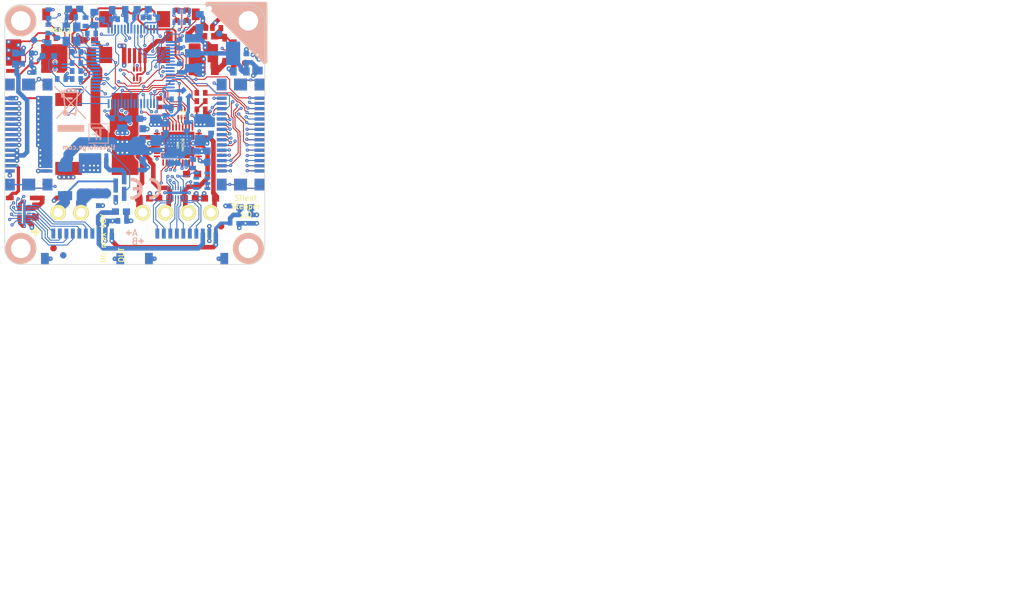
<source format=kicad_pcb>
(kicad_pcb (version 20221018) (generator pcbnew)
  (title_block (title "Silent Stepper Brick") (date "2016-02-08") (rev "1.0") (company "Tinkerforge GmbH") (comment 1 "Licensed under CERN OHL v.1.1") (comment 2 "Copyright (©) 2016, B.Nordmeyer <bastian@tinkerforge.com>"))
  (layers (0 "F.Cu" signal "Vorderseite") (1 "In1.Cu" signal "GND") (2 "In2.Cu" signal "IN2.CU") (3 "In3.Cu" signal "IN4.CU") (4 "In4.Cu" signal "VCC") (31 "B.Cu" signal "Rückseite") (34 "B.Paste" user) (35 "F.Paste" user) (36 "B.SilkS" user "B.Silkscreen") (37 "F.SilkS" user "F.Silkscreen") (38 "B.Mask" user) (39 "F.Mask" user) (44 "Edge.Cuts" user))
  (net 0 "")
  (net 1 "3V3")
  (net 2 "BRICKLET-I2C-SCL")
  (net 3 "BRICKLET-I2C-SDA")
  (net 4 "BRICKLET-IO0_0/AD0")
  (net 5 "BRICKLET-IO0_1")
  (net 6 "BRICKLET-IO0_2/PWM0")
  (net 7 "BRICKLET-IO0_3")
  (net 8 "BRICKLET-IO1_0/AD1")
  (net 9 "BRICKLET-IO1_1")
  (net 10 "BRICKLET-IO1_2/PWM1")
  (net 11 "BRICKLET-IO1_3")
  (net 12 "PWR-DAC-VREF")
  (net 13 "PWR-DIR")
  (net 14 "PWR-ENABLE")
  (net 15 "PWR-STEP")
  (net 16 "PWR-VEXT")
  (net 17 "PWR-VSTACK")
  (net 18 "PWR-VSTACK-SW")
  (net 19 "STACK-DETECT/JTAG-TMS")
  (net 20 "STACK-I2C-SCL/JTAG-TDO")
  (net 21 "STACK-I2C-SDA/JTAG-TDI")
  (net 22 "STACK-INT")
  (net 23 "STACK-PGND")
  (net 24 "STACK-PVCC")
  (net 25 "STACK-RESET")
  (net 26 "STACK-SER-RXD")
  (net 27 "STACK-SER-TXD")
  (net 28 "STACK-SPI-MISO")
  (net 29 "STACK-SPI-MOSI")
  (net 30 "STACK-SPI-SCLK")
  (net 31 "STACK-SPI-SELECT")
  (net 32 "STACK-SYNC/JTAG-TCK")
  (net 33 "USB-DETECT")
  (net 34 "VSTACK")
  (net 35 "VUSB")
  (net 36 "XIN")
  (net 37 "XOUT")
  (net 38 "Net-(C102-Pad1)")
  (net 39 "Net-(C203-Pad1)")
  (net 40 "Net-(C204-Pad1)")
  (net 41 "Net-(C207-Pad1)")
  (net 42 "Net-(C207-Pad2)")
  (net 43 "Net-(C208-Pad2)")
  (net 44 "Net-(C209-Pad2)")
  (net 45 "Net-(C217-Pad2)")
  (net 46 "Net-(C218-Pad2)")
  (net 47 "Net-(C303-Pad1)")
  (net 48 "Net-(C304-Pad1)")
  (net 49 "Net-(C403-Pad1)")
  (net 50 "Net-(C404-Pad1)")
  (net 51 "Net-(C509-Pad1)")
  (net 52 "Net-(C517-Pad1)")
  (net 53 "Net-(D101-Pad2)")
  (net 54 "Net-(D102-Pad2)")
  (net 55 "Net-(D201-Pad2)")
  (net 56 "Net-(D202-Pad1)")
  (net 57 "Net-(D203-Pad1)")
  (net 58 "Net-(D403-Pad2)")
  (net 59 "Net-(F101-Pad2)")
  (net 60 "Net-(FB102-Pad2)")
  (net 61 "Net-(FILTER301-Pad1)")
  (net 62 "Net-(FILTER301-Pad2)")
  (net 63 "Net-(FILTER301-Pad3)")
  (net 64 "Net-(FILTER301-Pad4)")
  (net 65 "Net-(FILTER301-Pad5)")
  (net 66 "Net-(FILTER301-Pad6)")
  (net 67 "Net-(FILTER301-Pad7)")
  (net 68 "Net-(FILTER302-Pad1)")
  (net 69 "Net-(FILTER302-Pad2)")
  (net 70 "Net-(FILTER302-Pad3)")
  (net 71 "Net-(FILTER302-Pad4)")
  (net 72 "Net-(FILTER302-Pad5)")
  (net 73 "Net-(FILTER302-Pad6)")
  (net 74 "Net-(FILTER302-Pad7)")
  (net 75 "Net-(J101-Pad3)")
  (net 76 "Net-(J101-Pad2)")
  (net 77 "Net-(J401-Pad29)")
  (net 78 "Net-(J401-Pad27)")
  (net 79 "Net-(J401-Pad25)")
  (net 80 "Net-(J401-Pad23)")
  (net 81 "Net-(J401-Pad21)")
  (net 82 "Net-(J401-Pad17)")
  (net 83 "Net-(J401-Pad15)")
  (net 84 "Net-(J401-Pad13)")
  (net 85 "Net-(J401-Pad7)")
  (net 86 "Net-(J401-Pad6)")
  (net 87 "Net-(J401-Pad8)")
  (net 88 "Net-(J401-Pad10)")
  (net 89 "Net-(J401-Pad12)")
  (net 90 "Net-(J401-Pad14)")
  (net 91 "Net-(J401-Pad16)")
  (net 92 "Net-(J401-Pad18)")
  (net 93 "Net-(J401-Pad22)")
  (net 94 "Net-(J401-Pad24)")
  (net 95 "Net-(J401-Pad30)")
  (net 96 "Net-(J403-Pad29)")
  (net 97 "Net-(J403-Pad30)")
  (net 98 "Net-(L101-Pad1)")
  (net 99 "Net-(L101-Pad2)")
  (net 100 "Net-(L101-Pad3)")
  (net 101 "Net-(L101-Pad4)")
  (net 102 "Net-(P201-Pad2)")
  (net 103 "Net-(Q202-PadG)")
  (net 104 "Net-(R101-Pad2)")
  (net 105 "Net-(R102-Pad2)")
  (net 106 "Net-(RP101-Pad5)")
  (net 107 "Net-(RP101-Pad8)")
  (net 108 "Net-(SW102-Pad1)")
  (net 109 "PWR-DIAG1")
  (net 110 "PWR-DIAG0")
  (net 111 "Net-(C516-Pad1)")
  (net 112 "M4")
  (net 113 "M3")
  (net 114 "M2")
  (net 115 "M1")
  (net 116 "VEE")
  (net 117 "Net-(C201-Pad2)")
  (net 118 "PWR-SW-3V3")
  (net 119 "PWR-CS")
  (net 120 "PWR-SDI")
  (net 121 "PWR-SDO")
  (net 122 "PWR-SCK")
  (net 123 "PWR-CLK")
  (net 124 "Net-(RP201-Pad5)")
  (net 125 "Net-(RP201-Pad6)")
  (net 126 "Net-(RP201-Pad7)")
  (net 127 "Net-(RP201-Pad8)")
  (net 128 "Net-(R216-Pad2)")
  (net 129 "Net-(R105-Pad1)")
  (net 130 "Net-(FILTER301-Pad8)")
  (net 131 "Net-(FILTER301-Pad9)")
  (net 132 "Net-(FILTER302-Pad8)")
  (net 133 "Net-(FILTER302-Pad9)")
  (net 134 "Net-(J101-Pad4)")
  (net 135 "Net-(RP101-Pad2)")
  (net 136 "Net-(RP101-Pad3)")
  (net 137 "Net-(RP101-Pad6)")
  (net 138 "Net-(RP101-Pad7)")
  (net 139 "Net-(RP301-Pad6)")
  (net 140 "Net-(RP301-Pad7)")
  (net 141 "Net-(U101-Pad15)")
  (net 142 "Net-(U101-Pad23)")
  (net 143 "Net-(U101-Pad30)")
  (net 144 "Net-(U101-Pad40)")
  (net 145 "Net-(U101-Pad50)")
  (net 146 "Net-(U201-Pad17)")
  (net 147 "Net-(U201-Pad19)")
  (net 148 "Net-(U201-Pad9)")
  (footprint "kicad-libraries:ELKO_103" (layer "F.Cu") (at 140.9 87.4)
    (fp_text reference "C202")
    (fp_text value "330µF/50V")
  )
  (footprint "kicad-libraries:ELKO_103" (layer "F.Cu") (at 140.9 98)
    (fp_text reference "C205")
    (fp_text value "330µF/50V")
  )
  (footprint "kicad-libraries:3528-21" (layer "F.Cu") (at 157.325 80.275 180)
    (fp_text reference "C501")
    (fp_text value "100µF")
  )
  (footprint "kicad-libraries:SOD-128" (layer "F.Cu") (at 137.85 80.475 180)
    (fp_text reference "D202")
    (fp_text value "PMEG6045ETPX")
  )
  (footprint "kicad-libraries:SOD-323" (layer "F.Cu") (at 133.8 102.55 180)
    (fp_text reference "D401")
    (fp_text value "TVS 3V3")
  )
  (footprint "kicad-libraries:SOD-123" (layer "F.Cu") (at 129.35 102.55 180)
    (fp_text reference "D403")
    (fp_text value "B0520LW-7-F")
  )
  (footprint "kicad-libraries:SOD-123" (layer "F.Cu") (at 160.55 79.75 -90)
    (fp_text reference "D501")
    (fp_text value "B0520LW-7-F")
  )
  (footprint "kicad-libraries:USB-MINI-B-SMD" (layer "F.Cu") (at 146.7 72.8)
    (fp_text reference "J101")
    (fp_text value "USB-MINI-B-SMD")
  )
  (footprint "kicad-libraries:DRILL_NP" (layer "F.Cu") (at 129.2 110.3)
    (fp_text reference "J102" hide)
    (fp_text value "DRILL" hide)
  )
  (footprint "kicad-libraries:DRILL_NP" (layer "F.Cu") (at 164.2 75.3)
    (fp_text reference "J103" hide)
    (fp_text value "DRILL" hide)
  )
  (footprint "kicad-libraries:DRILL_NP" (layer "F.Cu") (at 129.2 75.3)
    (fp_text reference "J104" hide)
    (fp_text value "DRILL" hide)
  )
  (footprint "kicad-libraries:DRILL_NP" (layer "F.Cu") (at 164.2 110.3)
    (fp_text reference "J105" hide)
    (fp_text value "DRILL" hide)
  )
  (footprint "kicad-libraries:BTB08-ACS-TOP" (layer "F.Cu") (at 163 92.8 90)
    (fp_text reference "J401")
    (fp_text value "STACK-UP-HIGH")
  )
  (footprint "kicad-libraries:BTB08-ACS-TOP" (layer "F.Cu") (at 130.4 92.8 90)
    (fp_text reference "J403")
    (fp_text value "STACK-UP-HIGH")
  )
  (footprint "kicad-libraries:OQ_2P" (layer "F.Cu") (at 136.7 104.8)
    (fp_text reference "P201")
    (fp_text value "black")
  )
  (footprint "kicad-libraries:OQ_4P" (layer "F.Cu") (at 153.2 104.8)
    (fp_text reference "P202")
    (fp_text value "green")
  )
  (footprint "kicad-libraries:SOIC-8-MOSFET" (layer "F.Cu") (at 130.4 81.1 -90)
    (fp_text reference "Q202")
    (fp_text value "AO4421")
  )
  (footprint "kicad-libraries:TACT-SWITCH" (layer "F.Cu") (at 158.2 74.3)
    (fp_text reference "SW101")
    (fp_text value "Reset")
  )
  (footprint "kicad-libraries:TACT-SWITCH" (layer "F.Cu") (at 135.2 74.3)
    (fp_text reference "SW102")
    (fp_text value "Erase")
  )
  (footprint "kicad-libraries:SOT563-SPEC" (layer "F.Cu") (at 147.1 83.5 180)
    (fp_text reference "U102")
    (fp_text value "82400152")
  )
  (footprint "kicad-libraries:MiniMelf" (layer "F.Cu") (at 157.35 82.85 180)
    (fp_text reference "D502")
    (fp_text value "Z5V")
  )
  (footprint "kicad-libraries:Fiducial_Mark" (layer "F.Cu") (at 163.725 81.775)
    (fp_text reference "Fiducial_Mark" hide)
    (fp_text value "VAL**" hide)
  )
  (footprint "kicad-libraries:Fiducial_Mark" (layer "F.Cu") (at 160 106.9)
    (fp_text reference "Fiducial_Mark" hide)
    (fp_text value "VAL**" hide)
  )
  (footprint "kicad-libraries:Fiducial_Mark" (layer "F.Cu") (at 134.225 110.275)
    (fp_text reference "Fiducial_Mark" hide)
    (fp_text value "VAL**" hide)
  )
  (footprint "kicad-libraries:D0603" (layer "F.Cu") (at 154.7 74.45 -90)
    (fp_text reference "D101")
    (fp_text value "blue")
  )
  (footprint "kicad-libraries:D0603" (layer "F.Cu") (at 153.2 74.45 -90)
    (fp_text reference "D102")
    (fp_text value "red")
  )
  (footprint "kicad-libraries:QFN36_5X6" (layer "F.Cu") (at 153.35 94.4 -90)
    (fp_text reference "U201")
    (fp_text value "TMC2130")
  )
  (footprint "kicad-libraries:4X0402" (layer "F.Cu") (at 154.175 89.525 180)
    (fp_text reference "RP201")
    (fp_text value "220")
  )
  (footprint "kicad-libraries:C0402E" (layer "F.Cu") (at 159.325 76.4 180)
    (fp_text reference "C101")
    (fp_text value "1µF")
  )
  (footprint "kicad-libraries:C0402E" (layer "F.Cu") (at 157.025 76.4)
    (fp_text reference "C102")
    (fp_text value "1µF")
  )
  (footprint "kicad-libraries:C0603E" (layer "F.Cu") (at 155.55 98.875)
    (fp_text reference "C207")
    (fp_text value "22nF/50V-low")
  )
  (footprint "kicad-libraries:C0402E" (layer "F.Cu") (at 156.925 88.925 180)
    (fp_text reference "C209")
    (fp_text value "100nF")
  )
  (footprint "kicad-libraries:C0603E" (layer "F.Cu") (at 158.3 102.6)
    (fp_text reference "C210")
    (fp_text value "470pF/100V")
  )
  (footprint "kicad-libraries:C0603E" (layer "F.Cu") (at 155.2 102.6 180)
    (fp_text reference "C212")
    (fp_text value "470pF/100V")
  )
  (footprint "kicad-libraries:C0603E" (layer "F.Cu") (at 151.275 102.6)
    (fp_text reference "C214")
    (fp_text value "470pF/100V")
  )
  (footprint "kicad-libraries:C0603E" (layer "F.Cu") (at 148.175 102.6 180)
    (fp_text reference "C216")
    (fp_text value "470pF/100V")
  )
  (footprint "kicad-libraries:C0402E" (layer "F.Cu") (at 129.65 105.55 180)
    (fp_text reference "C401")
    (fp_text value "1µF")
  )
  (footprint "kicad-libraries:C0402E" (layer "F.Cu") (at 129.65 104.15 180)
    (fp_text reference "C403")
    (fp_text value "1µF")
  )
  (footprint "kicad-libraries:C0603E" (layer "F.Cu") (at 158.175 77.675 180)
    (fp_text reference "FB101")
    (fp_text value "FB")
  )
  (footprint "kicad-libraries:C0603E" (layer "F.Cu") (at 139.7 78.3)
    (fp_text reference "FB102")
    (fp_text value "FB")
  )
  (footprint "kicad-libraries:C0603E" (layer "F.Cu") (at 131.45 104.65 90)
    (fp_text reference "FB401")
    (fp_text value "FB")
  )
  (footprint "kicad-libraries:R0402E" (layer "F.Cu") (at 161.95 79.15 -90)
    (fp_text reference "R103")
    (fp_text value "1.8k")
  )
  (footprint "kicad-libraries:R0402E" (layer "F.Cu") (at 161.95 81.45 90)
    (fp_text reference "R104")
    (fp_text value "2.7k")
  )
  (footprint "kicad-libraries:R0402E" (layer "F.Cu") (at 133.95 77.95)
    (fp_text reference "R204")
    (fp_text value "10k")
  )
  (footprint "kicad-libraries:R0402E" (layer "F.Cu") (at 156.925 90.175)
    (fp_text reference "R212")
    (fp_text value "3.9k")
  )
  (footprint "kicad-libraries:R0402E" (layer "F.Cu") (at 156.925 87.65)
    (fp_text reference "R213")
    (fp_text value "1k")
  )
  (footprint "kicad-libraries:R0402E" (layer "F.Cu") (at 150.5 87.9 -90)
    (fp_text reference "R216")
    (fp_text value "220")
  )
  (footprint "kicad-libraries:R0402E" (layer "F.Cu") (at 156.925 86.375 180)
    (fp_text reference "R401")
    (fp_text value "1k")
  )
  (footprint "kicad-libraries:C1206" (layer "F.Cu") (at 153.55 77.725 180)
    (fp_text reference "F101")
    (fp_text value "PTC")
  )
  (footprint "kicad-libraries:heatsink" (layer "F.Cu") (at 153.175 93.175 90)
    (fp_text reference "REF**")
    (fp_text value "heatsink")
  )
  (footprint "kicad-libraries:SOD-123" (layer "B.Cu") (at 145.9 98.25 180)
    (fp_text reference "D201")
    (fp_text value "Z12V")
  )
  (footprint "kicad-libraries:SOD-128" (layer "B.Cu") (at 136 100 -90)
    (fp_text reference "D203")
    (fp_text value "PMEG6045ETPX")
  )
  (footprint "kicad-libraries:SOD-323" (layer "B.Cu") (at 161.4 105.1 -90)
    (fp_text reference "D301")
    (fp_text value "ESD5V0D3B-TP")
  )
  (footprint "kicad-libraries:SOD-323" (layer "B.Cu") (at 141.1 105.05 -90)
    (fp_text reference "D302")
    (fp_text value "ESD3V3D3B-TP")
  )
  (footprint "kicad-libraries:SOD-323" (layer "B.Cu") (at 129.9 83.25 180)
    (fp_text reference "D402")
    (fp_text value "ESD5V0D3B-TP")
  )
  (footprint "kicad-libraries:DFN16-33x135" (layer "B.Cu") (at 129.75 105.1 90)
    (fp_text reference "FILTER301")
    (fp_text value "Filter-8x")
  )
  (footprint "kicad-libraries:DFN16-33x135" (layer "B.Cu") (at 153.2 101.75)
    (fp_text reference "FILTER302")
    (fp_text value "Filter-8x")
  )
  (footprint "kicad-libraries:BTB08-ACS-BTM" (layer "B.Cu") (at 163 92.8 -90)
    (fp_text reference "J402")
    (fp_text value "STACK-DOWN")
  )
  (footprint "kicad-libraries:BTB08-ACS-BTM" (layer "B.Cu") (at 130.4 92.8 -90)
    (fp_text reference "J404")
    (fp_text value "STACK-DOWN")
  )
  (footprint "kicad-libraries:WE-CNSW-0603" (layer "B.Cu") (at 135.175 82.225 180)
    (fp_text reference "L101")
    (fp_text value "744230900")
  )
  (footprint "kicad-libraries:CON-SENSOR" (layer "B.Cu") (at 138.7 112.8 180)
    (fp_text reference "P301")
    (fp_text value "CON-SENSOR")
  )
  (footprint "kicad-libraries:CON-SENSOR" (layer "B.Cu") (at 154.7 112.8 180)
    (fp_text reference "P302")
    (fp_text value "CON-SENSOR")
  )
  (footprint "kicad-libraries:SOIC-8-MOSFET" (layer "B.Cu") (at 140.45 99.15)
    (fp_text reference "Q201")
    (fp_text value "AO4438")
  )
  (footprint "kicad-libraries:SOT23GDS" (layer "B.Cu") (at 133.45 79.7)
    (fp_text reference "Q203")
    (fp_text value "2N7002")
  )
  (footprint "kicad-libraries:4X0603" (layer "B.Cu") (at 153.95 74.65 180)
    (fp_text reference "RP101")
    (fp_text value "1k")
  )
  (footprint "kicad-libraries:4X0603" (layer "B.Cu") (at 157.05 99.9 90)
    (fp_text reference "RP301")
    (fp_text value "1k")
  )
  (footprint "kicad-libraries:LQFP64" (layer "B.Cu") (at 146.45 82.3)
    (fp_text reference "U101")
    (fp_text value "AT91SAM3SXB")
  )
  (footprint "kicad-libraries:CRYSTAL_3225" (layer "B.Cu") (at 137 77.35 90)
    (fp_text reference "X101")
    (fp_text value "16Mhz")
  )
  (footprint "kicad-libraries:MiniMelf" (layer "B.Cu") (at 165.6 81.25 90)
    (fp_text reference "D503")
    (fp_text value "Z3.3V")
  )
  (footprint "kicad-libraries:SOT-223" (layer "B.Cu") (at 158.75 80.3 90)
    (fp_text reference "U501")
    (fp_text value "LD1117")
  )
  (footprint "kicad-libraries:WEEE_7mm_back" (layer "B.Cu") (at 136.85 88.85)
    (fp_text reference "VAL" hide)
    (fp_text value "WEEE_7mm_back" hide)
  )
  (footprint "kicad-libraries:CE_5mm" (layer "B.Cu") (at 148.4 101.125 180)
    (fp_text reference "VAL" hide)
    (fp_text value "CE_5mm" hide)
  )
  (footprint "kicad-libraries:Fiducial_Mark" (layer "B.Cu") (at 135.725 111.375)
    (fp_text reference "Fiducial_Mark" hide)
    (fp_text value "VAL**" hide)
  )
  (footprint "kicad-libraries:Fiducial_Mark" (layer "B.Cu") (at 131.225 78.275)
    (fp_text reference "Fiducial_Mark" hide)
    (fp_text value "VAL**" hide)
  )
  (footprint "kicad-libraries:Fiducial_Mark" (layer "B.Cu") (at 159.725 77.275)
    (fp_text reference "Fiducial_Mark" hide)
    (fp_text value "VAL**" hide)
  )
  (footprint "kicad-libraries:Logo_31x31" (layer "B.Cu") (at 142.75 91.05 180)
    (fp_text reference "G***" hide)
    (fp_text value "Logo_31x31" hide)
  )
  (footprint "kicad-libraries:C0402E" (layer "B.Cu") (at 134.8 77.275 90)
    (fp_text reference "C103")
    (fp_text value "DNP")
  )
  (footprint "kicad-libraries:C0402E" (layer "B.Cu") (at 137 74.725 180)
    (fp_text reference "C104")
    (fp_text value "DNP")
  )
  (footprint "kicad-libraries:C0402E" (layer "B.Cu") (at 151.425 89.175 -90)
    (fp_text reference "C201")
    (fp_text value "100nF")
  )
  (footprint "kicad-libraries:C0402E" (layer "B.Cu") (at 155.7 97.3 90)
    (fp_text reference "C203")
    (fp_text value "470nF")
  )
  (footprint "kicad-libraries:C0603E" (layer "B.Cu") (at 152.175 96.325 90)
    (fp_text reference "C204")
    (fp_text value "4.7µF")
  )
  (footprint "kicad-libraries:C0603E" (layer "B.Cu") (at 147.925 92.75 90)
    (fp_text reference "C206")
    (fp_text value "100nF/50V")
  )
  (footprint "kicad-libraries:C0603E" (layer "B.Cu") (at 157.9 96.175 -90)
    (fp_text reference "C208")
    (fp_text value "100nF/50V")
  )
  (footprint "kicad-libraries:C0603E" (layer "B.Cu") (at 155.3 95.375 180)
    (fp_text reference "C211")
    (fp_text value "100nF/50V")
  )
  (footprint "kicad-libraries:C0603E" (layer "B.Cu") (at 147.925 95.85 -90)
    (fp_text reference "C213")
    (fp_text value "100nF/50V")
  )
  (footprint "kicad-libraries:C0402E" (layer "B.Cu") (at 151.525 91.775 -90)
    (fp_text reference "C217")
    (fp_text value "100nF")
  )
  (footprint "kicad-libraries:C0402E" (layer "B.Cu") (at 158.475 91.9 -90)
    (fp_text reference "C218")
    (fp_text value "100nF")
  )
  (footprint "kicad-libraries:C0402E" (layer "B.Cu") (at 130.15 80.275)
    (fp_text reference "C402")
    (fp_text value "1µF")
  )
  (footprint "kicad-libraries:C0402E" (layer "B.Cu") (at 130.15 81.9)
    (fp_text reference "C404")
    (fp_text value "1µF")
  )
  (footprint "kicad-libraries:C0805" (layer "B.Cu") (at 144.25 73.65 180)
    (fp_text reference "C502")
    (fp_text value "10µF")
  )
  (footprint "kicad-libraries:C0402E" (layer "B.Cu") (at 144.75 75.05 180)
    (fp_text reference "C503")
    (fp_text value "100nF")
  )
  (footprint "kicad-libraries:C0805" (layer "B.Cu") (at 156.7 75.3 90)
    (fp_text reference "C504")
    (fp_text value "10µF")
  )
  (footprint "kicad-libraries:C0603E" (layer "B.Cu") (at 146.625 90.35)
    (fp_text reference "C505")
    (fp_text value "4.7µF")
  )
  (footprint "kicad-libraries:C0402E" (layer "B.Cu") (at 153.625 78.85 90)
    (fp_text reference "C506")
    (fp_text value "100nF")
  )
  (footprint "kicad-libraries:C0402E" (layer "B.Cu") (at 143.95 90.3 180)
    (fp_text reference "C507")
    (fp_text value "100nF")
  )
  (footprint "kicad-libraries:C0402E" (layer "B.Cu") (at 137.75 80.075)
    (fp_text reference "C508")
    (fp_text value "100nF")
  )
  (footprint "kicad-libraries:C0603E" (layer "B.Cu") (at 147.95 73.525)
    (fp_text reference "C509")
    (fp_text value "2.2µF")
  )
  (footprint "kicad-libraries:C0402E" (layer "B.Cu") (at 149.625 74.775 180)
    (fp_text reference "C510")
    (fp_text value "100nF")
  )
  (footprint "kicad-libraries:C0402E" (layer "B.Cu") (at 147.325 74.775)
    (fp_text reference "C511")
    (fp_text value "100nF")
  )
  (footprint "kicad-libraries:C0402E" (layer "B.Cu") (at 153.675 82.575 -90)
    (fp_text reference "C512")
    (fp_text value "100nF")
  )
  (footprint "kicad-libraries:C0402E" (layer "B.Cu") (at 137.75 84.25 180)
    (fp_text reference "C513")
    (fp_text value "100nF")
  )
  (footprint "kicad-libraries:C0805" (layer "B.Cu") (at 162.9 83.1 180)
    (fp_text reference "C514")
    (fp_text value "10µF/10V")
  )
  (footprint "kicad-libraries:C0402E" (layer "B.Cu") (at 163.9 81.05 90)
    (fp_text reference "C515")
    (fp_text value "100nF")
  )
  (footprint "kicad-libraries:C0603E" (layer "B.Cu") (at 137.4 73.475 180)
    (fp_text reference "C516")
    (fp_text value "4.7µF")
  )
  (footprint "kicad-libraries:C0402E" (layer "B.Cu") (at 140.075 77.25 180)
    (fp_text reference "C517")
    (fp_text value "100nF")
  )
  (footprint "kicad-libraries:C0402E" (layer "B.Cu") (at 142.45 75.05)
    (fp_text reference "C518")
    (fp_text value "100nF")
  )
  (footprint "kicad-libraries:C0603E" (layer "B.Cu") (at 128.35 81.1 -90)
    (fp_text reference "FB402")
    (fp_text value "FB")
  )
  (footprint "kicad-libraries:C0805" (layer "B.Cu") (at 140.525 74.95 -90)
    (fp_text reference "L501")
    (fp_text value "LBR2012T100K")
  )
  (footprint "kicad-libraries:R0402E" (layer "B.Cu") (at 137.75 83.025)
    (fp_text reference "R101")
    (fp_text value "27")
  )
  (footprint "kicad-libraries:R0402E" (layer "B.Cu") (at 137.75 81.8)
    (fp_text reference "R102")
    (fp_text value "27")
  )
  (footprint "kicad-libraries:R0402E" (layer "B.Cu") (at 154.625 86.475 -45)
    (fp_text reference "R105")
    (fp_text value "100")
  )
  (footprint "kicad-libraries:R0402E" (layer "B.Cu") (at 154.725 91.575 -90)
    (fp_text reference "R201")
    (fp_text value "1k")
  )
  (footprint "kicad-libraries:R0402E" (layer "B.Cu") (at 133.45 76.525 90)
    (fp_text reference "R202")
    (fp_text value "10k")
  )
  (footprint "kicad-libraries:R0402E" (layer "B.Cu") (at 133.45 74.225 90)
    (fp_text reference "R203")
    (fp_text value "1k")
  )
  (footprint "kicad-libraries:R0402E" (layer "B.Cu") (at 144.45 100)
    (fp_text reference "R205")
    (fp_text value "100k")
  )
  (footprint "kicad-libraries:R0402E" (layer "B.Cu") (at 144.45 101.275)
    (fp_text reference "R206")
    (fp_text value "10k")
  )
  (footprint "kicad-libraries:R0402E" (layer "B.Cu") (at 144.45 102.55 180)
    (fp_text reference "R207")
    (fp_text value "1k")
  )
  (footprint "kicad-libraries:R0402E" (layer "B.Cu") (at 135.45 84.25 180)
    (fp_text reference "R208")
    (fp_text value "1k")
  )
  (footprint "kicad-libraries:C0402E" (layer "B.Cu") (at 153.025 87.375)
    (fp_text reference "R209")
    (fp_text value "FB")
  )
  (footprint "kicad-libraries:R0402E" (layer "B.Cu") (at 153.025 88.575 180)
    (fp_text reference "R210")
    (fp_text value "1k")
  )
  (footprint "kicad-libraries:R0402E" (layer "B.Cu") (at 153.975 97.175 180)
    (fp_text reference "R211")
    (fp_text value "2R2")
  )
  (footprint "kicad-libraries:R0402E" (layer "B.Cu") (at 139.15 75.45 -90)
    (fp_text reference "R501")
    (fp_text value "1R0")
  )
  (footprint "kicad-libraries:C1206" (layer "B.Cu") (at 144.825 93.25 90)
    (fp_text reference "C215")
    (fp_text value "4.7µF/50V")
  )
  (footprint "kicad-libraries:R1206" (layer "B.Cu") (at 149.95 91.85 -90)
    (fp_text reference "R214")
    (fp_text value "0.12/0.5W")
  )
  (footprint "kicad-libraries:R1206" (layer "B.Cu") (at 156.75 91.85 -90)
    (fp_text reference "R215")
    (fp_text value "0.12/0.5W")
  )
  (footprint "kicad-libraries:C0402E" (layer "B.Cu") (at 164.7 105.8 -90)
    (fp_text reference "C301")
    (fp_text value "1µF")
  )
  (footprint "kicad-libraries:C0402E" (layer "B.Cu") (at 144.8 106.075 180)
    (fp_text reference "C302")
    (fp_text value "1µF")
  )
  (footprint "kicad-libraries:C0402E" (layer "B.Cu") (at 162.8 105.8 -90)
    (fp_text reference "C303")
    (fp_text value "1µF")
  )
  (footprint "kicad-libraries:C0402E" (layer "B.Cu") (at 142.425 105.45 -90)
    (fp_text reference "C304")
    (fp_text value "1µF")
  )
  (footprint "kicad-libraries:C0603E" (layer "B.Cu") (at 163.75 104 180)
    (fp_text reference "FB301")
    (fp_text value "FILTER")
  )
  (footprint "kicad-libraries:C0603E" (layer "B.Cu") (at 144.6 104.65 180)
    (fp_text reference "FB302")
    (fp_text value "FILTER")
  )
  (gr_line (start 147.82592 109.17484) (end 147.97578 109.17484) (stroke (width 0.24892)) (layer "B.SilkS"))
  (gr_line (start 147.97578 109.17484) (end 147.67606 108.87512) (stroke (width 0.24892)) (layer "B.SilkS"))
  (gr_line (start 147.97578 109.17484) (end 147.67606 109.47456) (stroke (width 0.24892)) (layer "B.SilkS"))
  (gr_line (start 147.35134 109.17484) (end 147.80092 109.17484) (stroke (width 0.24892)) (layer "B.SilkS"))
  (gr_line (start 146.14866 107.92516) (end 145.69908 107.92516) (stroke (width 0.24892)) (layer "B.SilkS"))
  (gr_line (start 166.17442 79.52486) (end 160.55086 73.9013) (stroke (width 0.8001)) (layer "B.SilkS"))
  (gr_line (start 161.8488 74.47534) (end 165.0746 74.47534) (stroke (width 0.8001)) (layer "B.SilkS"))
  (gr_line (start 166.17442 73.30186) (end 166.17442 79.52486) (stroke (width 0.8001)) (layer "B.SilkS"))
  (gr_line (start 165.0746 77.0255) (end 162.99942 74.95032) (stroke (width 0.8001)) (layer "B.SilkS"))
  (gr_line (start 145.52422 107.92516) (end 145.82394 108.22488) (stroke (width 0.24892)) (layer "B.SilkS"))
  (gr_line (start 145.67408 107.92516) (end 145.52422 107.92516) (stroke (width 0.24892)) (layer "B.SilkS"))
  (gr_line (start 166.7256 72.77608) (end 166.7256 81.52638) (stroke (width 0.8001)) (layer "B.SilkS"))
  (gr_line (start 145.52422 107.92516) (end 145.82394 107.62544) (stroke (width 0.24892)) (layer "B.SilkS"))
  (gr_line (start 162.99942 74.95032) (end 164.65042 74.95032) (stroke (width 0.8001)) (layer "B.SilkS"))
  (gr_line (start 157.9753 72.77608) (end 166.7256 72.77608) (stroke (width 0.8001)) (layer "B.SilkS"))
  (gr_line (start 159.27578 73.30186) (end 166.17442 73.30186) (stroke (width 0.8001)) (layer "B.SilkS"))
  (gr_line (start 160.55086 73.9013) (end 165.60038 73.9013) (stroke (width 0.8001)) (layer "B.SilkS"))
  (gr_line (start 165.60038 78.22692) (end 161.8488 74.47534) (stroke (width 0.8001)) (layer "B.SilkS"))
  (gr_line (start 165.60038 73.9013) (end 165.60038 78.22692) (stroke (width 0.8001)) (layer "B.SilkS"))
  (gr_line (start 166.7256 81.52638) (end 157.9753 72.77608) (stroke (width 0.8001)) (layer "B.SilkS"))
  (gr_line (start 165.0746 74.47534) (end 165.0746 77.0255) (stroke (width 0.8001)) (layer "B.SilkS"))
  (gr_line (start 164.12464 75.4253) (end 164.12464 75.30084) (stroke (width 0.8001)) (layer "B.SilkS"))
  (gr_line (start 164.65042 74.95032) (end 164.65042 75.95108) (stroke (width 0.8001)) (layer "B.SilkS"))
  (gr_line (start 166.17442 80.2005) (end 159.27578 73.30186) (stroke (width 0.8001)) (layer "B.SilkS"))
  (gr_line (start 164.65042 75.95108) (end 164.12464 75.4253) (stroke (width 0.8001)) (layer "B.SilkS"))
  (gr_line (start 164.3507 76.77658) (end 164.3507 75.5015) (stroke (width 0.8001)) (layer "F.SilkS"))
  (gr_line (start 164.89934 75.02652) (end 162.60064 75.02652) (stroke (width 0.8001)) (layer "F.SilkS"))
  (gr_line (start 160.82518 74.10196) (end 160.92424 74.20102) (stroke (width 0.8001)) (layer "F.SilkS"))
  (gr_line (start 160.92424 74.20102) (end 161.02584 74.20102) (stroke (width 0.8001)) (layer "F.SilkS"))
  (gr_line (start 166.47414 73.25106) (end 158.75 73.25106) (stroke (width 0.8001)) (layer "F.SilkS"))
  (gr_line (start 165.44798 74.40168) (end 161.32556 74.40168) (stroke (width 0.8001)) (layer "F.SilkS"))
  (gr_line (start 163.74872 75.5015) (end 163.74872 75.54976) (stroke (width 0.8001)) (layer "F.SilkS"))
  (gr_line (start 165.9001 80.40116) (end 165.9001 73.77684) (stroke (width 0.8001)) (layer "F.SilkS"))
  (gr_line (start 166.34968 80.85074) (end 165.9001 80.40116) (stroke (width 0.8001)) (layer "F.SilkS"))
  (gr_line (start 158.75 73.25106) (end 166.34968 80.85074) (stroke (width 0.8001)) (layer "F.SilkS"))
  (gr_line (start 162.60064 75.02652) (end 164.3507 76.77658) (stroke (width 0.8001)) (layer "F.SilkS"))
  (gr_line (start 164.89934 77.97546) (end 164.89934 75.02652) (stroke (width 0.8001)) (layer "F.SilkS"))
  (gr_line (start 159.99968 73.77684) (end 165.44798 79.22514) (stroke (width 0.8001)) (layer "F.SilkS"))
  (gr_line (start 157.9753 72.77608) (end 166.7256 72.77608) (stroke (width 0.8001)) (layer "F.SilkS"))
  (gr_line (start 166.7256 81.52638) (end 157.9753 72.77608) (stroke (width 0.8001)) (layer "F.SilkS"))
  (gr_line (start 165.44798 79.22514) (end 165.44798 74.40168) (stroke (width 0.8001)) (layer "F.SilkS"))
  (gr_line (start 164.3507 75.5015) (end 163.74872 75.5015) (stroke (width 0.8001)) (layer "F.SilkS"))
  (gr_line (start 166.47414 80.92694) (end 166.47414 73.25106) (stroke (width 0.8001)) (layer "F.SilkS"))
  (gr_line (start 165.9001 73.77684) (end 159.99968 73.77684) (stroke (width 0.8001)) (layer "F.SilkS"))
  (gr_line (start 166.7256 72.77608) (end 166.7256 81.52638) (stroke (width 0.8001)) (layer "F.SilkS"))
  (gr_line (start 161.32556 74.40168) (end 164.89934 77.97546) (stroke (width 0.8001)) (layer "F.SilkS"))
  (gr_line (start 166.72306 110.2741) (end 166.72306 75.27544) (stroke (width 0.09906)) (layer "Edge.Cuts"))
  (gr_arc (start 126.72314 75.27544) (mid 127.455186 73.508126) (end 129.2225 72.77608) (stroke (width 0.09906)) (layer "Edge.Cuts"))
  (gr_arc (start 166.72306 110.2741) (mid 165.991014 112.041414) (end 164.2237 112.77346) (stroke (width 0.09906)) (layer "Edge.Cuts"))
  (gr_arc (start 164.2237 72.77608) (mid 165.991014 73.508126) (end 166.72306 75.27544) (stroke (width 0.09906)) (layer "Edge.Cuts"))
  (gr_arc (start 129.2225 112.776) (mid 127.45339 112.04321) (end 126.7206 110.2741) (stroke (width 0.09906)) (layer "Edge.Cuts"))
  (gr_line (start 129.2225 112.776) (end 164.2237 112.776) (stroke (width 0.09906)) (layer "Edge.Cuts"))
  (gr_line (start 126.72314 75.27544) (end 126.72314 110.2741) (stroke (width 0.09906)) (layer "Edge.Cuts"))
  (gr_line (start 164.2237 72.77608) (end 129.2225 72.77608) (stroke (width 0.09906)) (layer "Edge.Cuts"))
  (gr_text "tinkerforge.com" (at 139.65 94.75) (layer "B.SilkS") (effects (font (size 0.7 0.7)) (justify mirror)))
  (gr_text "A" (at 146.75 107.925) (layer "B.SilkS") (effects (font (size 1.00076 1.00076) (thickness 0.14986)) (justify mirror)))
  (gr_text "B" (at 146.75 109.225) (layer "B.SilkS") (effects (font (size 1.00076 1.00076) (thickness 0.14986)) (justify mirror)))
  (gr_text "+" (at 131.475 107.625) (layer "F.SilkS") (effects (font (size 1.50114 1.50114) (thickness 0.37592))))
  (gr_text "Erase" (at 135.22452 76.80198 180) (layer "F.SilkS") (effects (font (size 0.8001 0.8001) (thickness 0.14986))))
  (gr_text "OUT" (at 144.67586 111.32566 90) (layer "F.SilkS") (effects (font (size 0.8001 0.8001) (thickness 0.14986))))
  (gr_text "IN: max 46V" (at 141.87424 108.7755 90) (layer "F.SilkS") (effects (font (size 0.8001 0.8001) (thickness 0.14986))))
  (gr_text "Silent\nStepper\n1.0" (at 163.8 103.85) (layer "F.SilkS") (effects (font (size 0.8 0.8))))
  (segment (start 153.95 73.45) (end 153.2 73.45) (width 0.1498) (layer "F.Cu") (net 1))
  (segment (start 153.95 76.3) (end 153.575 76.675) (width 0.148) (layer "F.Cu") (net 1))
  (segment (start 130.3 106.2) (end 130.9 106.8) (width 0.70104) (layer "F.Cu") (net 1))
  (segment (start 130.9 106.8) (end 130.9 107.1) (width 0.70104) (layer "F.Cu") (net 1))
  (segment (start 131.4001 105.55) (end 131.45 105.5001) (width 0.70104) (layer "F.Cu") (net 1))
  (segment (start 164.95 83.725) (end 164.95 83.75) (width 0.25) (layer "F.Cu") (net 1))
  (segment (start 137.29898 75.20102) (end 136.692 75.808) (width 0.1524) (layer "F.Cu") (net 1))
  (segment (start 137.625 80.075) (end 137.625 79.641) (width 0.1498) (layer "F.Cu") (net 1))
  (segment (start 130.3 105.55) (end 131.4001 105.55) (width 0.70104) (layer "F.Cu") (net 1))
  (segment (start 137.625 79.641) (end 136.692 78.708) (width 0.1498) (layer "F.Cu") (net 1))
  (segment (start 153.95 73.45) (end 153.95 76.3) (width 0.148) (layer "F.Cu") (net 1))
  (segment (start 160.1912 94.487) (end 161.6493 94.487) (width 0.1498) (layer "F.Cu") (net 1))
  (segment (start 160.1019 94.3977) (end 160.1912 94.487) (width 0.1498) (layer "F.Cu") (net 1))
  (segment (start 154.7 73.45) (end 153.95 73.45) (width 0.1498) (layer "F.Cu") (net 1))
  (segment (start 137.29898 74.3) (end 137.29898 75.20102) (width 0.1524) (layer "F.Cu") (net 1))
  (segment (start 161.6493 94.487) (end 162.1652 93.9711) (width 0.1498) (layer "F.Cu") (net 1))
  (segment (start 130.3 105.55) (end 130.3 106.2) (width 0.70104) (layer "F.Cu") (net 1))
  (segment (start 162.1652 93.9711) (end 162.1652 93.8151) (width 0.1498) (layer "F.Cu") (net 1))
  (segment (start 136.692 78.708) (end 136.692 75.808) (width 0.1498) (layer "F.Cu") (net 1))
  (via (at 164.95 83.725) (size 0.7) (drill 0.3) (layers "F.Cu" "B.Cu") (net 1))
  (via (at 146 91.1) (size 0.5) (drill 0.15) (layers "F.Cu" "B.Cu") (net 1))
  (via (at 140.85 75) (size 0.5) (drill 0.15) (layers "F.Cu" "B.Cu") (net 1))
  (via (at 144.85 74.45) (size 0.5) (drill 0.15) (layers "F.Cu" "B.Cu") (net 1))
  (via (at 130.9 107.1) (size 0.7) (drill 0.3) (layers "F.Cu" "B.Cu") (net 1))
  (via (at 154.25 79.3) (size 0.5) (drill 0.15) (layers "F.Cu" "B.Cu") (net 1))
  (via (at 162.1652 93.8151) (size 0.5) (drill 0.15) (layers "F.Cu" "B.Cu") (net 1))
  (via (at 146.15 106.075) (size 0.7) (drill 0.3) (layers "F.Cu" "B.Cu") (net 1))
  (via (at 137.625 80.075) (size 0.5) (drill 0.15) (layers "F.Cu" "B.Cu") (net 1))
  (via (at 128.075 104) (size 0.5) (drill 0.15) (layers "F.Cu" "B.Cu") (net 1))
  (via (at 157.9 100.7) (size 0.5) (drill 0.15) (layers "F.Cu" "B.Cu") (net 1))
  (via (at 153.575 76.675) (size 0.5) (drill 0.15) (layers "F.Cu" "B.Cu") (net 1))
  (segment (start 165.6 83.075) (end 164.95 83.725) (width 0.70104) (layer "B.Cu") (net 1))
  (segment (start 128.425 104.5) (end 128.075 104.15) (width 0.1524) (layer "B.Cu") (net 1))
  (segment (start 128.075 104.15) (end 128.075 104) (width 0.1524) (layer "B.Cu") (net 1))
  (segment (start 142.70096 75.90096) (end 142.5 75.7) (width 0.25) (layer "B.Cu") (net 1))
  (segment (start 142.5 75.7) (end 141.975 75.7) (width 0.25) (layer "B.Cu") (net 1))
  (segment (start 141.975 75.7) (end 141.95 75.675) (width 0.25) (layer "B.Cu") (net 1))
  (segment (start 141.95 75.675) (end 141.95 75.6) (width 0.25) (layer "B.Cu") (net 1))
  (segment (start 141.95 75.6) (end 141.95 75.675) (width 0.25) (layer "B.Cu") (net 1))
  (segment (start 141.95 75.675) (end 141.8 75.525) (width 0.25) (layer "B.Cu") (net 1))
  (segment (start 142.70096 76.57738) (end 142.70096 75.90096) (width 0.25) (layer "B.Cu") (net 1))
  (segment (start 161.849 81.1488) (end 163.05 82.35) (width 0.701) (layer "B.Cu") (net 1))
  (segment (start 137.1 80.525) (end 137.1 80.075) (width 0.25) (layer "B.Cu") (net 1))
  (segment (start 145.4 73.7992) (end 145.251 73.65) (width 0.2998) (layer "B.Cu") (net 1))
  (segment (start 140.727 81.5507) (end 139.426 81.5507) (width 0.25) (layer "B.Cu") (net 1))
  (segment (start 145.45 106.075) (end 145.45 104.65) (width 0.701) (layer "B.Cu") (net 1))
  (segment (start 165.6 82.6) (end 165.6 82.9493) (width 0.701) (layer "B.Cu") (net 1))
  (segment (start 157.901 100.299) (end 157.901 98.7011) (width 0.1498) (layer "B.Cu") (net 1))
  (segment (start 145.701 75.7507) (end 145.4 75.45) (width 0.2998) (layer "B.Cu") (net 1))
  (segment (start 144.15 89.2) (end 144.15 89.85) (width 0.25) (layer "B.Cu") (net 1))
  (segment (start 154.05 79.5) (end 154.25 79.3) (width 0.2998) (layer "B.Cu") (net 1))
  (segment (start 141.8 75.05) (end 140.9 75.05) (width 0.3988) (layer "B.Cu") (net 1))
  (segment (start 145.251 74.0492) (end 144.85 74.45) (width 0.3988) (layer "B.Cu") (net 1))
  (segment (start 165.6 82.94926) (end 165.6 83.075) (width 0.70104) (layer "B.Cu") (net 1))
  (segment (start 163.05 82.35) (end 163.05 82.825) (width 0.701) (layer "B.Cu") (net 1))
  (segment (start 157.901 100.701) (end 157.901 101.099) (width 0.1498) (layer "B.Cu") (net 1))
  (segment (start 157.9 100.3) (end 157.901 100.299) (width 0.1498) (layer "B.Cu") (net 1))
  (segment (start 145.775 90.35) (end 145.7749 90.35) (width 0.25) (layer "B.Cu") (net 1))
  (segment (start 139.426 81.5507) (end 138.8 80.925) (width 0.25) (layer "B.Cu") (net 1))
  (segment (start 153.625 79.5) (end 154.05 79.5) (width 0.2998) (layer "B.Cu") (net 1))
  (segment (start 138.8 80.925) (end 137.5 80.925) (width 0.25) (layer "B.Cu") (net 1))
  (segment (start 145.45 106.075) (end 146.15 106.075) (width 0.701) (layer "B.Cu") (net 1))
  (segment (start 157.9009 100.29878) (end 157.9009 99.50122) (width 0.1524) (layer "B.Cu") (net 1))
  (segment (start 145.775 90.35) (end 145.775 90.8749) (width 0.35) (layer "B.Cu") (net 1))
  (segment (start 144.202 89.1479) (end 144.15 89.2) (width 0.25) (layer "B.Cu") (net 1))
  (segment (start 163.9 81.7) (end 164.7 81.7) (width 0.701) (layer "B.Cu") (net 1))
  (segment (start 145.701 77.0774) (end 145.701 75.7507) (width 0.2998) (layer "B.Cu") (net 1))
  (segment (start 153.176 79.0513) (end 153.625 79.5) (width 0.2998) (layer "B.Cu") (net 1))
  (segment (start 163.9008 83.1) (end 163.901 83.1) (width 0.701) (layer "B.Cu") (net 1))
  (segment (start 163.901 81.7008) (end 163.9 81.7) (width 0.701) (layer "B.Cu") (net 1))
  (segment (start 152.173 79.0513) (end 153.176 79.0513) (width 0.2998) (layer "B.Cu") (net 1))
  (segment (start 141.8 75.525) (end 141.8 75.05) (width 0.25) (layer "B.Cu") (net 1))
  (segment (start 144.202 88.1726) (end 144.202 89.1479) (width 0.25) (layer "B.Cu") (net 1))
  (segment (start 145.4 75.45) (end 145.4 75.05) (width 0.2998) (layer "B.Cu") (net 1))
  (segment (start 161.8488 80.3) (end 161.849 80.3) (width 0.701) (layer "B.Cu") (net 1))
  (segment (start 155.6512 80.3) (end 155.651 80.3) (width 0.701) (layer "B.Cu") (net 1))
  (segment (start 142.701 77.0774) (end 142.701 76.5774) (width 0.25) (layer "B.Cu") (net 1))
  (segment (start 145.7749 90.35) (end 144.65 90.35) (width 0.50038) (layer "B.Cu") (net 1))
  (segment (start 144.15 89.85) (end 144.6 90.3) (width 0.25) (layer "B.Cu") (net 1))
  (segment (start 164.7 81.7) (end 165.6 82.6) (width 0.701) (layer "B.Cu") (net 1))
  (segment (start 163.901 83.1) (end 163.901 81.7008) (width 0.701) (layer "B.Cu") (net 1))
  (segment (start 128.425 104.5) (end 129.075 104.5) (width 0.1524) (layer "B.Cu") (net 1))
  (segment (start 140.9 75.05) (end 140.85 75) (width 0.3988) (layer "B.Cu") (net 1))
  (segment (start 161.8488 80.3) (end 155.6512 80.3) (width 0.701) (layer "B.Cu") (net 1))
  (segment (start 145.251 73.65) (end 145.251 74.0492) (width 0.3988) (layer "B.Cu") (net 1))
  (segment (start 142.701 76.5774) (end 142.701 76.426) (width 0.25) (layer "B.Cu") (net 1))
  (segment (start 163.05 82.825) (end 163.325 83.1) (width 0.701) (layer "B.Cu") (net 1))
  (segment (start 145.251 73.65) (end 145.201 73.7) (width 0.1498) (layer "B.Cu") (net 1))
  (segment (start 145.775 90.8749) (end 146 91.1) (width 0.35) (layer "B.Cu") (net 1))
  (segment (start 137.5 80.925) (end 137.1 80.525) (width 0.25) (layer "B.Cu") (net 1))
  (segment (start 137.1 80.075) (end 137.625 80.075) (width 0.25) (layer "B.Cu") (net 1))
  (segment (start 161.849 80.3) (end 161.849 81.1488) (width 0.701) (layer "B.Cu") (net 1))
  (segment (start 157.9 100.7) (end 157.901 100.701) (width 0.1498) (layer "B.Cu") (net 1))
  (segment (start 145.4 75.05) (end 145.4 73.7992) (width 0.70104) (layer "B.Cu") (net 1))
  (segment (start 144.65 90.35) (end 144.6 90.3) (width 0.25) (layer "B.Cu") (net 1))
  (segment (start 157.9 100.7) (end 157.9 100.3) (width 0.1498) (layer "B.Cu") (net 1))
  (segment (start 163.325 83.1) (end 163.9008 83.1) (width 0.701) (layer "B.Cu") (net 1))
  (via (at 149.2964 89.2778) (size 0.5) (drill 0.15) (layers "F.Cu" "B.Cu") (net 2))
  (via (at 155.3247 100.0712) (size 0.5) (drill 0.15) (layers "F.Cu" "B.Cu") (net 2))
  (via (at 129.6435 102.3203) (size 0.5) (drill 0.15) (layers "F.Cu" "B.Cu") (net 2))
  (segment (start 155.69888 101.09888) (end 155.3247 100.7247) (width 0.1524) (layer "B.Cu") (net 2))
  (segment (start 155.3247 100.7247) (end 155.3247 100.0712) (width 0.1524) (layer "B.Cu") (net 2))
  (segment (start 154.6 100.35) (end 154.8788 100.0712) (width 0.1524) (layer "B.Cu") (net 2))
  (segment (start 154.8788 100.0712) (end 155.3247 100.0712) (width 0.1524) (layer "B.Cu") (net 2))
  (segment (start 129.2625 103.0625) (end 129.275 103.05) (width 0.1498) (layer "B.Cu") (net 2))
  (segment (start 129.075 103.25) (end 129.075 103.7) (width 0.1524) (layer "B.Cu") (net 2))
  (segment (start 156.1991 101.0989) (end 155.9192 101.0989) (width 0.1498) (layer "B.Cu") (net 2))
  (segment (start 156.1991 101.09888) (end 155.69888 101.09888) (width 0.1524) (layer "B.Cu") (net 2))
  (segment (start 154.6 101.075) (end 154.6 100.35) (width 0.1524) (layer "B.Cu") (net 2))
  (segment (start 129.275 103.05) (end 129.275 102.6888) (width 0.1498) (layer "B.Cu") (net 2))
  (segment (start 129.2625 103.0625) (end 129.075 103.25) (width 0.1524) (layer "B.Cu") (net 2))
  (segment (start 154.6 101.075) (end 154.6 100.8) (width 0.1524) (layer "B.Cu") (net 2))
  (segment (start 129.275 102.6888) (end 129.6435 102.3203) (width 0.1498) (layer "B.Cu") (net 2))
  (segment (start 148.6979 88.0226) (end 148.6979 88.6793) (width 0.1498) (layer "B.Cu") (net 2))
  (segment (start 148.6979 88.6793) (end 149.2964 89.2778) (width 0.1498) (layer "B.Cu") (net 2))
  (via (at 144.7279 89.1139) (size 0.5) (drill 0.15) (layers "F.Cu" "B.Cu") (net 3))
  (via (at 128.8 102.6877) (size 0.5) (drill 0.15) (layers "F.Cu" "B.Cu") (net 3))
  (via (at 153.3468 99.1758) (size 0.5) (drill 0.15) (layers "F.Cu" "B.Cu") (net 3))
  (segment (start 154.2 99.85) (end 153.5258 99.1758) (width 0.1524) (layer "B.Cu") (net 3))
  (segment (start 153.5258 99.1758) (end 153.3468 99.1758) (width 0.1524) (layer "B.Cu") (net 3))
  (segment (start 155.0492 99.1758) (end 155.52388 98.70112) (width 0.1524) (layer "B.Cu") (net 3))
  (segment (start 155.52388 98.70112) (end 156.1991 98.70112) (width 0.1524) (layer "B.Cu") (net 3))
  (segment (start 154.2 101.075) (end 154.2 99.85) (width 0.1524) (layer "B.Cu") (net 3))
  (segment (start 128.7197 104.1) (end 128.5495 103.9298) (width 0.1498) (layer "B.Cu") (net 3))
  (segment (start 145.2 88.1726) (end 145.2 88.6672) (width 0.1498) (layer "B.Cu") (net 3))
  (segment (start 128.5495 103.9298) (end 128.5495 102.9382) (width 0.1498) (layer "B.Cu") (net 3))
  (segment (start 128.5495 102.9382) (end 128.8 102.6877) (width 0.1498) (layer "B.Cu") (net 3))
  (segment (start 153.3468 99.1758) (end 155.0492 99.1758) (width 0.1524) (layer "B.Cu") (net 3))
  (segment (start 144.7533 89.1139) (end 144.7279 89.1139) (width 0.1498) (layer "B.Cu") (net 3))
  (segment (start 129.075 104.1) (end 128.7197 104.1) (width 0.1498) (layer "B.Cu") (net 3))
  (segment (start 155.8269 98.7011) (end 156.1991 98.7011) (width 0.1498) (layer "B.Cu") (net 3))
  (segment (start 145.2 88.6672) (end 144.7533 89.1139) (width 0.1498) (layer "B.Cu") (net 3))
  (via (at 127.85 106.7) (size 0.5) (drill 0.15) (layers "F.Cu" "B.Cu") (net 4))
  (via (at 141.5962 77.3516) (size 0.5) (drill 0.15) (layers "F.Cu" "B.Cu") (net 4))
  (segment (start 128.45 106.1) (end 127.85 106.7) (width 0.1524) (layer "B.Cu") (net 4))
  (segment (start 143.7017 77.22) (end 143.4157 77.506) (width 0.1498) (layer "B.Cu") (net 4))
  (segment (start 143.4157 77.506) (end 141.7506 77.506) (width 0.1498) (layer "B.Cu") (net 4))
  (segment (start 129.075 106.1) (end 128.45 106.1) (width 0.1524) (layer "B.Cu") (net 4))
  (segment (start 141.7506 77.506) (end 141.5962 77.3516) (width 0.1498) (layer "B.Cu") (net 4))
  (segment (start 143.7017 76.5774) (end 143.7017 77.22) (width 0.1498) (layer "B.Cu") (net 4))
  (via (at 145.36 78.3176) (size 0.5) (drill 0.15) (layers "F.Cu" "B.Cu") (net 5))
  (via (at 127.4711 105.859) (size 0.5) (drill 0.15) (layers "F.Cu" "B.Cu") (net 5))
  (segment (start 129.075 105.7) (end 127.6301 105.7) (width 0.1498) (layer "B.Cu") (net 5))
  (segment (start 144.7025 77.2187) (end 145.36 77.8762) (width 0.1498) (layer "B.Cu") (net 5))
  (segment (start 127.6301 105.7) (end 127.4711 105.859) (width 0.1498) (layer "B.Cu") (net 5))
  (segment (start 144.7025 76.5774) (end 144.7025 77.2187) (width 0.1498) (layer "B.Cu") (net 5))
  (segment (start 145.36 77.8762) (end 145.36 78.3176) (width 0.1498) (layer "B.Cu") (net 5))
  (via (at 127.7691 105.0589) (size 0.5) (drill 0.15) (layers "F.Cu" "B.Cu") (net 6))
  (via (at 136.492 89.6505) (size 0.5) (drill 0.15) (layers "F.Cu" "B.Cu") (net 6))
  (segment (start 129.075 105.3) (end 128.0102 105.3) (width 0.1498) (layer "B.Cu") (net 6))
  (segment (start 142.701 88.0226) (end 138.1199 88.0226) (width 0.1498) (layer "B.Cu") (net 6))
  (segment (start 128.0102 105.3) (end 127.7691 105.0589) (width 0.1498) (layer "B.Cu") (net 6))
  (segment (start 138.1199 88.0226) (end 136.492 89.6505) (width 0.1498) (layer "B.Cu") (net 6))
  (segment (start 147.4 85.325) (end 145.55 85.325) (width 0.148) (layer "F.Cu") (net 7))
  (segment (start 145.55 85.325) (end 145.1183 84.8933) (width 0.148) (layer "F.Cu") (net 7))
  (segment (start 145.1183 84.8933) (end 144.4831 84.8933) (width 0.1498) (layer "F.Cu") (net 7))
  (segment (start 150.2121 82.9081) (end 148.2269 84.8933) (width 0.1498) (layer "F.Cu") (net 7))
  (segment (start 150.4759 82.9081) (end 150.2121 82.9081) (width 0.1498) (layer "F.Cu") (net 7))
  (segment (start 147.8317 84.8933) (end 147.4 85.325) (width 0.148) (layer "F.Cu") (net 7))
  (segment (start 151.0353 82.3487) (end 150.4759 82.9081) (width 0.1498) (layer "F.Cu") (net 7))
  (segment (start 144.4831 84.8933) (end 144.2485 84.6587) (width 0.1498) (layer "F.Cu") (net 7))
  (segment (start 148.2269 84.8933) (end 147.8317 84.8933) (width 0.1498) (layer "F.Cu") (net 7))
  (via (at 144.2485 84.6587) (size 0.5) (drill 0.15) (layers "F.Cu" "B.Cu") (net 7))
  (via (at 151.0353 82.3487) (size 0.5) (drill 0.15) (layers "F.Cu" "B.Cu") (net 7))
  (via (at 128.0745 103.3059) (size 0.5) (drill 0.15) (layers "F.Cu" "B.Cu") (net 7))
  (segment (start 128.3 104.9) (end 127.575 104.175) (width 0.1524) (layer "B.Cu") (net 7))
  (segment (start 127.575 104.175) (end 127.575 103.8054) (width 0.1524) (layer "B.Cu") (net 7))
  (segment (start 127.575 103.8054) (end 128.0745 103.3059) (width 0.1524) (layer "B.Cu") (net 7))
  (segment (start 129.075 104.9) (end 128.3 104.9) (width 0.1524) (layer "B.Cu") (net 7))
  (segment (start 152.1726 82.5489) (end 151.2355 82.5489) (width 0.1498) (layer "B.Cu") (net 7))
  (segment (start 151.2355 82.5489) (end 151.0353 82.3487) (width 0.1498) (layer "B.Cu") (net 7))
  (via (at 152.4872 99.2697) (size 0.5) (drill 0.15) (layers "F.Cu" "B.Cu") (net 8))
  (via (at 142.2884 83.5522) (size 0.5) (drill 0.15) (layers "F.Cu" "B.Cu") (net 8))
  (segment (start 144.2021 76.5774) (end 144.2021 77.2491) (width 0.1498) (layer "B.Cu") (net 8))
  (segment (start 144.253 80.5649) (end 144.253 81.9185) (width 0.1498) (layer "B.Cu") (net 8))
  (segment (start 142.6193 83.5522) (end 142.2884 83.5522) (width 0.1498) (layer "B.Cu") (net 8))
  (segment (start 153.4 101.075) (end 153.4 100.1331) (width 0.1498) (layer "B.Cu") (net 8))
  (segment (start 144.2021 77.2491) (end 143.7809 77.6703) (width 0.1498) (layer "B.Cu") (net 8))
  (segment (start 144.253 81.9185) (end 142.6193 83.5522) (width 0.1498) (layer "B.Cu") (net 8))
  (segment (start 153.4 100.1331) (end 152.5366 99.2697) (width 0.1498) (layer "B.Cu") (net 8))
  (segment (start 143.7809 80.0928) (end 144.253 80.5649) (width 0.1498) (layer "B.Cu") (net 8))
  (segment (start 152.5366 99.2697) (end 152.4872 99.2697) (width 0.1498) (layer "B.Cu") (net 8))
  (segment (start 143.7809 77.6703) (end 143.7809 80.0928) (width 0.1498) (layer "B.Cu") (net 8))
  (via (at 152.7505 100.1741) (size 0.5) (drill 0.15) (layers "F.Cu" "B.Cu") (net 9))
  (via (at 145.9264 77.9644) (size 0.5) (drill 0.15) (layers "F.Cu" "B.Cu") (net 9))
  (segment (start 145.2003 76.5774) (end 145.2003 77.2383) (width 0.1498) (layer "B.Cu") (net 9))
  (segment (start 153 101.075) (end 153 100.4236) (width 0.1498) (layer "B.Cu") (net 9))
  (segment (start 153 100.4236) (end 152.7505 100.1741) (width 0.1498) (layer "B.Cu") (net 9))
  (segment (start 145.2003 77.2383) (end 145.9264 77.9644) (width 0.1498) (layer "B.Cu") (net 9))
  (via (at 152.1515 99.8535) (size 0.5) (drill 0.15) (layers "F.Cu" "B.Cu") (net 10))
  (via (at 142.1296 89.176) (size 0.5) (drill 0.15) (layers "F.Cu" "B.Cu") (net 10))
  (segment (start 143.2013 88.8057) (end 142.831 89.176) (width 0.1498) (layer "B.Cu") (net 10))
  (segment (start 152.1516 99.8535) (end 152.1515 99.8535) (width 0.1498) (layer "B.Cu") (net 10))
  (segment (start 152.1516 100.2469) (end 152.1516 99.8535) (width 0.1498) (layer "B.Cu") (net 10))
  (segment (start 142.831 89.176) (end 142.1296 89.176) (width 0.1498) (layer "B.Cu") (net 10))
  (segment (start 143.2013 88.0226) (end 143.2013 88.8057) (width 0.1498) (layer "B.Cu") (net 10))
  (segment (start 152.6 100.6953) (end 152.1516 100.2469) (width 0.1498) (layer "B.Cu") (net 10))
  (segment (start 152.6 101.075) (end 152.6 100.6953) (width 0.1498) (layer "B.Cu") (net 10))
  (via (at 148.7263 83.3898) (size 0.5) (drill 0.15) (layers "F.Cu" "B.Cu") (net 11))
  (via (at 151.837 99.2325) (size 0.5) (drill 0.15) (layers "F.Cu" "B.Cu") (net 11))
  (segment (start 149.325 82.7911) (end 149.325 81.689362) (width 0.148) (layer "B.Cu") (net 11))
  (segment (start 149.325 81.689362) (end 149.6573 81.357062) (width 0.148) (layer "B.Cu") (net 11))
  (segment (start 149.6573 81.357062) (end 149.6573 81.3582) (width 0.148) (layer "B.Cu") (net 11))
  (segment (start 149.6573 81.3582) (end 150.0816 81.3582) (width 0.1498) (layer "B.Cu") (net 11))
  (segment (start 151.837 99.2325) (end 151.6765 99.393) (width 0.1498) (layer "B.Cu") (net 11))
  (segment (start 152.2 100.7194) (end 152.2 101.075) (width 0.1498) (layer "B.Cu") (net 11))
  (segment (start 151.6765 100.1959) (end 152.2 100.7194) (width 0.1498) (layer "B.Cu") (net 11))
  (segment (start 151.5111 79.5517) (end 152.1726 79.5517) (width 0.1498) (layer "B.Cu") (net 11))
  (segment (start 151.6765 99.393) (end 151.6765 100.1959) (width 0.1498) (layer "B.Cu") (net 11))
  (segment (start 150.8869 80.5529) (end 150.8869 80.1759) (width 0.1498) (layer "B.Cu") (net 11))
  (segment (start 150.8869 80.1759) (end 151.5111 79.5517) (width 0.1498) (layer "B.Cu") (net 11))
  (segment (start 148.7263 83.3898) (end 149.325 82.7911) (width 0.148) (layer "B.Cu") (net 11))
  (segment (start 149.6573 81.3582) (end 149.6573 81.3582) (width 0.1498) (layer "B.Cu") (net 11))
  (segment (start 150.0816 81.3582) (end 150.8869 80.5529) (width 0.1498) (layer "B.Cu") (net 11))
  (segment (start 156.2 87.65) (end 156.275 87.65) (width 0.148) (layer "F.Cu") (net 12))
  (segment (start 155.525 87.25) (end 155.925 87.65) (width 0.148) (layer "F.Cu") (net 12))
  (segment (start 149.377957 85.254543) (end 149.377957 85.252957) (width 0.148) (layer "F.Cu") (net 12))
  (segment (start 149.377957 85.254543) (end 148.7591 85.8734) (width 0.1498) (layer "F.Cu") (net 12))
  (segment (start 151.622043 85.252957) (end 152.525 84.35) (width 0.148) (layer "F.Cu") (net 12))
  (segment (start 152.525 84.35) (end 153.725 84.35) (width 0.148) (layer "F.Cu") (net 12))
  (segment (start 153.725 84.35) (end 155.525 86.15) (width 0.148) (layer "F.Cu") (net 12))
  (segment (start 155.525 86.15) (end 155.525 87.25) (width 0.148) (layer "F.Cu") (net 12))
  (segment (start 149.377957 85.252957) (end 151.622043 85.252957) (width 0.148) (layer "F.Cu") (net 12))
  (segment (start 145.5516 85.8734) (end 145.0876 85.4094) (width 0.1498) (layer "F.Cu") (net 12))
  (segment (start 144.2355 85.4094) (end 143.7423 84.9162) (width 0.1498) (layer "F.Cu") (net 12))
  (segment (start 143.7423 84.9162) (end 143.7423 81.7574) (width 0.1498) (layer "F.Cu") (net 12))
  (segment (start 148.7591 85.8734) (end 145.5516 85.8734) (width 0.1498) (layer "F.Cu") (net 12))
  (segment (start 156.275 87.65) (end 155.925 87.65) (width 0.148) (layer "F.Cu") (net 12))
  (segment (start 145.0876 85.4094) (end 144.2355 85.4094) (width 0.1498) (layer "F.Cu") (net 12))
  (segment (start 143.7423 81.7574) (end 143.778 81.7217) (width 0.1498) (layer "F.Cu") (net 12))
  (segment (start 149.3749 85.2576) (end 149.377957 85.254543) (width 0.1498) (layer "F.Cu") (net 12))
  (via (at 143.778 81.7217) (size 0.5) (drill 0.15) (layers "F.Cu" "B.Cu") (net 12))
  (segment (start 143.1066 81.0503) (end 143.778 81.7217) (width 0.1498) (layer "B.Cu") (net 12))
  (segment (start 140.7274 81.0503) (end 143.1066 81.0503) (width 0.1498) (layer "B.Cu") (net 12))
  (segment (start 148.475 89.35) (end 148.925 89.8) (width 0.1524) (layer "F.Cu") (net 13))
  (segment (start 148.925 89.8) (end 151.575 89.8) (width 0.1524) (layer "F.Cu") (net 13))
  (segment (start 151.575 89.8) (end 152.6007 90.8257) (width 0.1524) (layer "F.Cu") (net 13))
  (segment (start 152.6007 90.8257) (end 152.6007 91.70252) (width 0.1524) (layer "F.Cu") (net 13))
  (segment (start 147.775 89.35) (end 148.475 89.35) (width 0.1524) (layer "F.Cu") (net 13))
  (via (at 147.775 89.35) (size 0.5) (drill 0.15) (layers "F.Cu" "B.Cu") (net 13))
  (segment (start 147.69968 89.27468) (end 147.775 89.35) (width 0.148) (layer "B.Cu") (net 13))
  (segment (start 147.69968 88.02262) (end 147.69968 89.27468) (width 0.148) (layer "B.Cu") (net 13))
  (segment (start 152.6007 97.0975) (end 152.6007 97.8031) (width 0.1498) (layer "F.Cu") (net 14))
  (segment (start 152.6007 97.8031) (end 152.2084 98.1954) (width 0.1498) (layer "F.Cu") (net 14))
  (via (at 148.025 86.65) (size 0.5) (drill 0.15) (layers "F.Cu" "B.Cu") (net 14))
  (via (at 152.2084 98.1954) (size 0.5) (drill 0.15) (layers "F.Cu" "B.Cu") (net 14))
  (segment (start 148.19752 86.82252) (end 148.025 86.65) (width 0.1524) (layer "B.Cu") (net 14))
  (segment (start 148.19752 86.82252) (end 148.19752 88.02262) (width 0.1524) (layer "B.Cu") (net 14))
  (segment (start 150.7447 87.0053) (end 150.5 87.25) (width 0.1524) (layer "F.Cu") (net 15))
  (segment (start 150.7447 87.0053) (end 150.7447 86.6323) (width 0.1524) (layer "F.Cu") (net 15))
  (via (at 149.975 82.35) (size 0.5) (drill 0.15) (layers "F.Cu" "B.Cu") (net 15))
  (via (at 150.7447 86.6323) (size 0.5) (drill 0.15) (layers "F.Cu" "B.Cu") (net 15))
  (segment (start 149.975 81.8889) (end 149.975 82.35) (width 0.148) (layer "B.Cu") (net 15))
  (segment (start 151.5302 80.0521) (end 152.1726 80.0521) (width 0.1498) (layer "B.Cu") (net 15))
  (segment (start 149.975 81.8889) (end 151.1868 80.6771) (width 0.148) (layer "B.Cu") (net 15))
  (segment (start 151.1868 80.3955) (end 151.5302 80.0521) (width 0.1498) (layer "B.Cu") (net 15))
  (segment (start 151.1868 80.6771) (end 151.1868 80.3955) (width 0.1498) (layer "B.Cu") (net 15))
  (via (at 142.7272 95.1861) (size 0.5) (drill 0.15) (layers "F.Cu" "B.Cu") (net 16))
  (via (at 148.2728 79.0995) (size 0.5) (drill 0.15) (layers "F.Cu" "B.Cu") (net 16))
  (segment (start 145.525 101.275) (end 145.9431 100.8569) (width 0.1524) (layer "B.Cu") (net 16))
  (segment (start 145.9431 100.8569) (end 145.9431 98.402) (width 0.1524) (layer "B.Cu") (net 16))
  (segment (start 148.2098 79.0365) (end 148.2728 79.0995) (width 0.1498) (layer "B.Cu") (net 16))
  (segment (start 148.2098 77.708) (end 148.2098 79.0365) (width 0.1498) (layer "B.Cu") (net 16))
  (segment (start 148.6979 77.2199) (end 148.2098 77.708) (width 0.1498) (layer "B.Cu") (net 16))
  (segment (start 145.1 101.275) (end 145.525 101.275) (width 0.1524) (layer "B.Cu") (net 16))
  (segment (start 148.6979 76.5774) (end 148.6979 77.2199) (width 0.1498) (layer "B.Cu") (net 16))
  (segment (start 145.1 102.55) (end 145.1 101.275) (width 0.701) (layer "B.Cu") (net 16))
  (segment (start 144.901 101.275) (end 144.85 101.225) (width 0.1498) (layer "B.Cu") (net 16))
  (segment (start 145.9431 98.402) (end 142.7272 95.1861) (width 0.1498) (layer "B.Cu") (net 16))
  (via (at 150.6449 77.6782) (size 0.5) (drill 0.15) (layers "F.Cu" "B.Cu") (net 17))
  (via (at 135.1231 74.3562) (size 0.5) (drill 0.15) (layers "F.Cu" "B.Cu") (net 17))
  (segment (start 150.199 76.5774) (end 150.199 77.2323) (width 0.1498) (layer "B.Cu") (net 17))
  (segment (start 134.6043 74.875) (end 133.45 74.875) (width 0.1498) (layer "B.Cu") (net 17))
  (segment (start 135.1231 74.3562) (end 134.6043 74.875) (width 0.1498) (layer "B.Cu") (net 17))
  (segment (start 133.45 75.875) (end 133.45 74.875) (width 0.3988) (layer "B.Cu") (net 17))
  (segment (start 150.199 77.2323) (end 150.6449 77.6782) (width 0.1498) (layer "B.Cu") (net 17))
  (segment (start 146.20108 86.40108) (end 145.25 85.45) (width 0.1524) (layer "B.Cu") (net 18))
  (segment (start 145.25 85.45) (end 144.5181 85.45) (width 0.1524) (layer "B.Cu") (net 18))
  (segment (start 144.5181 85.45) (end 142.9483 87.0198) (width 0.1498) (layer "B.Cu") (net 18))
  (segment (start 138.5771 85.3882) (end 135.9382 85.3882) (width 0.1498) (layer "B.Cu") (net 18))
  (segment (start 146.20108 88.02262) (end 146.20108 86.40108) (width 0.1524) (layer "B.Cu") (net 18))
  (segment (start 134.8 84.25) (end 134.8 84.05) (width 0.1498) (layer "B.Cu") (net 18))
  (segment (start 135.9382 85.3882) (end 134.8 84.25) (width 0.1498) (layer "B.Cu") (net 18))
  (segment (start 133.5 82.75) (end 134.8 84.05) (width 0.1498) (layer "B.Cu") (net 18))
  (segment (start 140.2087 87.0198) (end 138.5771 85.3882) (width 0.1498) (layer "B.Cu") (net 18))
  (segment (start 134.209 80.716) (end 133.5 81.425) (width 0.1498) (layer "B.Cu") (net 18))
  (segment (start 133.5 81.425) (end 133.5 82.75) (width 0.1498) (layer "B.Cu") (net 18))
  (segment (start 142.9483 87.0198) (end 140.2087 87.0198) (width 0.1498) (layer "B.Cu") (net 18))
  (segment (start 134.339 80.716) (end 134.209 80.716) (width 0.1498) (layer "B.Cu") (net 18))
  (segment (start 164.2054 90.4022) (end 163.8678 90.0646) (width 0.1498) (layer "F.Cu") (net 19))
  (segment (start 165.8981 90.4022) (end 164.2054 90.4022) (width 0.1498) (layer "F.Cu") (net 19))
  (via (at 141.9855 84.953) (size 0.5) (drill 0.15) (layers "F.Cu" "B.Cu") (net 19))
  (via (at 163.8678 90.0646) (size 0.5) (drill 0.15) (layers "F.Cu" "B.Cu") (net 19))
  (segment (start 140.7274 85.0483) (end 141.8902 85.0483) (width 0.1498) (layer "B.Cu") (net 19))
  (segment (start 163.8678 90.0646) (end 164.2054 90.4022) (width 0.1498) (layer "B.Cu") (net 19))
  (segment (start 141.8902 85.0483) (end 141.9855 84.953) (width 0.1498) (layer "B.Cu") (net 19))
  (segment (start 164.2054 90.4022) (end 165.8981 90.4022) (width 0.1498) (layer "B.Cu") (net 19))
  (segment (start 159.29806 88.00194) (end 158.65 88.65) (width 0.1524) (layer "F.Cu") (net 20))
  (segment (start 160.1019 88.0019) (end 159.3946 88.0019) (width 0.1498) (layer "F.Cu") (net 20))
  (segment (start 160.10186 88.00194) (end 159.29806 88.00194) (width 0.1524) (layer "F.Cu") (net 20))
  (via (at 158.65 88.65) (size 0.5) (drill 0.15) (layers "F.Cu" "B.Cu") (net 20))
  (via (at 142.1961 86.5448) (size 0.5) (drill 0.15) (layers "F.Cu" "B.Cu") (net 20))
  (segment (start 141.70034 86.04904) (end 142.1961 86.5448) (width 0.1524) (layer "B.Cu") (net 20))
  (segment (start 159.29806 88.00194) (end 158.65 88.65) (width 0.1524) (layer "B.Cu") (net 20))
  (segment (start 140.72738 86.04904) (end 141.70034 86.04904) (width 0.1524) (layer "B.Cu") (net 20))
  (segment (start 160.10186 88.00194) (end 159.29806 88.00194) (width 0.1524) (layer "B.Cu") (net 20))
  (segment (start 158.9367 87.2018) (end 160.1019 87.2018) (width 0.1498) (layer "F.Cu") (net 21))
  (segment (start 158.927 87.2115) (end 158.9367 87.2018) (width 0.1498) (layer "F.Cu") (net 21))
  (via (at 158.927 87.2115) (size 0.5) (drill 0.15) (layers "F.Cu" "B.Cu") (net 21))
  (via (at 150.025 89.3) (size 0.5) (drill 0.15) (layers "F.Cu" "B.Cu") (net 21))
  (segment (start 150.19904 89.12596) (end 150.025 89.3) (width 0.1524) (layer "B.Cu") (net 21))
  (segment (start 160.1019 87.2018) (end 160.0922 87.2115) (width 0.1498) (layer "B.Cu") (net 21))
  (segment (start 160.0922 87.2115) (end 158.927 87.2115) (width 0.1498) (layer "B.Cu") (net 21))
  (segment (start 150.19904 89.12596) (end 150.19904 88.02262) (width 0.1524) (layer "B.Cu") (net 21))
  (segment (start 162.2364 89.8285) (end 163.4591 91.0512) (width 0.1498) (layer "F.Cu") (net 22))
  (segment (start 164.0182 94.3977) (end 163.9963 94.3758) (width 0.1498) (layer "F.Cu") (net 22))
  (segment (start 165.8981 94.3977) (end 164.0182 94.3977) (width 0.1498) (layer "F.Cu") (net 22))
  (segment (start 162.2364 89.4447) (end 162.2364 89.8285) (width 0.1498) (layer "F.Cu") (net 22))
  (segment (start 163.4591 91.0512) (end 163.4591 93.8386) (width 0.1498) (layer "F.Cu") (net 22))
  (segment (start 162.9118 88.7693) (end 162.2364 89.4447) (width 0.1498) (layer "F.Cu") (net 22))
  (segment (start 163.0869 88.7693) (end 162.9118 88.7693) (width 0.1498) (layer "F.Cu") (net 22))
  (segment (start 163.4591 93.8386) (end 163.9963 94.3758) (width 0.1498) (layer "F.Cu") (net 22))
  (via (at 163.0869 88.7693) (size 0.5) (drill 0.15) (layers "F.Cu" "B.Cu") (net 22))
  (via (at 163.9963 94.3758) (size 0.5) (drill 0.15) (layers "F.Cu" "B.Cu") (net 22))
  (via (at 142.5287 78.8975) (size 0.5) (drill 0.15) (layers "F.Cu" "B.Cu") (net 22))
  (segment (start 140.7274 79.0513) (end 142.3749 79.0513) (width 0.1498) (layer "B.Cu") (net 22))
  (segment (start 164.0182 94.3977) (end 165.8981 94.3977) (width 0.1498) (layer "B.Cu") (net 22))
  (segment (start 163.9963 94.3758) (end 164.0182 94.3977) (width 0.1498) (layer "B.Cu") (net 22))
  (segment (start 142.3749 79.0513) (end 142.5287 78.8975) (width 0.1498) (layer "B.Cu") (net 22))
  (segment (start 145.1 80.65134) (end 145.0998 80.65114) (width 0.148) (layer "F.Cu") (net 23))
  (segment (start 134.7 102.55) (end 134.3 102.95) (width 0.70104) (layer "F.Cu") (net 23))
  (segment (start 131.14874 85.10126) (end 131.975 84.275) (width 0.1524) (layer "F.Cu") (net 23))
  (segment (start 133.10126 85.10126) (end 132.275 84.275) (width 0.1524) (layer "F.Cu") (net 23))
  (segment (start 132.275 84.275) (end 131.975 84.275) (width 0.1524) (layer "F.Cu") (net 23))
  (segment (start 133.2959 95.2) (end 133.29814 95.19776) (width 0.50038) (layer "F.Cu") (net 23))
  (segment (start 161.95 82.35) (end 161.65 82.65) (width 0.29972) (layer "F.Cu") (net 23))
  (segment (start 161.65 82.65) (end 161.2 82.65) (width 0.29972) (layer "F.Cu") (net 23))
  (segment (start 129 103.5) (end 129.45 103.05) (width 0.50038) (layer "F.Cu") (net 23))
  (segment (start 129.45 103.05) (end 129.75 103.05) (width 0.50038) (layer "F.Cu") (net 23))
  (segment (start 129.5 106.9) (end 129 106.4) (width 0.50038) (layer "F.Cu") (net 23))
  (segment (start 129 106.4) (end 129 105.55) (width 0.50038) (layer "F.Cu") (net 23))
  (segment (start 127.475 100.075) (end 127.5 100.1) (width 0.1524) (layer "F.Cu") (net 23))
  (segment (start 127.5 100.1) (end 127.5 100.5) (width 0.1524) (layer "F.Cu") (net 23))
  (segment (start 127.5 100.5) (end 127.49932 100.49874) (width 0.1524) (layer "F.Cu") (net 23))
  (segment (start 133.57734 100.7754) (end 133.30068 100.49874) (width 0.1524) (layer "F.Cu") (net 23))
  (segment (start 131.9 81.6) (end 131.65 81.85) (width 0.29972) (layer "F.Cu") (net 23))
  (segment (start 131.65 81.85) (end 130.75 81.85) (width 0.29972) (layer "F.Cu") (net 23))
  (segment (start 130.75 81.85) (end 128.8873 83.7127) (width 0.29972) (layer "F.Cu") (net 23))
  (segment (start 128.8873 83.7127) (end 128.8873 86.1851) (width 0.29972) (layer "F.Cu") (net 23))
  (segment (start 153.2 94.55) (end 153.35 94.4) (width 0.29972) (layer "F.Cu") (net 23))
  (segment (start 153.2 94.55) (end 153.35 94.4) (width 0.29972) (layer "F.Cu") (net 23))
  (segment (start 151.8 94.4) (end 153.35 94.4) (width 0.29972) (layer "F.Cu") (net 23))
  (segment (start 154.9 94.4) (end 153.35 94.4) (width 0.29972) (layer "F.Cu") (net 23))
  (segment (start 151.95 92.6) (end 152.35 92.6) (width 0.25) (layer "F.Cu") (net 23))
  (segment (start 154.825 96.2) (end 154.35 96.2) (width 0.25) (layer "F.Cu") (net 23))
  (segment (start 153.35 93.525) (end 153.35 94.4) (width 0.50038) (layer "F.Cu") (net 23))
  (segment (start 153.35 94.5) (end 153.3 94.55) (width 0.1524) (layer "F.Cu") (net 23))
  (segment (start 153.35 94.1) (end 153.3 94.05) (width 0.1524) (layer "F.Cu") (net 23))
  (segment (start 153.35 93.6) (end 153.3 93.55) (width 0.1524) (layer "F.Cu") (net 23))
  (segment (start 153.35 93.1) (end 153.3 93.05) (width 0.1524) (layer "F.Cu") (net 23))
  (segment (start 153.35 94.1) (end 152.8 93.55) (width 0.1524) (layer "F.Cu") (net 23))
  (segment (start 153.15 94.4) (end 152.3 93.55) (width 0.1524) (layer "F.Cu") (net 23))
  (segment (start 153.35 93.6) (end 152.8 93.05) (width 0.1524) (layer "F.Cu") (net 23))
  (segment (start 153.35 94.1) (end 152.3 93.05) (width 0.1524) (layer "F.Cu") (net 23))
  (segment (start 153.35 94) (end 153.8 93.55) (width 0.1524) (layer "F.Cu") (net 23))
  (segment (start 153.45 94.4) (end 154.3 93.55) (width 0.1524) (layer "F.Cu") (net 23))
  (segment (start 154.8 93.55) (end 153.95 94.4) (width 0.1524) (layer "F.Cu") (net 23))
  (segment (start 153.35 93.5) (end 153.8 93.05) (width 0.1524) (layer "F.Cu") (net 23))
  (segment (start 154.3 93.05) (end 153.35 94) (width 0.1524) (layer "F.Cu") (net 23))
  (segment (start 153.45 94.4) (end 154.8 93.05) (width 0.1524) (layer "F.Cu") (net 23))
  (segment (start 153.35 96.15) (end 153.3 96.2) (width 0.1524) (layer "F.Cu") (net 23))
  (segment (start 153.15 94.4) (end 152.8 94.05) (width 0.1524) (layer "F.Cu") (net 23))
  (segment (start 152.65 94.4) (end 152.3 94.05) (width 0.1524) (layer "F.Cu") (net 23))
  (segment (start 151.8 94.05) (end 153.35 94.4) (width 0.1524) (layer "F.Cu") (net 23))
  (segment (start 152.75 94.4) (end 153.35 94.4) (width 0.50038) (layer "F.Cu") (net 23))
  (segment (start 152.25 94.4) (end 153.35 94.4) (width 0.50038) (layer "F.Cu") (net 23))
  (segment (start 152.3 94.4) (end 153.35 94.4) (width 0.50038) (layer "F.Cu") (net 23))
  (segment (start 151.85 94.4) (end 153.35 94.4) (width 0.50038) (layer "F.Cu") (net 23))
  (segment (start 154.05 94.6) (end 153.85 94.4) (width 0.50038) (layer "F.Cu") (net 23))
  (segment (start 153.85 94.4) (end 153.35 94.4) (width 0.50038) (layer "F.Cu") (net 23))
  (segment (start 154.5 94.6) (end 154.3 94.4) (width 0.50038) (layer "F.Cu") (net 23))
  (segment (start 154.3 94.4) (end 153.35 94.4) (width 0.50038) (layer "F.Cu") (net 23))
  (segment (start 154.95 94.6) (end 154.75 94.4) (width 0.50038) (layer "F.Cu") (net 23))
  (segment (start 154.75 94.4) (end 153.35 94.4) (width 0.50038) (layer "F.Cu") (net 23))
  (segment (start 153.45 94.4) (end 153.8 94.05) (width 0.50038) (layer "F.Cu") (net 23))
  (segment (start 153.95 94.4) (end 154.3 94.05) (width 0.50038) (layer "F.Cu") (net 23))
  (segment (start 154.45 94.4) (end 154.8 94.05) (width 0.50038) (layer "F.Cu") (net 23))
  (segment (start 152.45 94.6) (end 152.65 94.4) (width 0.50038) (layer "F.Cu") (net 23))
  (segment (start 152.65 94.4) (end 153.35 94.4) (width 0.50038) (layer "F.Cu") (net 23))
  (segment (start 152 94.6) (end 152.2 94.4) (width 0.50038) (layer "F.Cu") (net 23))
  (segment (start 152.2 94.4) (end 153.35 94.4) (width 0.50038) (layer "F.Cu") (net 23))
  (segment (start 157.575 89.575) (end 157.575 88.925) (width 0.701) (layer "F.Cu") (net 23))
  (segment (start 153.7004 94.4) (end 153.35 94.4) (width 0.148) (layer "F.Cu") (net 23))
  (segment (start 151.60248 96.14752) (end 153.35 94.4) (width 0.148) (layer "F.Cu") (net 23))
  (segment (start 151.4 96.14752) (end 151.60248 96.14752) (width 0.148) (layer "F.Cu") (net 23))
  (segment (start 153.45 94.4) (end 154.8 93.05) (width 0.50038) (layer "F.Cu") (net 23))
  (segment (start 153.95 94.4) (end 155.3 93.05) (width 0.50038) (layer "F.Cu") (net 23))
  (segment (start 150.15214 96.54786) (end 150.15 96.55) (width 0.1524) (layer "F.Cu") (net 23))
  (segment (start 150.15214 92.65214) (end 150.15 92.65) (width 0.1524) (layer "F.Cu") (net 23))
  (segment (start 150.15 92.65) (end 150.15214 92.65248) (width 0.1524) (layer "F.Cu") (net 23))
  (segment (start 156.54786 92.65214) (end 156.55 92.65) (width 0.25) (layer "F.Cu") (net 23))
  (segment (start 156.55 92.65) (end 156.54786 92.65248) (width 0.25) (layer "F.Cu") (net 23))
  (segment (start 156.54786 92.35214) (end 156.65 92.25) (width 0.25) (layer "F.Cu") (net 23))
  (segment (start 150.15214 92.30214) (end 150.125 92.275) (width 0.25) (layer "F.Cu") (net 23))
  (segment (start 153.59892 96.20008) (end 153.599 96.2) (width 0.25) (layer "F.Cu") (net 23))
  (segment (start 151.225 96.2) (end 151.125 96.1) (width 0.25) (layer "F.Cu") (net 23))
  (segment (start 157.975 89.575) (end 158.325 89.225) (width 0.50038) (layer "F.Cu") (net 23))
  (segment (start 152.325 89.275) (end 152.324261 89.275739) (width 0.50038) (layer "F.Cu") (net 23))
  (segment (start 156.82452 81.175) (end 155.92452 80.275) (width 0.70104) (layer "F.Cu") (net 23))
  (segment (start 158.675 76.4) (end 158.675 76.05) (width 0.701) (layer "F.Cu") (net 23))
  (segment (start 165.3486 101.0508) (end 165.9007 100.4987) (width 0.1498) (layer "F.Cu") (net 23))
  (segment (start 151.85 93.1) (end 151.35 93.1) (width 0.25) (layer "F.Cu") (net 23))
  (segment (start 154.65 94.4) (end 154.85 94.6) (width 0.25) (layer "F.Cu") (net 23))
  (segment (start 153.35 94.4) (end 153.65 94.4) (width 0.25) (layer "F.Cu") (net 23))
  (segment (start 132.2 96.8) (end 132.2 96) (width 0.70104) (layer "F.Cu") (net 23))
  (segment (start 153.35 94.4) (end 152.55 94.4) (width 0.25) (layer "F.Cu") (net 23))
  (segment (start 131.9 92) (end 131.902 92.0024) (width 0.5004) (layer "F.Cu") (net 23))
  (segment (start 156.54786 93.15032) (end 156.54786 92.65214) (width 0.25) (layer "F.Cu") (net 23))
  (segment (start 155.5004 92.6) (end 155.35 92.6) (width 0.25) (layer "F.Cu") (net 23))
  (segment (start 131.902 91.2023) (end 131.9 91.2) (width 0.5004) (layer "F.Cu") (net 23))
  (segment (start 153.35 92.6) (end 153.35 93.1) (width 0.25) (layer "F.Cu") (net 23))
  (segment (start 135.1208 102.55) (end 134.7 102.55) (width 0.70104) (layer "F.Cu") (net 23))
  (segment (start 133.298 94.3977) (end 131.902 94.3977) (width 0.5004) (layer "F.Cu") (net 23))
  (segment (start 133.298 97.5981) (end 132.202 97.5981) (width 0.5004) (layer "F.Cu") (net 23))
  (segment (start 129 104.15) (end 129 103.5) (width 0.50038) (layer "F.Cu") (net 23))
  (segment (start 155.925 80.275) (end 156.425 80.275) (width 0.701) (layer "F.Cu") (net 23))
  (segment (start 153.35 94.4) (end 153.35 95.1) (width 0.25) (layer "F.Cu") (net 23))
  (segment (start 157.675 76.175) (end 157.2 75.7) (width 0.701) (layer "F.Cu") (net 23))
  (segment (start 138.8499 78.3) (end 138.8 78.3) (width 0.25) (layer "F.Cu") (net 23))
  (segment (start 164.5618 84.4493) (end 165.2487 84.4493) (width 0.1498) (layer "F.Cu") (net 23))
  (segment (start 149.05 102.6) (end 149.05 101.85) (width 0.701) (layer "F.Cu") (net 23))
  (segment (start 135.85 99.35) (end 136.55 99.35) (width 0.701) (layer "F.Cu") (net 23))
  (segment (start 155.35 92.6) (end 154.85 92.6) (width 0.25) (layer "F.Cu") (net 23))
  (segment (start 157.2 82.85) (end 155.825 82.85) (width 0.701) (layer "F.Cu") (net 23))
  (segment (start 164.5618 84.4493) (end 164.5618 84.3924) (width 0.1498) (layer "F.Cu") (net 23))
  (segment (start 150.2 101.85) (end 150.35 102) (width 0.701) (layer "F.Cu") (net 23))
  (segment (start 152.55 94.4) (end 152.05 94.4) (width 0.25) (layer "F.Cu") (net 23))
  (segment (start 154.05 94.4) (end 154.85 93.6) (width 0.25) (layer "F.Cu") (net 23))
  (segment (start 153.35 94.4) (end 154.15 94.4) (width 0.25) (layer "F.Cu") (net 23))
  (segment (start 149.7 102.6) (end 150.35 102.6) (width 0.701) (layer "F.Cu") (net 23))
  (segment (start 154.85 96.2) (end 154.825 96.2) (width 0.25) (layer "F.Cu") (net 23))
  (segment (start 150.15214 93.15032) (end 150.15214 92.65214) (width 0.25) (layer "F.Cu") (net 23))
  (segment (start 153.35 94.4) (end 153.35 93.5) (width 0.1524) (layer "F.Cu") (net 23))
  (segment (start 132.7354 101.064) (end 130.9653 101.064) (width 0.1498) (layer "F.Cu") (net 23))
  (segment (start 133.30068 85.10126) (end 133.10126 85.10126) (width 0.1524) (layer "F.Cu") (net 23))
  (segment (start 153.05 94.4) (end 152.85 94.6) (width 0.25) (layer "F.Cu") (net 23))
  (segment (start 158.675 76.05) (end 159.125 75.6) (width 0.701) (layer "F.Cu") (net 23))
  (segment (start 131.9 87.2) (end 131.902 87.2018) (width 0.5004) (layer "F.Cu") (net 23))
  (segment (start 152.15 94.4) (end 151.85 94.1) (width 0.25) (layer "F.Cu") (net 23))
  (segment (start 153.35 94.1) (end 153.35 93.6) (width 0.25) (layer "F.Cu") (net 23))
  (segment (start 153.35 94.4) (end 154.45 94.4) (width 0.50038) (layer "F.Cu") (net 23))
  (segment (start 153.35 94.4) (end 153.05 94.4) (width 0.25) (layer "F.Cu") (net 23))
  (segment (start 131.902 87.2018) (end 133.298 87.2018) (width 0.5004) (layer "F.Cu") (net 23))
  (segment (start 131.902 94.3977) (end 131.9 94.4) (width 0.5004) (layer "F.Cu") (net 23))
  (segment (start 152.35 96.2) (end 152.85 96.2) (width 0.25) (layer "F.Cu") (net 23))
  (segment (start 154.35 96.2) (end 153.85 96.2) (width 0.25) (layer "F.Cu") (net 23))
  (segment (start 152.85 96.2) (end 153.35 96.2) (width 0.25) (layer "F.Cu") (net 23))
  (segment (start 150.15214 96.14752) (end 150.15214 96.54786) (width 0.25) (layer "F.Cu") (net 23))
  (segment (start 130.9653 101.064) (end 130.4 100.4987) (width 0.1498) (layer "F.Cu") (net 23))
  (segment (start 152.55 94.4) (end 152.15 94.4) (width 0.25) (layer "F.Cu") (net 23))
  (segment (start 153.35 94.4) (end 153.35 94.5) (width 0.1524) (layer "F.Cu") (net 23))
  (segment (start 155.651 82.9757) (end 156.225 83.55) (width 0.701) (layer "F.Cu") (net 23))
  (segment (start 156.425 80.275) (end 157.325 81.175) (width 0.701) (layer "F.Cu") (net 23))
  (segment (start 139.575 78.075) (end 139.35 78.3) (width 0.50038) (layer "F.Cu") (net 23))
  (segment (start 152.85 92.6) (end 153.35 92.6) (width 0.25) (layer "F.Cu") (net 23))
  (segment (start 153.35 94.4) (end 153.35 94.6) (width 0.25) (layer "F.Cu") (net 23))
  (segment (start 152.05 94.4) (end 151.85 94.6) (width 0.25) (layer "F.Cu") (net 23))
  (segment (start 131.902 92.0024) (end 133.298 92.0024) (width 0.5004) (layer "F.Cu") (net 23))
  (segment (start 156.54786 92.65248) (end 156.54786 92.35214) (width 0.25) (layer "F.Cu") (net 23))
  (segment (start 153.35 94.4) (end 152.55 94.4) (width 0.25) (layer "F.Cu") (net 23))
  (segment (start 157.4 102.6) (end 157.4 101.85) (width 0.701) (layer "F.Cu") (net 23))
  (segment (start 152.1 93.1503) (end 153.35 94.4) (width 0.2998) (layer "F.Cu") (net 23))
  (segment (start 161.95 82.1) (end 161.95 82.35) (width 0.29972) (layer "F.Cu") (net 23))
  (segment (start 153.65 94.4) (end 153.85 94.6) (width 0.25) (layer "F.Cu") (net 23))
  (segment (start 153.35 94.4) (end 153.95 94.4) (width 0.50038) (layer "F.Cu") (net 23))
  (segment (start 153.35 94.4) (end 153.35 96.15) (width 0.1524) (layer "F.Cu") (net 23))
  (segment (start 157.2 82.15) (end 156.525 82.15) (width 0.701) (layer "F.Cu") (net 23))
  (segment (start 131.902 90.4022) (end 133.298 90.4022) (width 0.5004) (layer "F.Cu") (net 23))
  (segment (start 129.9022 87.2) (end 131.9 87.2) (width 0.29972) (layer "F.Cu") (net 23))
  (segment (start 133.298 88.0019) (end 131.902 88.0019) (width 0.5004) (layer "F.Cu") (net 23))
  (segment (start 131.9 81.35) (end 131.9 81.6) (width 0.29972) (layer "F.Cu") (net 23))
  (segment (start 155.651 82.85) (end 155.651 82.9757) (width 0.701) (layer "F.Cu") (net 23))
  (segment (start 137.95 86.05) (end 137.25 86.05) (width 0.701) (layer "F.Cu") (net 23))
  (segment (start 136.549 87.4) (end 136.549 86.051) (width 0.701) (layer "F.Cu") (net 23))
  (segment (start 163 100.4987) (end 163.5521 101.0508) (width 0.1498) (layer "F.Cu") (net 23))
  (segment (start 133.298 91.2023) (end 131.902 91.2023) (width 0.5004) (layer "F.Cu") (net 23))
  (segment (start 153.35 94.1) (end 153.35 94.4) (width 0.25) (layer "F.Cu") (net 23))
  (segment (start 155.651 82.85) (end 155.825 82.85) (width 0.701) (layer "F.Cu") (net 23))
  (segment (start 128.8873 86.1851) (end 129.9022 87.2) (width 0.29972) (layer "F.Cu") (net 23))
  (segment (start 153.35 95.1) (end 153.85 95.6) (width 0.25) (layer "F.Cu") (net 23))
  (segment (start 130.4 85.10126) (end 131.14874 85.10126) (width 0.1524) (layer "F.Cu") (net 23))
  (segment (start 154.85 93.1) (end 155.35 93.1) (width 0.25) (layer "F.Cu") (net 23))
  (segment (start 153.35 94.4) (end 153.35 93.1) (width 0.1524) (layer "F.Cu") (net 23))
  (segment (start 137.25 99.35) (end 136.55 99.35) (width 0.701) (layer "F.Cu") (net 23))
  (segment (start 153.35 94.6) (end 153.85 95.1) (width 0.25) (layer "F.Cu") (net 23))
  (segment (start 159.1844 85.1013) (end 158.9446 84.8615) (width 0.1498) (layer "F.Cu") (net 23))
  (segment (start 152.55 94.4) (end 152.35 94.6) (width 0.25) (layer "F.Cu") (net 23))
  (segment (start 152.35 92.6) (end 152.85 92.6) (width 0.25) (layer "F.Cu") (net 23))
  (segment (start 156.2 101.85) (end 156.1 101.95) (width 0.701) (layer "F.Cu") (net 23))
  (segment (start 151.35 93.1) (end 151.35 92.6525) (width 0.25) (layer "F.Cu") (net 23))
  (segment (start 153.599 94.6489) (end 153.35 94.4) (width 0.2998) (layer "F.Cu") (net 23))
  (segment (start 153.35 94.4) (end 153.45 94.4) (width 0.50038) (layer "F.Cu") (net 23))
  (segment (start 152.65 94.4) (end 151.85 93.6) (width 0.25) (layer "F.Cu") (net 23))
  (segment (start 132.2 97.6) (end 132.2 96.8) (width 0.70104) (layer "F.Cu") (net 23))
  (segment (start 131.902 89.6021) (end 131.9 89.6) (width 0.5004) (layer "F.Cu") (net 23))
  (segment (start 132.2 95.2) (end 132.202 95.1978) (width 0.5004) (layer "F.Cu") (net 23))
  (segment (start 153.599 96.2) (end 153.599 94.6489) (width 0.2998) (layer "F.Cu") (net 23))
  (segment (start 161.3396 100.4987) (end 160.0993 100.4987) (width 0.1498) (layer "F.Cu") (net 23))
  (segment (start 153.3 96.2) (end 151.225 96.2) (width 0.25) (layer "F.Cu") (net 23))
  (segment (start 133.3007 100.4987) (end 132.7354 101.064) (width 0.1498) (layer "F.Cu") (net 23))
  (segment (start 160.299 74.3) (end 160.299 74.426) (width 0.701) (layer "F.Cu") (net 23))
  (segment (start 153.025 94.4) (end 151.825 95.6) (width 0.25) (layer "F.Cu") (net 23))
  (segment (start 156.225 83.55) (end 157.2 83.55) (width 0.701) (layer "F.Cu") (net 23))
  (segment (start 153.35 94.4) (end 153.35 94) (width 0.1524) (layer "F.Cu") (net 23))
  (segment (start 160.0993 85.1013) (end 159.1844 85.1013) (width 0.1498) (layer "F.Cu") (net 23))
  (segment (start 153.35 96.2) (end 153.35 94.4) (width 0.25) (layer "F.Cu") (net 23))
  (segment (start 153.35 94.4) (end 153.35 93.6) (width 0.1524) (layer "F.Cu") (net 23))
  (segment (start 153.59892 97.09748) (end 153.59892 96.20008) (width 0.25) (layer "F.Cu") (net 23))
  (segment (start 131.902 88.0019) (end 131.9 88) (width 0.5004) (layer "F.Cu") (net 23))
  (segment (start 157.325 81.175) (end 156.82452 81.175) (width 0.70104) (layer "F.Cu") (net 23))
  (segment (start 145.1 79.15) (end 145.1 82.15) (width 0.701) (layer "F.Cu") (net 23))
  (segment (start 156.1 101.95) (end 156.1 102.6) (width 0.701) (layer "F.Cu") (net 23))
  (segment (start 153.599 96.2) (end 153.35 96.2) (width 0.25) (layer "F.Cu") (net 23))
  (segment (start 151.4 96.14752) (end 151.4 96.15) (width 0.50038) (layer "F.Cu") (net 23))
  (segment (start 131.9 93.6) (end 131.902 93.5976) (width 0.5004) (layer "F.Cu") (net 23))
  (segment (start 156.75 102.6) (end 156.1 102.6) (width 0.701) (layer "F.Cu") (net 23))
  (segment (start 145.1 82.15) (end 145.1 80.65134) (width 0.148) (layer "F.Cu") (net 23))
  (segment (start 157.575 90.175) (end 157.575 89.575) (width 0.701) (layer "F.Cu") (net 23))
  (segment (start 154.35 92.6) (end 153.85 92.6) (width 0.25) (layer "F.Cu") (net 23))
  (segment (start 137.95 86.05) (end 138.406 86.05) (width 0.701) (layer "F.Cu") (net 23))
  (segment (start 157.2 75.7) (end 157.2 75.275) (width 0.701) (layer "F.Cu") (net 23))
  (segment (start 147.1 82.75) (end 147.1 82.2) (width 0.35) (layer "F.Cu") (net 23))
  (segment (start 151.35 92.6525) (end 151.602 92.6525) (width 0.2998) (layer "F.Cu") (net 23))
  (segment (start 135.15 99.35) (end 135.85 99.35) (width 0.701) (layer "F.Cu") (net 23))
  (segment (start 131.9 90.4) (end 131.902 90.4022) (width 0.5004) (layer "F.Cu") (net 23))
  (segment (start 154.85 92.6) (end 154.35 92.6) (width 0.25) (layer "F.Cu") (net 23))
  (segment (start 155.35 92.6525) (end 155.35 92.6) (width 0.25) (layer "F.Cu") (net 23))
  (segment (start 157.575 89.575) (end 157.975 89.575) (width 0.50038) (layer "F.Cu") (net 23))
  (segment (start 151.85 96.2) (end 152.35 96.2) (width 0.25) (layer "F.Cu") (net 23))
  (segment (start 155.448 92.6525) (end 155.35 92.6525) (width 0.2998) (layer "F.Cu") (net 23))
  (segment (start 132.2 95.2) (end 133.2959 95.2) (width 0.50038) (layer "F.Cu") (net 23))
  (segment (start 153.35 94.4) (end 153.35 94.1) (width 0.1524) (layer "F.Cu") (net 23))
  (segment (start 153.35 94.4) (end 153.15 94.4) (width 0.1524) (layer "F.Cu") (net 23))
  (segment (start 138.8 78.3) (end 137.95 77.45) (width 0.50038) (layer "F.Cu") (net 23))
  (segment (start 129.75 106.9) (end 129.5 106.9) (width 0.50038) (layer "F.Cu") (net 23))
  (segment (start 163 100.4987) (end 161.3396 100.4987) (width 0.1498) (layer "F.Cu") (net 23))
  (segment (start 152.55 94.4) (end 152.35 94.6) (width 0.25) (layer "F.Cu") (net 23))
  (segment (start 149.0251 102.6) (end 149.7 102.6) (width 0.70104) (layer "F.Cu") (net 23))
  (segment (start 163.652 84.4493) (end 164.5618 84.4493) (width 0.1498) (layer "F.Cu") (net 23))
  (segment (start 165.2487 84.4493) (end 165.9007 85.1013) (width 0.1498) (layer "F.Cu") (net 23))
  (segment (start 154.55 94.4) (end 154.85 94.1) (width 0.25) (layer "F.Cu") (net 23))
  (segment (start 153.35 92.6) (end 153.35 93.1) (width 0.25) (layer "F.Cu") (net 23))
  (segment (start 136.549 99.349) (end 136.549 98) (width 0.701) (layer "F.Cu") (net 23))
  (segment (start 136.55 99.35) (end 136.549 99.349) (width 0.701) (layer "F.Cu") (net 23))
  (segment (start 138.406 86.05) (end 138.515 86.1596) (width 0.701) (layer "F.Cu") (net 23))
  (segment (start 132.2 95.2) (end 132.2 96) (width 0.70104) (layer "F.Cu") (net 23))
  (segment (start 153.35 94.4) (end 154.05 94.4) (width 0.25) (layer "F.Cu") (net 23))
  (segment (start 153.35 94.4) (end 153.35 94.1) (width 0.25) (layer "F.Cu") (net 23))
  (segment (start 153.35 94.4) (end 152.55 94.4) (width 0.25) (layer "F.Cu") (net 23))
  (segment (start 137.25 86.05) (end 136.55 86.05) (width 0.701) (layer "F.Cu") (net 23))
  (segment (start 155.098 92.6525) (end 153.35 94.4) (width 0.2998) (layer "F.Cu") (net 23))
  (segment (start 155.35 93.1) (end 155.35 92.6525) (width 0.25) (layer "F.Cu") (net 23))
  (segment (start 150.15214 92.65248) (end 150.15214 92.30214) (width 0.25) (layer "F.Cu") (net 23))
  (segment (start 153.35 94.4) (end 154.55 94.4) (width 0.25) (layer "F.Cu") (net 23))
  (segment (start 132.2 96.8) (end 132.202 96.798) (width 0.5004) (layer "F.Cu") (net 23))
  (segment (start 131.9 88.8) (end 131.902 88.802) (width 0.5004) (layer "F.Cu") (net 23))
  (segment (start 133.298 92.8) (end 131.9 92.8) (width 0.5004) (layer "F.Cu") (net 23))
  (segment (start 151.85 92.6) (end 151.95 92.6) (width 0.25) (layer "F.Cu") (net 23))
  (segment (start 160.299 74.426) (end 159.125 75.6) (width 0.701) (layer "F.Cu") (net 23))
  (segment (start 157.675 76.4) (end 157.675 76.175) (width 0.701) (layer "F.Cu") (net 23))
  (segment (start 153.85 92.6) (end 153.35 92.6) (width 0.25) (layer "F.Cu") (net 23))
  (segment (start 131.902 88.802) (end 133.298 88.802) (width 0.5004) (layer "F.Cu") (net 23))
  (segment (start 131.9 94.4) (end 131.9 87.2) (width 0.70104) (layer "F.Cu") (net 23))
  (segment (start 157.4499 102.6) (end 156.75 102.6) (width 0.70104) (layer "F.Cu") (net 23))
  (segment (start 155.825 82.85) (end 155.651 82.85) (width 0.701) (layer "F.Cu") (net 23))
  (segment (start 155.5004 92.6) (end 155.448 92.6525) (width 0.2998) (layer "F.Cu") (net 23))
  (segment (start 153.85 96.2) (end 153.599 96.2) (width 0.25) (layer "F.Cu") (net 23))
  (segment (start 163 85.1013) (end 163.652 84.4493) (width 0.1498) (layer "F.Cu") (net 23))
  (segment (start 133.298 89.6021) (end 131.902 89.6021) (width 0.5004) (layer "F.Cu") (net 23))
  (segment (start 133.298 95.9979) (end 132.202 95.9979) (width 0.5004) (layer "F.Cu") (net 23))
  (segment (start 161.3396 100.4692) (end 161.3396 100.4987) (width 0.1498) (layer "F.Cu") (net 23))
  (segment (start 153.35 94.4) (end 154.65 94.4) (width 0.25) (layer "F.Cu") (net 23))
  (segment (start 151.602 92.6525) (end 153.35 94.4) (width 0.2998) (layer "F.Cu") (net 23))
  (segment (start 139.35 78.3) (end 138.8499 78.3) (width 0.50038) (layer "F.Cu") (net 23))
  (segment (start 155.35 92.6525) (end 155.098 92.6525) (width 0.2998) (layer "F.Cu") (net 23))
  (segment (start 136.549 86.051) (end 136.55 86.05) (width 0.701) (layer "F.Cu") (net 23))
  (segment (start 151.35 92.6525) (end 151.35 92.6) (width 0.25) (layer "F.Cu") (net 23))
  (segment (start 153.35 93.6) (end 153.35 94.1) (width 0.25) (layer "F.Cu") (net 23))
  (segment (start 153.35 94.4) (end 153.025 94.4) (width 0.25) (layer "F.Cu") (net 23))
  (segment (start 154.6 93.1503) (end 153.35 94.4) (width 0.2998) (layer "F.Cu") (net 23))
  (segment (start 132.202 95.9979) (end 132.2 96) (width 0.5004) (layer "F.Cu") (net 23))
  (segment (start 163.5521 101.0508) (end 165.3486 101.0508) (width 0.1498) (layer "F.Cu") (net 23))
  (segment (start 132.202 97.5981) (end 132.2 97.6) (width 0.5004) (layer "F.Cu") (net 23))
  (segment (start 132.202 96.798) (end 133.298 96.798) (width 0.5004) (layer "F.Cu") (net 23))
  (segment (start 151.35 92.6) (end 151.85 92.6) (width 0.25) (layer "F.Cu") (net 23))
  (segment (start 150.35 102) (end 150.35 102.6) (width 0.701) (layer "F.Cu") (net 23))
  (segment (start 156.525 82.15) (end 155.825 82.85) (width 0.701) (layer "F.Cu") (net 23))
  (segment (start 131.902 93.5976) (end 133.298 93.5976) (width 0.5004) (layer "F.Cu") (net 23))
  (segment (start 134.4562 100.7754) (end 133.57734 100.7754) (width 0.1524) (layer "F.Cu") (net 23))
  (segment (start 153.35 93.1) (end 153.35 93.6) (width 0.25) (layer "F.Cu") (net 23))
  (segment (start 144.4 79.15) (end 145.1 79.15) (width 0.70104) (layer "F.Cu") (net 23))
  (via (at 158.2 106.9) (size 0.7) (drill 0.3) (layers "F.Cu" "B.Cu") (net 23))
  (via (at 154.95 94.6) (size 0.5) (drill 0.15) (layers "F.Cu" "B.Cu") (net 23))
  (via (at 147.1 82.2) (size 0.5) (drill 0.15) (layers "F.Cu" "B.Cu") (net 23))
  (via (at 165.825 81.225) (size 0.7) (drill 0.3) (layers "F.Cu" "B.Cu") (net 23))
  (via (at 153.3 93.05) (size 0.5) (drill 0.15) (layers "F.Cu" "B.Cu") (net 23))
  (via (at 151.125 96.1) (size 0.5) (drill 0.15) (layers "F.Cu" "B.Cu") (net 23))
  (via (at 145.1 79.15) (size 0.7) (drill 0.3) (layers "F.Cu" "B.Cu") (net 23))
  (via (at 148.725 97.825) (size 0.7) (drill 0.3) (layers "F.Cu" "B.Cu") (net 23))
  (via (at 144.825 92.525) (size 0.7) (drill 0.3) (layers "F.Cu" "B.Cu") (net 23))
  (via (at 157.2 82.15) (size 0.7) (drill 0.3) (layers "F.Cu" "B.Cu") (net 23))
  (via (at 141.075 98.275) (size 0.7) (drill 0.3) (layers "F.Cu" "B.Cu") (net 23))
  (via (at 162.8 107.15) (size 0.7) (drill 0.3) (layers "F.Cu" "B.Cu") (net 23))
  (via (at 131.9 94.4) (size 0.7) (drill 0.3) (layers "F.Cu" "B.Cu") (net 23))
  (via (at 148.65 91.95) (size 0.7) (drill 0.3) (layers "F.Cu" "B.Cu") (net 23))
  (via (at 134.15 73.575) (size 0.5) (drill 0.15) (layers "F.Cu" "B.Cu") (net 23))
  (via (at 127.475 100.075) (size 0.5) (drill 0.15) (layers "F.Cu" "B.Cu") (net 23))
  (via (at 157.4 101.85) (size 0.7) (drill 0.3) (layers "F.Cu" "B.Cu") (net 23))
  (via (at 136.55 99.35) (size 0.7) (drill 0.3) (layers "F.Cu" "B.Cu") (net 23))
  (via (at 142.2 109.15) (size 0.7) (drill 0.3) (layers "F.Cu" "B.Cu") (net 23))
  (via (at 129.75 103.05) (size 0.5) (drill 0.15) (layers "F.Cu" "B.Cu") (net 23))
  (via (at 152.3 94.05) (size 0.5) (drill 0.15) (layers "F.Cu" "B.Cu") (net 23))
  (via (at 154.3 93.55) (size 0.5) (drill 0.15) (layers "F.Cu" "B.Cu") (net 23))
  (via (at 159.125 75.6) (size 0.7) (drill 0.3) (layers "F.Cu" "B.Cu") (net 23))
  (via (at 150.125 92.275) (size 0.5) (drill 0.15) (layers "F.Cu" "B.Cu") (net 23))
  (via (at 129.75 106.9) (size 0.5) (drill 0.15) (layers "F.Cu" "B.Cu") (net 23))
  (via (at 148.475 74.175) (size 0.5) (drill 0.15) (layers "F.Cu" "B.Cu") (net 23))
  (via (at 163.75 106.45) (size 0.7) (drill 0.3) (layers "F.Cu" "B.Cu") (net 23))
  (via (at 148.475 74.775) (size 0.5) (drill 0.15) (layers "F.Cu" "B.Cu") (net 23))
  (via (at 157.2 83.55) (size 0.7) (drill 0.3) (layers "F.Cu" "B.Cu") (net 23))
  (via (at 152 94.6) (size 0.5) (drill 0.15) (layers "F.Cu" "B.Cu") (net 23))
  (via (at 132.2 95.2) (size 0.7) (drill 0.3) (layers "F.Cu" "B.Cu") (net 23))
  (via (at 155.35 96.2) (size 0.5) (drill 0.15) (layers "F.Cu" "B.Cu") (net 23))
  (via (at 138.95 80.075) (size 0.5) (drill 0.15) (layers "F.Cu" "B.Cu") (net 23))
  (via (at 138.85 98.275) (size 0.7) (drill 0.3) (layers "F.Cu" "B.Cu") (net 23))
  (via (at 131.5 80.275) (size 0.7) (drill 0.3) (layers "F.Cu" "B.Cu") (net 23))
  (via (at 153.3 93.55) (size 0.5) (drill 0.15) (layers "F.Cu" "B.Cu") (net 23))
  (via (at 157.2 75.275) (size 0.7) (drill 0.3) (layers "F.Cu" "B.Cu") (net 23))
  (via (at 143.675 74.425) (size 0.5) (drill 0.15) (layers "F.Cu" "B.Cu") (net 23))
  (via (at 153.8 94.05) (size 0.5) (drill 0.15) (layers "F.Cu" "B.Cu") (net 23))
  (via (at 131.9 90.4) (size 0.7) (drill 0.3) (layers "F.Cu" "B.Cu") (net 23))
  (via (at 140.45 97.575) (size 0.7) (drill 0.3) (layers "F.Cu" "B.Cu") (net 23))
  (via (at 153.8 93.55) (size 0.5) (drill 0.15) (layers "F.Cu" "B.Cu") (net 23))
  (via (at 145.525 92.525) (size 0.7) (drill 0.3) (layers "F.Cu" "B.Cu") (net 23))
  (via (at 136.625 84.05) (size 0.5) (drill 0.15) (layers "F.Cu" "B.Cu") (net 23))
  (via (at 154.8 93.55) (size 0.5) (drill 0.15) (layers "F.Cu" "B.Cu") (net 23))
  (via (at 142.45 89.775) (size 0.5) (drill 0.15) (layers "F.Cu" "B.Cu") (net 23))
  (via (at 132.2 96.8) (size 0.7) (drill 0.3) (layers "F.Cu" "B.Cu") (net 23))
  (via (at 156.85 91.25) (size 0.7) (drill 0.3) (layers "F.Cu" "B.Cu") (net 23))
  (via (at 152.325 89.275) (size 0.5) (drill 0.15) (layers "F.Cu" "B.Cu") (net 23))
  (via (at 143.8 103.25) (size 0.7) (drill 0.3) (layers "F.Cu" "B.Cu") (net 23))
  (via (at 132.2 97.6) (size 0.7) (drill 0.3) (layers "F.Cu" "B.Cu") (net 23))
  (via (at 153.8 93.05) (size 0.5) (drill 0.15) (layers "F.Cu" "B.Cu") (net 23))
  (via (at 132.2 96) (size 0.7) (drill 0.3) (layers "F.Cu" "B.Cu") (net 23))
  (via (at 164.9 80.525) (size 0.7) (drill 0.3) (layers "F.Cu" "B.Cu") (net 23))
  (via (at 153.3 94.55) (size 0.5) (drill 0.15) (layers "F.Cu" "B.Cu") (net 23))
  (via (at 152.8 94.05) (size 0.5) (drill 0.15) (layers "F.Cu" "B.Cu") (net 23))
  (via (at 144.125 92.525) (size 0.7) (drill 0.3) (layers "F.Cu" "B.Cu") (net 23))
  (via (at 138.85 97.575) (size 0.7) (drill 0.3) (layers "F.Cu" "B.Cu") (net 23))
  (via (at 145.1 82.15) (size 0.7) (drill 0.3) (layers "F.Cu" "B.Cu") (net 23))
  (via (at 156.25 91.25) (size 0.7) (drill 0.3) (layers "F.Cu" "B.Cu") (net 23))
  (via (at 154.8 93.05) (size 0.5) (drill 0.15) (layers "F.Cu" "B.Cu") (net 23))
  (via (at 143.675 75.05) (size 0.5) (drill 0.15) (layers "F.Cu" "B.Cu") (net 23))
  (via (at 165.5 106.45) (size 0.7) (drill 0.3) (layers "F.Cu" "B.Cu") (net 23))
  (via (at 139.825 97.575) (size 0.7) (drill 0.3) (layers "F.Cu" "B.Cu") (net 23))
  (via (at 149.85 91.25) (size 0.7) (drill 0.3) (layers "F.Cu" "B.Cu") (net 23))
  (via (at 158.9446 84.8615) (size 0.5) (drill 0.15) (layers "F.Cu" "B.Cu") (net 23))
  (via (at 131.9 93.6) (size 0.7) (drill 0.3) (layers "F.Cu" "B.Cu") (net 23))
  (via (at 138.515 86.1596) (size 0.7) (drill 0.3) (layers "F.Cu" "B.Cu") (net 23))
  (via (at 152.8 93.05) (size 0.5) (drill 0.15) (layers "F.Cu" "B.Cu") (net 23))
  (via (at 136.15 74.125) (size 0.5) (drill 0.15) (layers "F.Cu" "B.Cu") (net 23))
  (via (at 149.7 102.6) (size 0.7) (drill 0.3) (layers "F.Cu" "B.Cu") (net 23))
  (via (at 142.2 106.9) (size 0.7) (drill 0.3) (layers "F.Cu" "B.Cu") (net 23))
  (via (at 141.8 103.725) (size 0.7) (drill 0.3) (layers "F.Cu" "B.Cu") (net 23))
  (via (at 163.9 79.7) (size 0.7) (drill 0.3) (layers "F.Cu" "B.Cu") (net 23))
  (via (at 131.9 81.35) (size 0.5) (drill 0.15) (layers "F.Cu" "B.Cu") (net 23))
  (via (at 130.8 81.1) (size 0.7) (drill 0.3) (layers "F.Cu" "B.Cu") (net 23))
  (via (at 152.3 93.55) (size 0.5) (drill 0.15) (layers "F.Cu" "B.Cu") (net 23))
  (via (at 155.3 93.05) (size 0.5) (drill 0.15) (layers "F.Cu" "B.Cu") (net 23))
  (via (at 134.3 102.95) (size 0.7) (drill 0.3) (layers "F.Cu" "B.Cu") (net 23))
  (via (at 143.325 106.075) (size 0.7) (drill 0.3) (layers "F.Cu" "B.Cu") (net 23))
  (via (at 137.95 77.45) (size 0.5) (drill 0.15) (layers "F.Cu" "B.Cu") (net 23))
  (via (at 161.2 82.65) (size 0.7) (drill 0.3) (layers "F.Cu" "B.Cu") (net 23))
  (via (at 131.9 91.2) (size 0.7) (drill 0.3) (layers "F.Cu" "B.Cu") (net 23))
  (via (at 143.65 111.925) (size 0.5) (drill 0.15) (layers "F.Cu" "B.Cu") (net 23))
  (via (at 131.975 84.275) (size 0.7) (drill 0.3) (layers "F.Cu" "B.Cu") (net 23))
  (via (at 131.9 88.8) (size 0.7) (drill 0.3) (layers "F.Cu" "B.Cu") (net 23))
  (via (at 149.05 101.85) (size 0.7) (drill 0.3) (layers "F.Cu" "B.Cu") (net 23))
  (via (at 137.25 86.05) (size 0.7) (drill 0.3) (layers "F.Cu" "B.Cu") (net 23))
  (via (at 152.8 93.55) (size 0.5) (drill 0.15) (layers "F.Cu" "B.Cu") (net 23))
  (via (at 136.55 86.05) (size 0.7) (drill 0.3) (layers "F.Cu" "B.Cu") (net 23))
  (via (at 156.2 101.85) (size 0.7) (drill 0.3) (layers "F.Cu" "B.Cu") (net 23))
  (via (at 131.9 92.8) (size 0.7) (drill 0.3) (layers "F.Cu" "B.Cu") (net 23))
  (via (at 144.4 79.15) (size 0.7) (drill 0.3) (layers "F.Cu" "B.Cu") (net 23))
  (via (at 137.95 86.05) (size 0.7) (drill 0.3) (layers "F.Cu" "B.Cu") (net 23))
  (via (at 157.325 81.175) (size 0.7) (drill 0.3) (layers "F.Cu" "B.Cu") (net 23))
  (via (at 139.825 98.275) (size 0.7) (drill 0.3) (layers "F.Cu" "B.Cu") (net 23))
  (via (at 152.45 94.6) (size 0.5) (drill 0.15) (layers "F.Cu" "B.Cu") (net 23))
  (via (at 153.3 94.05) (size 0.5) (drill 0.15) (layers "F.Cu" "B.Cu") (net 23))
  (via (at 159.65 111.9) (size 0.5) (drill 0.15) (layers "F.Cu" "B.Cu") (net 23))
  (via (at 150.45 91.25) (size 0.7) (drill 0.3) (layers "F.Cu" "B.Cu") (net 23))
  (via (at 154.025 77.625) (size 0.5) (drill 0.15) (layers "F.Cu" "B.Cu") (net 23))
  (via (at 131.9 88) (size 0.7) (drill 0.3) (layers "F.Cu" "B.Cu") (net 23))
  (via (at 156.75 102.6) (size 0.7) (drill 0.3) (layers "F.Cu" "B.Cu") (net 23))
  (via (at 149.75 111.9) (size 0.5) (drill 0.15) (layers "F.Cu" "B.Cu") (net 23))
  (via (at 158.2 109.15) (size 0.7) (drill 0.3) (layers "F.Cu" "B.Cu") (net 23))
  (via (at 135.15 99.35) (size 0.7) (drill 0.3) (layers "F.Cu" "B.Cu") (net 23))
  (via (at 150.2 101.85) (size 0.7) (drill 0.3) (layers "F.Cu" "B.Cu") (net 23))
  (via (at 136.35 83.375) (size 0.5) (drill 0.15) (layers "F.Cu" "B.Cu") (net 23))
  (via (at 137.25 99.35) (size 0.7) (drill 0.3) (layers "F.Cu" "B.Cu") (net 23))
  (via (at 131.9 87.2) (size 0.7) (drill 0.3) (layers "F.Cu" "B.Cu") (net 23))
  (via (at 154.8 94.05) (size 0.5) (drill 0.15) (layers "F.Cu" "B.Cu") (net 23))
  (via (at 154.05 94.6) (size 0.5) (drill 0.15) (layers "F.Cu" "B.Cu") (net 23))
  (via (at 154.3 93.05) (size 0.5) (drill 0.15) (layers "F.Cu" "B.Cu") (net 23))
  (via (at 153.3 96.2) (size 0.5) (drill 0.15) (layers "F.Cu" "B.Cu") (net 23))
  (via (at 149.25 91.25) (size 0.7) (drill 0.3) (layers "F.Cu" "B.Cu") (net 23))
  (via (at 135.85 99.35) (size 0.7) (drill 0.3) (layers "F.Cu" "B.Cu") (net 23))
  (via (at 164.5618 84.3924) (size 0.5) (drill 0.15) (layers "F.Cu" "B.Cu") (net 23))
  (via (at 154.5 94.6) (size 0.5) (drill 0.15) (layers "F.Cu" "B.Cu") (net 23))
  (via (at 160.7 103.775) (size 0.7) (drill 0.3) (layers "F.Cu" "B.Cu") (net 23))
  (via (at 131.9 92) (size 0.7) (drill 0.3) (layers "F.Cu" "B.Cu") (net 23))
  (via (at 155.125 101.75) (size 0.5) (drill 0.15) (layers "F.Cu" "B.Cu") (net 23))
  (via (at 157.2 82.85) (size 0.7) (drill 0.3) (layers "F.Cu" "B.Cu") (net 23))
  (via (at 150.15 96.55) (size 0.5) (drill 0.15) (layers "F.Cu" "B.Cu") (net 23))
  (via (at 130.5 83.25) (size 0.7) (drill 0.3) (layers "F.Cu" "B.Cu") (net 23))
  (via (at 161.3396 100.4692) (size 0.5) (drill 0.15) (layers "F.Cu" "B.Cu") (net 23))
  (via (at 154.3 94.05) (size 0.5) (drill 0.15) (layers "F.Cu" "B.Cu") (net 23))
  (via (at 141.075 97.575) (size 0.7) (drill 0.3) (layers "F.Cu" "B.Cu") (net 23))
  (via (at 158.325 89.225) (size 0.5) (drill 0.15) (layers "F.Cu" "B.Cu") (net 23))
  (via (at 156.65 92.25) (size 0.5) (drill 0.15) (layers "F.Cu" "B.Cu") (net 23))
  (via (at 134.4562 100.7754) (size 0.5) (drill 0.15) (layers "F.Cu" "B.Cu") (net 23))
  (via (at 131.225 82.625) (size 0.7) (drill 0.3) (layers "F.Cu" "B.Cu") (net 23))
  (via (at 133.75 111.9) (size 0.5) (drill 0.15) (layers "F.Cu" "B.Cu") (net 23))
  (via (at 151.35 101.75) (size 0.5) (drill 0.15) (layers "F.Cu" "B.Cu") (net 23))
  (via (at 136.2 75.35) (size 0.5) (drill 0.15) (layers "F.Cu" "B.Cu") (net 23))
  (via (at 152.3 93.05) (size 0.5) (drill 0.15) (layers "F.Cu" "B.Cu") (net 23))
  (via (at 131.9 89.6) (size 0.7) (drill 0.3) (layers "F.Cu" "B.Cu") (net 23))
  (via (at 148.275 90.35) (size 0.5) (drill 0.15) (layers "F.Cu" "B.Cu") (net 23))
  (via (at 140.45 98.275) (size 0.7) (drill 0.3) (layers "F.Cu" "B.Cu") (net 23))
  (via (at 157.45 91.25) (size 0.7) (drill 0.3) (layers "F.Cu" "B.Cu") (net 23))
  (via (at 139.575 78.075) (size 0.5) (drill 0.15) (layers "F.Cu" "B.Cu") (net 23))
  (via (at 165.6 80.5) (size 0.7) (drill 0.3) (layers "F.Cu" "B.Cu") (net 23))
  (via (at 151.8 94.05) (size 0.5) (drill 0.15) (layers "F.Cu" "B.Cu") (net 23))
  (segment (start 142.425 106.675) (end 142.2 106.9) (width 0.70104) (layer "B.Cu") (net 23))
  (segment (start 142.20012 106.90012) (end 142.2 106.9) (width 0.70104) (layer "B.Cu") (net 23))
  (segment (start 159.65084 111.90084) (end 159.65 111.9) (width 0.70104) (layer "B.Cu") (net 23))
  (segment (start 131.14874 85.10126) (end 131.975 84.275) (width 0.1524) (layer "B.Cu") (net 23))
  (segment (start 133.07626 85.10126) (end 132.25 84.275) (width 0.1524) (layer "B.Cu") (net 23))
  (segment (start 132.25 84.275) (end 131.975 84.275) (width 0.1524) (layer "B.Cu") (net 23))
  (segment (start 158.20012 109.14988) (end 158.2 109.15) (width 0.1524) (layer "B.Cu") (net 23))
  (segment (start 132.20224 95.19776) (end 132.2 95.2) (width 0.50038) (layer "B.Cu") (net 23))
  (segment (start 143.675 74.425) (end 143.24924 73.99924) (width 0.50038) (layer "B.Cu") (net 23))
  (segment (start 142.975 90.3) (end 142.45 89.775) (width 0.50038) (layer "B.Cu") (net 23))
  (segment (start 153.8 101.75) (end 153.2 101.75) (width 0.25) (layer "B.Cu") (net 23))
  (segment (start 127.49932 100.09932) (end 127.475 100.075) (width 0.1524) (layer "B.Cu") (net 23))
  (segment (start 165.6 80.925) (end 165.825 81.15) (width 0.70104) (layer "B.Cu") (net 23))
  (segment (start 165.825 81.15) (end 165.825 81.225) (width 0.70104) (layer "B.Cu") (net 23))
  (segment (start 150.45 91.25) (end 149.95 90.75) (width 0.70104) (layer "B.Cu") (net 23))
  (segment (start 149.95 91.15) (end 149.85 91.25) (width 0.70104) (layer "B.Cu") (net 23))
  (segment (start 149.95 90.55) (end 149.25 91.25) (width 0.70104) (layer "B.Cu") (net 23))
  (segment (start 148.5999 91.8999) (end 148.65 91.95) (width 0.70104) (layer "B.Cu") (net 23))
  (segment (start 156.75 90.75) (end 156.25 91.25) (width 0.70104) (layer "B.Cu") (net 23))
  (segment (start 156.75 91.15) (end 156.85 91.25) (width 0.70104) (layer "B.Cu") (net 23))
  (segment (start 157.45 91.25) (end 156.75 90.55) (width 0.70104) (layer "B.Cu") (net 23))
  (segment (start 150.575 91.125) (end 150.45 91.25) (width 0.50038) (layer "B.Cu") (net 23))
  (segment (start 154.4499 94.9999) (end 154.05 94.6) (width 0.50038) (layer "B.Cu") (net 23))
  (segment (start 154.4499 94.6501) (end 154.5 94.6) (width 0.50038) (layer "B.Cu") (net 23))
  (segment (start 154.4499 95.1001) (end 154.95 94.6) (width 0.50038) (layer "B.Cu") (net 23))
  (segment (start 152.175 94.875) (end 152.45 94.6) (width 0.50038) (layer "B.Cu") (net 23))
  (segment (start 152.175 94.775) (end 152 94.6) (width 0.50038) (layer "B.Cu") (net 23))
  (segment (start 155.7 96.55) (end 155.35 96.2) (width 0.50038) (layer "B.Cu") (net 23))
  (segment (start 152.325 88.525) (end 152.375 88.575) (width 0.50038) (layer "B.Cu") (net 23))
  (segment (start 151.575 88.525) (end 151.675 88.525) (width 0.50038) (layer "B.Cu") (net 23))
  (segment (start 151.675 88.525) (end 151.925 88.775) (width 0.50038) (layer "B.Cu") (net 23))
  (segment (start 151.925 88.775) (end 151.925 88.525) (width 0.50038) (layer "B.Cu") (net 23))
  (segment (start 151.925 88.525) (end 152.325 88.525) (width 0.50038) (layer "B.Cu") (net 23))
  (segment (start 152.375 89.225) (end 152.325 89.275) (width 0.50038) (layer "B.Cu") (net 23))
  (segment (start 152.325 89.175) (end 151.925 88.775) (width 0.50038) (layer "B.Cu") (net 23))
  (segment (start 154.725 92.975) (end 154.8 93.05) (width 0.50038) (layer "B.Cu") (net 23))
  (segment (start 129.75 105.1) (end 129.75 103.05) (width 0.3988) (layer "B.Cu") (net 23))
  (segment (start 148.475 74.775) (end 147.975 74.775) (width 0.5004) (layer "B.Cu") (net 23))
  (segment (start 152.175 95.4749) (end 152.175 95.075) (width 0.29972) (layer "B.Cu") (net 23))
  (segment (start 154.4 83.225) (end 153.675 83.225) (width 0.701) (layer "B.Cu") (net 23))
  (segment (start 144.1 75.05) (end 143.675 75.05) (width 0.2998) (layer "B.Cu") (net 23))
  (segment (start 161.65 83.1) (end 161.2 82.65) (width 0.701) (layer "B.Cu") (net 23))
  (segment (start 138.95 80.075) (end 138.4 80.075) (width 0.25) (layer "B.Cu") (net 23))
  (segment (start 160.49882 111.90084) (end 159.65084 111.90084) (width 0.70104) (layer "B.Cu") (net 23))
  (segment (start 132.534 80.716) (end 131.9 81.35) (width 0.50038) (layer "B.Cu") (net 23))
  (segment (start 131.9 90.4) (end 131.9 89.6) (width 0.70104) (layer "B.Cu") (net 23))
  (segment (start 149.95 90.34886) (end 149.95 90.75) (width 0.70104) (layer "B.Cu") (net 23))
  (segment (start 144.825 92.525) (end 144.125 92.525) (width 0.701) (layer "B.Cu") (net 23))
  (segment (start 129.75 104.75) (end 129.75 105.1) (width 0.1498) (layer "B.Cu") (net 23))
  (segment (start 131.9 91.2) (end 131.902 91.2023) (width 0.5004) (layer "B.Cu") (net 23))
  (segment (start 143.325 106.075) (end 144.15 106.075) (width 0.701) (layer "B.Cu") (net 23))
  (segment (start 152.375 88.575) (end 152.375 89.225) (width 0.50038) (layer "B.Cu") (net 23))
  (segment (start 156.102 82.15) (end 155.651 82.6012) (width 0.701) (layer "B.Cu") (net 23))
  (segment (start 163.5791 101.0778) (end 163 100.4987) (width 0.1498) (layer "B.Cu") (net 23))
  (segment (start 139.818 97.5675) (end 139.818 96.4525) (width 0.701) (layer "B.Cu") (net 23))
  (segment (start 152.325 89.275) (end 152.325 89.175) (width 0.50038) (layer "B.Cu") (net 23))
  (segment (start 131.9 89.6) (end 131.9 88.8) (width 0.70104) (layer "B.Cu") (net 23))
  (segment (start 131.902 90.4022) (end 131.9 90.4) (width 0.5004) (layer "B.Cu") (net 23))
  (segment (start 164.7 106.45) (end 165.5 106.45) (width 0.701) (layer "B.Cu") (net 23))
  (segment (start 152.175 95.4749) (end 152.45 95.1999) (width 0.29972) (layer "B.Cu") (net 23))
  (segment (start 165.1919 84.3925) (end 164.5618 84.3925) (width 0.1498) (layer "B.Cu") (net 23))
  (segment (start 131.9 88.8) (end 131.9 88) (width 0.70104) (layer "B.Cu") (net 23))
  (segment (start 132.561 80.716) (end 132.534 80.716) (width 0.3988) (layer "B.Cu") (net 23))
  (segment (start 148.3 98.25) (end 148.725 97.825) (width 0.701) (layer "B.Cu") (net 23))
  (segment (start 136.55 73.7251) (end 136.15 74.125) (width 0.50038) (layer "B.Cu") (net 23))
  (segment (start 142.425 106.1) (end 143.3 106.1) (width 0.701) (layer "B.Cu") (net 23))
  (segment (start 130.8 80.275) (end 130.8 81.1) (width 0.2998) (layer "B.Cu") (net 23))
  (segment (start 154.725 92.225) (end 154.725 92.975) (width 0.50038) (layer "B.Cu") (net 23))
  (segment (start 138.515 86.1596) (end 138.525 86.15) (width 0.701) (layer "B.Cu") (net 23))
  (segment (start 130.8 81.1) (end 130.8 81.9) (width 0.2998) (layer "B.Cu") (net 23))
  (segment (start 149.95 90.34886) (end 149.95 90.45) (width 0.70104) (layer "B.Cu") (net 23))
  (segment (start 130.4 85.10126) (end 131.14874 85.10126) (width 0.1524) (layer "B.Cu") (net 23))
  (segment (start 152.175 95.4749) (end 152.175 94.775) (width 0.50038) (layer "B.Cu") (net 23))
  (segment (start 157.2 75.275) (end 157.2 74.7992) (width 0.701) (layer "B.Cu") (net 23))
  (segment (start 144.825 92.525) (end 144.825 91.7489) (width 0.701) (layer "B.Cu") (net 23))
  (segment (start 129.75 106.9) (end 129.75 105.1) (width 0.3988) (layer "B.Cu") (net 23))
  (segment (start 154.4499 95.375) (end 154.4499 94.9999) (width 0.50038) (layer "B.Cu") (net 23))
  (segment (start 143.24924 73.65) (end 143.24924 73.99924) (width 0.50038) (layer "B.Cu") (net 23))
  (segment (start 142.425 106.1) (end 142.425 106.675) (width 0.70104) (layer "B.Cu") (net 23))
  (segment (start 164.9 80.525) (end 165.6 79.825) (width 0.701) (layer "B.Cu") (net 23))
  (segment (start 151.425 88.525) (end 151.925 88.525) (width 0.50038) (layer "B.Cu") (net 23))
  (segment (start 132.901 111.901) (end 133.749 111.901) (width 0.701) (layer "B.Cu") (net 23))
  (segment (start 147.7491 98.25) (end 148.3 98.25) (width 0.701) (layer "B.Cu") (net 23))
  (segment (start 136.15 74.525) (end 136.35 74.725) (width 0.1498) (layer "B.Cu") (net 23))
  (segment (start 153.2 101.75) (end 155.125 101.75) (width 0.3988) (layer "B.Cu") (net 23))
  (segment (start 130.8 82.2) (end 130.8 81.9) (width 0.701) (layer "B.Cu") (net 23))
  (segment (start 143.702 88.1726) (end 143.702 89.8983) (width 0.25) (layer "B.Cu") (net 23))
  (segment (start 132.7746 101.0248) (end 133.3007 100.4987) (width 0.1498) (layer "B.Cu") (net 23))
  (segment (start 140.45 97.575) (end 141.075 97.575) (width 0.701) (layer "B.Cu") (net 23))
  (segment (start 157.2 74.7992) (end 156.7 74.2992) (width 0.701) (layer "B.Cu") (net 23))
  (segment (start 130.4 100.49874) (end 127.49932 100.49874) (width 0.1524) (layer "B.Cu") (net 23))
  (segment (start 149.749 111.901) (end 149.75 111.9) (width 0.701) (layer "B.Cu") (net 23))
  (segment (start 132.202 97.5981) (end 133.2981 97.5981) (width 0.5004) (layer "B.Cu") (net 23))
  (segment (start 155.651 82.6012) (end 155.024 82.6012) (width 0.701) (layer "B.Cu") (net 23))
  (segment (start 133.749 111.901) (end 133.75 111.9) (width 0.701) (layer "B.Cu") (net 23))
  (segment (start 136.1 83.625) (end 136.35 83.375) (width 0.1498) (layer "B.Cu") (net 23))
  (segment (start 155.024 82.6012) (end 154.4 83.225) (width 0.701) (layer "B.Cu") (net 23))
  (segment (start 165.6 79.5507) (end 165.6 79.8) (width 0.701) (layer "B.Cu") (net 23))
  (segment (start 164.5618 84.3924) (end 163.7089 84.3924) (width 0.1498) (layer "B.Cu") (net 23))
  (segment (start 131.9 88) (end 131.9 87.2) (width 0.70104) (layer "B.Cu") (net 23))
  (segment (start 161.4 103.779) (end 160.704 103.779) (width 0.701) (layer "B.Cu") (net 23))
  (segment (start 147.4751 90.35) (end 148.275 90.35) (width 0.50038) (layer "B.Cu") (net 23))
  (segment (start 154.4499 95.375) (end 154.4499 94.6501) (width 0.50038) (layer "B.Cu") (net 23))
  (segment (start 135.825 76.625) (end 136.2 76.2502) (width 0.1498) (layer "B.Cu") (net 23))
  (segment (start 141.082 97.5675) (end 141.082 96.4525) (width 0.701) (layer "B.Cu") (net 23))
  (segment (start 133.30068 85.10126) (end 133.07626 85.10126) (width 0.1524) (layer "B.Cu") (net 23))
  (segment (start 148.8 73.525) (end 148.8 73.8499) (width 0.5004) (layer "B.Cu") (net 23))
  (segment (start 131.9 88) (end 131.902 88.0019) (width 0.5004) (layer "B.Cu") (net 23))
  (segment (start 131.902 91.2023) (end 133.298 91.2023) (width 0.5004) (layer "B.Cu") (net 23))
  (segment (start 152.175 95.4749) (end 152.15 95.4499) (width 0.29972) (layer "B.Cu") (net 23))
  (segment (start 133.2981 95.1978) (end 132.202 95.1978) (width 0.5004) (layer "B.Cu") (net 23))
  (segment (start 131.9 92.8) (end 131.9 92) (width 0.70104) (layer "B.Cu") (net 23))
  (segment (start 159.1844 85.1013) (end 158.9446 84.8615) (width 0.1498) (layer "B.Cu") (net 23))
  (segment (start 149.95 90.34886) (end 149.95 90.55) (width 0.70104) (layer "B.Cu") (net 23))
  (segment (start 152.173 78.551) (end 153.274 78.551) (width 0.2998) (layer "B.Cu") (net 23))
  (segment (start 130.4 100.4987) (end 127.4993 100.4987) (width 0.1498) (layer "B.Cu") (net 23))
  (segment (start 155.7 96.65) (end 155.7 96.55) (width 0.50038) (layer "B.Cu") (net 23))
  (segment (start 131.9 92) (end 131.9 91.2) (width 0.70104) (layer "B.Cu") (net 23))
  (segment (start 155.7 82.65) (end 155.651 82.6012) (width 0.701) (layer "B.Cu") (net 23))
  (segment (start 136.2 74.8751) (end 136.35 74.725) (width 0.2998) (layer "B.Cu") (net 23))
  (segment (start 151.525 91.125) (end 150.575 91.125) (width 0.70104) (layer "B.Cu") (net 23))
  (segment (start 160.0993 85.1013) (end 159.1844 85.1013) (width 0.1498) (layer "B.Cu") (net 23))
  (segment (start 156.75 90.34886) (end 156.75 91.15) (width 0.70104) (layer "B.Cu") (net 23))
  (segment (start 162.8 106.45) (end 163.75 106.45) (width 0.701) (layer "B.Cu") (net 23))
  (segment (start 131.221 83.25) (end 131.221 82.6292) (width 0.701) (layer "B.Cu") (net 23))
  (segment (start 131.9 94.4) (end 131.9 93.6) (width 0.70104) (layer "B.Cu") (net 23))
  (segment (start 163.75 106.45) (end 164.7 106.45) (width 0.701) (layer "B.Cu") (net 23))
  (segment (start 143.675 75.05) (end 143.1 75.05) (width 0.2998) (layer "B.Cu") (net 23))
  (segment (start 156.6 83.55) (end 155.651 82.6012) (width 0.701) (layer "B.Cu") (net 23))
  (segment (start 131.221 82.6292) (end 131.225 82.625) (width 0.701) (layer "B.Cu") (net 23))
  (segment (start 160.704 103.779) (end 160.7 103.775) (width 0.701) (layer "B.Cu") (net 23))
  (segment (start 132.202 96.798) (end 132.2 96.8) (width 0.5004) (layer "B.Cu") (net 23))
  (segment (start 160.1265 100.4715) (end 161.3396 100.4715) (width 0.1498) (layer "B.Cu") (net 23))
  (segment (start 165.9007 85.1013) (end 165.1919 84.3925) (width 0.1498) (layer "B.Cu") (net 23))
  (segment (start 143.65 111.925) (end 143.674 111.901) (width 0.701) (layer "B.Cu") (net 23))
  (segment (start 131.902 88.0019) (end 133.298 88.0019) (width 0.5004) (layer "B.Cu") (net 23))
  (segment (start 131.9 91.2) (end 131.9 90.4) (width 0.70104) (layer "B.Cu") (net 23))
  (segment (start 131.2208 83.25) (end 131.221 83.25) (width 0.701) (layer "B.Cu") (net 23))
  (segment (start 139.425 77.925) (end 139.575 78.075) (width 0.25) (layer "B.Cu") (net 23))
  (segment (start 131.9 89.6) (end 131.902 89.6021) (width 0.5004) (layer "B.Cu") (net 23))
  (segment (start 163.7089 84.3924) (end 163 85.1013) (width 0.1498) (layer "B.Cu") (net 23))
  (segment (start 133.45 73.575) (end 134.15 73.575) (width 0.3988) (layer "B.Cu") (net 23))
  (segment (start 160.499 111.901) (end 159.651 111.901) (width 0.701) (layer "B.Cu") (net 23))
  (segment (start 136.1 84.05) (end 136.1 83.625) (width 0.50038) (layer "B.Cu") (net 23))
  (segment (start 160.0993 100.4987) (end 160.1265 100.4715) (width 0.1498) (layer "B.Cu") (net 23))
  (segment (start 155.9 82.85) (end 155.651 82.6012) (width 0.701) (layer "B.Cu") (net 23))
  (segment (start 136.15 74.125) (end 136.15 74.525) (width 0.1498) (layer "B.Cu") (net 23))
  (segment (start 165.6 79.5507) (end 165.6 79.825) (width 0.701) (layer "B.Cu") (net 23))
  (segment (start 152.3 94.05) (end 151.8 94.05) (width 0.1524) (layer "B.Cu") (net 23))
  (segment (start 131.902 93.5976) (end 131.9 93.6) (width 0.5004) (layer "B.Cu") (net 23))
  (segment (start 131.225 82.625) (end 130.8 82.2) (width 0.701) (layer "B.Cu") (net 23))
  (segment (start 134.4562 100.7754) (end 133.5774 100.7754) (width 0.1498) (layer "B.Cu") (net 23))
  (segment (start 147.925 97.025) (end 148.725 97.825) (width 0.701) (layer "B.Cu") (net 23))
  (segment (start 144.1 75.05) (end 143.925 74.875) (width 0.1498) (layer "B.Cu") (net 23))
  (segment (start 153.2 101.75) (end 151.35 101.75) (width 0.3988) (layer "B.Cu") (net 23))
  (segment (start 131.9 94.4) (end 131.902 94.3977) (width 0.5004) (layer "B.Cu") (net 23))
  (segment (start 138.625 80.375) (end 138.4 80.375) (width 0.1498) (layer "B.Cu") (net 23))
  (segment (start 141.796 103.729) (end 141.8 103.725) (width 0.701) (layer "B.Cu") (net 23))
  (segment (start 165.9007 100.4987) (end 165.3216 101.0778) (width 0.1498) (layer "B.Cu") (net 23))
  (segment (start 156.75 90.34886) (end 156.75 90.75) (width 0.70104) (layer "B.Cu") (net 23))
  (segment (start 157.2 82.85) (end 155.9 82.85) (width 0.701) (layer "B.Cu") (net 23))
  (segment (start 132.202 95.1978) (end 132.2 95.2) (width 0.5004) (layer "B.Cu") (net 23))
  (segment (start 140.45 98.275) (end 140.45 97.575) (width 0.701) (layer "B.Cu") (net 23))
  (segment (start 134.8 76.625) (end 135.825 76.625) (width 0.1498) (layer "B.Cu") (net 23))
  (segment (start 156.75 90.34886) (end 156.75 90.55) (width 0.70104) (layer "B.Cu") (net 23))
  (segment (start 148.975 74.775) (end 148.475 74.775) (width 0.5004) (layer "B.Cu") (net 23))
  (segment (start 131.9 93.6) (end 131.9 92.8) (width 0.70104) (layer "B.Cu") (net 23))
  (segment (start 161.899 83.1) (end 161.65 83.1) (width 0.701) (layer "B.Cu") (net 23))
  (segment (start 130.4 100.4987) (end 130.9261 101.0248) (width 0.1498) (layer "B.Cu") (net 23))
  (segment (start 165.6 79.55074) (end 165.6 80.925) (width 0.70104) (layer "B.Cu") (net 23))
  (segment (start 162.8 107.15) (end 162.8 106.45) (width 0.701) (layer "B.Cu") (net 23))
  (segment (start 131.902 88.802) (end 131.9 88.8) (width 0.5004) (layer "B.Cu") (net 23))
  (segment (start 148.475 74.175) (end 148.8 73.8499) (width 0.5004) (layer "B.Cu") (net 23))
  (segment (start 144.825 91.7489) (end 144.825 91.6739) (width 0.701) (layer "B.Cu") (net 23))
  (segment (start 133.298 90.4022) (end 131.902 90.4022) (width 0.5004) (layer "B.Cu") (net 23))
  (segment (start 158.20012 108.0248) (end 158.20012 109.14988) (width 0.1524) (layer "B.Cu") (net 23))
  (segment (start 136.2 76.2002) (end 136.2 75.35) (width 0.50038) (layer "B.Cu") (net 23))
  (segment (start 133.29814 95.19776) (end 132.20224 95.19776) (width 0.50038) (layer "B.Cu") (net 23))
  (segment (start 147.475 90.35) (end 147.4751 90.35) (width 0.25) (layer "B.Cu") (net 23))
  (segment (start 130.9261 101.0248) (end 132.7746 101.0248) (width 0.1498) (layer "B.Cu") (net 23))
  (segment (start 164.5618 84.3925) (end 164.5618 84.3924) (width 0.1498) (layer "B.Cu") (net 23))
  (segment (start 143.675 75.05) (end 143.675 74.425) (width 0.50038) (layer "B.Cu") (net 23))
  (segment (start 136.55 73.475) (end 136.55 73.7251) (width 0.2998) (layer "B.Cu") (net 23))
  (segment (start 139.818 97.5675) (end 139.825 97.575) (width 0.701) (layer "B.Cu") (net 23))
  (segment (start 131.902 89.6021) (end 133.298 89.6021) (width 0.5004) (layer "B.Cu") (net 23))
  (segment (start 154.7999 95.375) (end 154.7999 95.0999) (width 0.29972) (layer "B.Cu") (net 23))
  (segment (start 163 100.4987) (end 161.3668 100.4987) (width 0.1498) (layer "B.Cu") (net 23))
  (segment (start 138.548 97.2725) (end 138.85 97.575) (width 0.701) (layer "B.Cu") (net 23))
  (segment (start 133.2981 87.2018) (end 131.902 87.2018) (width 0.5004) (layer "B.Cu") (net 23))
  (segment (start 143.3 90.3) (end 143.3 90.25) (width 0.35) (layer "B.Cu") (net 23))
  (segment (start 159.651 111.901) (end 159.65 111.9) (width 0.701) (layer "B.Cu") (net 23))
  (segment (start 131.902 94.3977) (end 133.2981 94.3977) (width 0.5004) (layer "B.Cu") (net 23))
  (segment (start 139.427 80.5525) (end 138.95 80.075) (width 0.25) (layer "B.Cu") (net 23))
  (segment (start 153.8 101.075) (end 153.8 101.75) (width 0.25) (layer "B.Cu") (net 23))
  (segment (start 137.8 78.4498) (end 137.8 78.3998) (width 0.25) (layer "B.Cu") (net 23))
  (segment (start 147.925 96.7001) (end 147.925 97.025) (width 0.701) (layer "B.Cu") (net 23))
  (segment (start 137.8 78.3998) (end 137.8 77.5999) (width 0.25) (layer "B.Cu") (net 23))
  (segment (start 143.201 75.1513) (end 143.1 75.05) (width 0.25) (layer "B.Cu") (net 23))
  (segment (start 133.298 88.802) (end 131.902 88.802) (width 0.5004) (layer "B.Cu") (net 23))
  (segment (start 141.075 97.575) (end 141.082 97.5675) (width 0.701) (layer "B.Cu") (net 23))
  (segment (start 153.625 78.2) (end 153.625 78.025) (width 0.2998) (layer "B.Cu") (net 23))
  (segment (start 132.2 96) (end 132.202 95.9979) (width 0.5004) (layer "B.Cu") (net 23))
  (segment (start 144.825 92.525) (end 145.525 92.525) (width 0.70104) (layer "B.Cu") (net 23))
  (segment (start 127.49932 100.49874) (end 127.49932 100.09932) (width 0.1524) (layer "B.Cu") (net 23))
  (segment (start 132.2 97.6) (end 132.202 97.5981) (width 0.5004) (layer "B.Cu") (net 23))
  (segment (start 131.902 87.2018) (end 131.9 87.2) (width 0.5004) (layer "B.Cu") (net 23))
  (segment (start 157.2 82.15) (end 156.102 82.15) (width 0.701) (layer "B.Cu") (net 23))
  (segment (start 131.9 92.8) (end 133.298 92.8) (width 0.5004) (layer "B.Cu") (net 23))
  (segment (start 141.1 103.729) (end 141.796 103.729) (width 0.701) (layer "B.Cu") (net 23))
  (segment (start 133.5774 100.7754) (end 133.3007 100.4987) (width 0.1498) (layer "B.Cu") (net 23))
  (segment (start 148.5999 91.8999) (end 147.925 91.8999) (width 0.70104) (layer "B.Cu") (net 23))
  (segment (start 153.274 78.551) (end 153.625 78.2) (width 0.2998) (layer "B.Cu") (net 23))
  (segment (start 133.298 92.0024) (end 131.902 92.0024) (width 0.5004) (layer "B.Cu") (net 23))
  (segment (start 136.625 84.05) (end 136.1 84.05) (width 0.50038) (layer "B.Cu") (net 23))
  (segment (start 140.727 80.5525) (end 139.427 80.5525) (width 0.25) (layer "B.Cu") (net 23))
  (segment (start 143.3 106.1) (end 143.325 106.075) (width 0.701) (layer "B.Cu") (net 23))
  (segment (start 161.3668 100.4987) (end 161.3396 100.4715) (width 0.1498) (layer "B.Cu") (net 23))
  (segment (start 136.2 75.35) (end 136.2 74.8751) (width 0.50038) (layer "B.Cu") (net 23))
  (segment (start 149.95 90.34886) (end 149.95 91.15) (width 0.70104) (layer "B.Cu") (net 23))
  (segment (start 139.825 98.275) (end 139.825 97.575) (width 0.701) (layer "B.Cu") (net 23))
  (segment (start 137.65 78.5499) (end 137.8 78.3998) (width 0.2998) (layer "B.Cu") (net 23))
  (segment (start 141.075 97.575) (end 141.075 98.275) (width 0.701) (layer "B.Cu") (net 23))
  (segment (start 139.425 77.25) (end 139.425 77.925) (width 0.25) (layer "B.Cu") (net 23))
  (segment (start 130.5 83.25) (end 131.2208 83.25) (width 0.701) (layer "B.Cu") (net 23))
  (segment (start 143.201 76.7274) (end 143.201 75.1513) (width 0.25) (layer "B.Cu") (net 23))
  (segment (start 142.20012 108.0248) (end 142.20012 106.90012) (width 0.70104) (layer "B.Cu") (net 23))
  (segment (start 165.3216 101.0778) (end 163.5791 101.0778) (width 0.1498) (layer "B.Cu") (net 23))
  (segment (start 165.6 79.5507) (end 165.6 80.5) (width 0.701) (layer "B.Cu") (net 23))
  (segment (start 138.548 96.4525) (end 138.548 97.2725) (width 0.701) (layer "B.Cu") (net 23))
  (segment (start 143.674 111.901) (end 144.499 111.901) (width 0.701) (layer "B.Cu") (net 23))
  (segment (start 138.85 98.275) (end 138.85 97.575) (width 0.701) (layer "B.Cu") (net 23))
  (segment (start 161.3396 100.4715) (end 161.3396 100.4692) (width 0.1498) (layer "B.Cu") (net 23))
  (segment (start 143.3 90.3) (end 142.975 90.3) (width 0.50038) (layer "B.Cu") (net 23))
  (segment (start 153.625 78.025) (end 154.025 77.625) (width 0.2998) (layer "B.Cu") (net 23))
  (segment (start 157.2 83.55) (end 156.6 83.55) (width 0.701) (layer "B.Cu") (net 23))
  (segment (start 133.298 93.5976) (end 131.902 93.5976) (width 0.5004) (layer "B.Cu") (net 23))
  (segment (start 132.202 95.9979) (end 133.298 95.9979) (width 0.5004) (layer "B.Cu") (net 23))
  (segment (start 152.175 95.4749) (end 152.175 94.875) (width 0.50038) (layer "B.Cu") (net 23))
  (segment (start 152.175 95.4749) (end 152.175 95.275) (width 0.70104) (layer "B.Cu") (net 23))
  (segment (start 130.8 80.275) (end 131.5 80.275) (width 0.701) (layer "B.Cu") (net 23))
  (segment (start 147.749 98.25) (end 147.7491 98.25) (width 0.701) (layer "B.Cu") (net 23))
  (segment (start 133.298 96.798) (end 132.202 96.798) (width 0.5004) (layer "B.Cu") (net 23))
  (segment (start 137.1 84.05) (end 136.625 84.05) (width 0.50038) (layer "B.Cu") (net 23))
  (segment (start 154.7999 95.375) (end 154.7999 95.2999) (width 0.29972) (layer "B.Cu") (net 23))
  (segment (start 143.702 89.8983) (end 143.3 90.3) (width 0.25) (layer "B.Cu") (net 23))
  (segment (start 131.902 92.0024) (end 131.9 92) (width 0.5004) (layer "B.Cu") (net 23))
  (segment (start 143.8 102.55) (end 143.8 103.25) (width 0.701) (layer "B.Cu") (net 23))
  (segment (start 137.8 77.5999) (end 137.95 77.45) (width 0.25) (layer "B.Cu") (net 23))
  (segment (start 163.9 80.4) (end 163.9 79.7) (width 0.701) (layer "B.Cu") (net 23))
  (segment (start 158.475 91.25) (end 157.45 91.25) (width 0.70104) (layer "B.Cu") (net 23))
  (segment (start 154.4499 95.375) (end 154.4499 95.1001) (width 0.50038) (layer "B.Cu") (net 23))
  (segment (start 148.901 111.901) (end 149.749 111.901) (width 0.701) (layer "B.Cu") (net 23))
  (segment (start 127.502 89.6021) (end 128.923 89.6021) (width 0.5004) (layer "F.Cu") (net 24))
  (segment (start 134.6 77.8) (end 134.05 77.25) (width 0.50038) (layer "F.Cu") (net 24))
  (segment (start 130.625 78.45) (end 129.4 78.45) (width 0.25) (layer "F.Cu") (net 24))
  (segment (start 127.703 80.2025) (end 127.325 79.825) (width 0.701) (layer "F.Cu") (net 24))
  (segment (start 128.473 87.2018) (end 127.502 87.2018) (width 0.5004) (layer "F.Cu") (net 24))
  (segment (start 128.925 93.6) (end 128.923 93.5976) (width 0.5004) (layer "F.Cu") (net 24))
  (segment (start 134.05 77.25) (end 133.925 77.25) (width 0.25) (layer "F.Cu") (net 24))
  (segment (start 134.6 77.95) (end 134.6 77.8) (width 0.1498) (layer "F.Cu") (net 24))
  (segment (start 128.923 92.0024) (end 127.502 92.0024) (width 0.5004) (layer "F.Cu") (net 24))
  (segment (start 128.925 88.8) (end 128.923 88.802) (width 0.5004) (layer "F.Cu") (net 24))
  (segment (start 127.703 78.9025) (end 127.325 78.525) (width 0.701) (layer "F.Cu") (net 24))
  (segment (start 128.923 88.802) (end 127.502 88.802) (width 0.5004) (layer "F.Cu") (net 24))
  (segment (start 128.473 87.2018) (end 127.502 87.2018) (width 0.701) (layer "F.Cu") (net 24))
  (segment (start 127.502 92.8) (end 128.925 92.8) (width 0.5004) (layer "F.Cu") (net 24))
  (segment (start 128.923 89.6021) (end 128.925 89.6) (width 0.5004) (layer "F.Cu") (net 24))
  (segment (start 129.4 78.45) (end 128.825 79.025) (width 0.25) (layer "F.Cu") (net 24))
  (segment (start 128.923 88.0019) (end 128.925 88) (width 0.5004) (layer "F.Cu") (net 24))
  (segment (start 127.502 91.2023) (end 128.923 91.2023) (width 0.5004) (layer "F.Cu") (net 24))
  (segment (start 128.923 90.4022) (end 127.502 90.4022) (width 0.5004) (layer "F.Cu") (net 24))
  (segment (start 133.85 77.175) (end 131.9 77.175) (width 0.25) (layer "F.Cu") (net 24))
  (segment (start 128.925 90.4) (end 128.923 90.4022) (width 0.5004) (layer "F.Cu") (net 24))
  (segment (start 127.703 80.4675) (end 127.703 80.2025) (width 0.701) (layer "F.Cu") (net 24))
  (segment (start 127.502 88.0019) (end 128.923 88.0019) (width 0.5004) (layer "F.Cu") (net 24))
  (segment (start 128.923 94.3977) (end 128.925 94.4) (width 0.5004) (layer "F.Cu") (net 24))
  (segment (start 127.703 79.1975) (end 127.703 78.9025) (width 0.701) (layer "F.Cu") (net 24))
  (segment (start 128.923 93.5976) (end 127.502 93.5976) (width 0.5004) (layer "F.Cu") (net 24))
  (segment (start 127.703 81.4775) (end 127.325 81.1) (width 0.701) (layer "F.Cu") (net 24))
  (segment (start 133.925 77.25) (end 133.85 77.175) (width 0.25) (layer "F.Cu") (net 24))
  (segment (start 127.703 81.7325) (end 127.703 81.4775) (width 0.701) (layer "F.Cu") (net 24))
  (segment (start 128.825 79.025) (end 128.652 79.1975) (width 0.701) (layer "F.Cu") (net 24))
  (segment (start 128.475 87.2) (end 128.473 87.2018) (width 0.701) (layer "F.Cu") (net 24))
  (segment (start 128.652 79.1975) (end 127.703 79.1975) (width 0.701) (layer "F.Cu") (net 24))
  (segment (start 127.502 94.3977) (end 128.923 94.3977) (width 0.5004) (layer "F.Cu") (net 24))
  (segment (start 128.923 91.2023) (end 128.925 91.2) (width 0.5004) (layer "F.Cu") (net 24))
  (segment (start 131.9 77.175) (end 130.625 78.45) (width 0.25) (layer "F.Cu") (net 24))
  (segment (start 128.925 92) (end 128.923 92.0024) (width 0.5004) (layer "F.Cu") (net 24))
  (via (at 128.825 79.025) (size 0.7) (drill 0.3) (layers "F.Cu" "B.Cu") (net 24))
  (via (at 128.475 87.2) (size 0.7) (drill 0.3) (layers "F.Cu" "B.Cu") (net 24))
  (via (at 128.925 88.8) (size 0.7) (drill 0.3) (layers "F.Cu" "B.Cu") (net 24))
  (via (at 128.925 91.2) (size 0.7) (drill 0.3) (layers "F.Cu" "B.Cu") (net 24))
  (via (at 127.325 81.1) (size 0.7) (drill 0.3) (layers "F.Cu" "B.Cu") (net 24))
  (via (at 128.925 89.6) (size 0.7) (drill 0.3) (layers "F.Cu" "B.Cu") (net 24))
  (via (at 134.05 77.25) (size 0.5) (drill 0.15) (layers "F.Cu" "B.Cu") (net 24))
  (via (at 127.325 78.525) (size 0.7) (drill 0.3) (layers "F.Cu" "B.Cu") (net 24))
  (via (at 128.925 90.4) (size 0.7) (drill 0.3) (layers "F.Cu" "B.Cu") (net 24))
  (via (at 128.925 92) (size 0.7) (drill 0.3) (layers "F.Cu" "B.Cu") (net 24))
  (via (at 127.325 79.825) (size 0.7) (drill 0.3) (layers "F.Cu" "B.Cu") (net 24))
  (via (at 128.925 94.4) (size 0.7) (drill 0.3) (layers "F.Cu" "B.Cu") (net 24))
  (via (at 128.925 93.6) (size 0.7) (drill 0.3) (layers "F.Cu" "B.Cu") (net 24))
  (via (at 128.925 88) (size 0.7) (drill 0.3) (layers "F.Cu" "B.Cu") (net 24))
  (via (at 128.925 92.8) (size 0.7) (drill 0.3) (layers "F.Cu" "B.Cu") (net 24))
  (segment (start 128.925 89.6) (end 128.923 89.6021) (width 0.5004) (layer "B.Cu") (net 24))
  (segment (start 128.923 88.802) (end 128.925 88.8) (width 0.5004) (layer "B.Cu") (net 24))
  (segment (start 128.923 94.3977) (end 127.502 94.3977) (width 0.5004) (layer "B.Cu") (net 24))
  (segment (start 128.923 89.6021) (end 127.502 89.6021) (width 0.5004) (layer "B.Cu") (net 24))
  (segment (start 128.923 91.2023) (end 127.502 91.2023) (width 0.5004) (layer "B.Cu") (net 24))
  (segment (start 128.923 90.4022) (end 128.925 90.4) (width 0.5004) (layer "B.Cu") (net 24))
  (segment (start 127.502 93.5976) (end 128.923 93.5976) (width 0.5004) (layer "B.Cu") (net 24))
  (segment (start 128.925 88) (end 128.923 88.0019) (width 0.5004) (layer "B.Cu") (net 24))
  (segment (start 128.923 88.0019) (end 127.502 88.0019) (width 0.5004) (layer "B.Cu") (net 24))
  (segment (start 133.975 77.175) (end 133.45 77.175) (width 0.1498) (layer "B.Cu") (net 24))
  (segment (start 128.923 92.0024) (end 128.925 92) (width 0.5004) (layer "B.Cu") (net 24))
  (segment (start 127.502 92.0024) (end 128.923 92.0024) (width 0.5004) (layer "B.Cu") (net 24))
  (segment (start 127.502 88.802) (end 128.923 88.802) (width 0.5004) (layer "B.Cu") (net 24))
  (segment (start 128.923 93.5976) (end 128.925 93.6) (width 0.5004) (layer "B.Cu") (net 24))
  (segment (start 128.473 87.2018) (end 128.475 87.2) (width 0.701) (layer "B.Cu") (net 24))
  (segment (start 128.925 92.8) (end 127.502 92.8) (width 0.5004) (layer "B.Cu") (net 24))
  (segment (start 128.925 94.4) (end 128.923 94.3977) (width 0.5004) (layer "B.Cu") (net 24))
  (segment (start 128.925 91.2) (end 128.923 91.2023) (width 0.5004) (layer "B.Cu") (net 24))
  (segment (start 127.502 87.2018) (end 128.473 87.2018) (width 0.701) (layer "B.Cu") (net 24))
  (segment (start 127.502 90.4022) (end 128.923 90.4022) (width 0.5004) (layer "B.Cu") (net 24))
  (segment (start 134.05 77.25) (end 133.975 77.175) (width 0.1498) (layer "B.Cu") (net 24))
  (segment (start 154.3216 76.8966) (end 154.104 77.1142) (width 0.1498) (layer "F.Cu") (net 25))
  (segment (start 154.3216 76.5284) (end 154.55 76.3) (width 0.1524) (layer "F.Cu") (net 25))
  (segment (start 154.55 76.3) (end 155.0932 76.3) (width 0.1524) (layer "F.Cu") (net 25))
  (segment (start 149.7484 84.46) (end 149.2507 84.9577) (width 0.1524) (layer "F.Cu") (net 25))
  (segment (start 148.226 85.526) (end 148.075 85.375) (width 0.148) (layer "F.Cu") (net 25))
  (segment (start 154.1875 83.75) (end 152.85 83.75) (width 0.1524) (layer "F.Cu") (net 25))
  (segment (start 152.85 83.75) (end 154.1515 82.4485) (width 0.1524) (layer "F.Cu") (net 25))
  (segment (start 151.625 83.75) (end 150.915 84.46) (width 0.1524) (layer "F.Cu") (net 25))
  (segment (start 150.915 84.46) (end 149.7484 84.46) (width 0.1524) (layer "F.Cu") (net 25))
  (segment (start 156.275 86.375) (end 156.275 85.8375) (width 0.1524) (layer "F.Cu") (net 25))
  (segment (start 154.3216 76.8966) (end 154.3216 76.5284) (width 0.1524) (layer "F.Cu") (net 25))
  (segment (start 156.101 74.3) (end 156.101 75.2922) (width 0.1498) (layer "F.Cu") (net 25))
  (segment (start 156.101 75.2922) (end 155.0932 76.3) (width 0.1498) (layer "F.Cu") (net 25))
  (segment (start 148.6824 85.526) (end 148.226 85.526) (width 0.148) (layer "F.Cu") (net 25))
  (segment (start 156.275 85.8375) (end 154.1875 83.75) (width 0.1524) (layer "F.Cu") (net 25))
  (segment (start 153.5422 77.402) (end 153.5422 80.5954) (width 0.1498) (layer "F.Cu") (net 25))
  (segment (start 152.85 83.75) (end 151.625 83.75) (width 0.1524) (layer "F.Cu") (net 25))
  (segment (start 153.83 77.1142) (end 153.5422 77.402) (width 0.1498) (layer "F.Cu") (net 25))
  (segment (start 154.1515 81.2047) (end 154.1515 82.4485) (width 0.1524) (layer "F.Cu") (net 25))
  (segment (start 154.104 77.1142) (end 153.83 77.1142) (width 0.1498) (layer "F.Cu") (net 25))
  (segment (start 153.5422 80.5954) (end 154.1515 81.2047) (width 0.1498) (layer "F.Cu") (net 25))
  (segment (start 149.2507 84.9577) (end 148.6824 85.526) (width 0.1498) (layer "F.Cu") (net 25))
  (via (at 148.075 85.375) (size 0.5) (drill 0.15) (layers "F.Cu" "B.Cu") (net 25))
  (segment (start 148.075 85.85) (end 147.1993 86.7257) (width 0.148) (layer "B.Cu") (net 25))
  (segment (start 148.075 85.375) (end 148.075 85.85) (width 0.148) (layer "B.Cu") (net 25))
  (segment (start 147.1993 88.02262) (end 147.1993 86.7257) (width 0.148) (layer "B.Cu") (net 25))
  (segment (start 161.5892 87.9608) (end 161.8 87.75) (width 0.1524) (layer "F.Cu") (net 26))
  (segment (start 162.6019 93.1704) (end 162.6402 93.2087) (width 0.1498) (layer "F.Cu") (net 26))
  (segment (start 161.5892 90.0295) (end 161.5892 87.9608) (width 0.1524) (layer "F.Cu") (net 26))
  (segment (start 160.1284 96.7715) (end 161.5053 96.7715) (width 0.1498) (layer "F.Cu") (net 26))
  (segment (start 162.6402 93.2087) (end 162.6402 95.6366) (width 0.1498) (layer "F.Cu") (net 26))
  (segment (start 161.5892 90.0295) (end 161.8491 90.2894) (width 0.1498) (layer "F.Cu") (net 26))
  (segment (start 162.6019 92.5016) (end 162.6019 93.1704) (width 0.1498) (layer "F.Cu") (net 26))
  (segment (start 161.8491 90.2894) (end 161.8491 91.7488) (width 0.1498) (layer "F.Cu") (net 26))
  (segment (start 160.1019 96.798) (end 160.1284 96.7715) (width 0.1498) (layer "F.Cu") (net 26))
  (segment (start 162.6402 95.6366) (end 161.5053 96.7715) (width 0.1498) (layer "F.Cu") (net 26))
  (segment (start 161.8491 91.7488) (end 162.6019 92.5016) (width 0.1498) (layer "F.Cu") (net 26))
  (via (at 161.8 87.75) (size 0.5) (drill 0.15) (layers "F.Cu" "B.Cu") (net 26))
  (via (at 161.5053 96.7715) (size 0.5) (drill 0.15) (layers "F.Cu" "B.Cu") (net 26))
  (via (at 147.7348 77.6629) (size 0.5) (drill 0.15) (layers "F.Cu" "B.Cu") (net 26))
  (segment (start 147.6997 76.5774) (end 147.6997 77.6278) (width 0.1498) (layer "B.Cu") (net 26))
  (segment (start 160.1019 96.798) (end 160.1284 96.7715) (width 0.1498) (layer "B.Cu") (net 26))
  (segment (start 160.1284 96.7715) (end 161.5053 96.7715) (width 0.1498) (layer "B.Cu") (net 26))
  (segment (start 147.6997 77.6278) (end 147.7348 77.6629) (width 0.1498) (layer "B.Cu") (net 26))
  (segment (start 162.9199 93.0643) (end 162.9401 93.0845) (width 0.1498) (layer "F.Cu") (net 27))
  (segment (start 162.9199 92.9559) (end 162.9199 93.0643) (width 0.1498) (layer "F.Cu") (net 27))
  (segment (start 162.4579 88.6419) (end 161.9365 89.1633) (width 0.1498) (layer "F.Cu") (net 27))
  (segment (start 162.4579 88.2551) (end 162.4579 88.6419) (width 0.1498) (layer "F.Cu") (net 27))
  (segment (start 161.9365 89.9527) (end 162.149 90.1652) (width 0.1498) (layer "F.Cu") (net 27))
  (segment (start 162.9401 93.0845) (end 162.9401 96.0085) (width 0.1498) (layer "F.Cu") (net 27))
  (segment (start 160.1019 97.5981) (end 161.3505 97.5981) (width 0.1498) (layer "F.Cu") (net 27))
  (segment (start 161.3505 97.5981) (end 161.4442 97.5044) (width 0.1498) (layer "F.Cu") (net 27))
  (segment (start 162.9018 92.9378) (end 162.9199 92.9559) (width 0.1498) (layer "F.Cu") (net 27))
  (segment (start 162.149 90.1652) (end 162.149 91.6246) (width 0.1498) (layer "F.Cu") (net 27))
  (segment (start 161.9365 89.1633) (end 161.9365 89.9527) (width 0.1498) (layer "F.Cu") (net 27))
  (segment (start 161.4739 97.5342) (end 161.4442 97.5044) (width 0.1498) (layer "F.Cu") (net 27))
  (segment (start 162.149 91.6246) (end 162.9018 92.3774) (width 0.1498) (layer "F.Cu") (net 27))
  (segment (start 162.9401 96.0085) (end 161.4442 97.5044) (width 0.1498) (layer "F.Cu") (net 27))
  (segment (start 162.9018 92.3774) (end 162.9018 92.9378) (width 0.1498) (layer "F.Cu") (net 27))
  (via (at 149.5122 79.9835) (size 0.5) (drill 0.15) (layers "F.Cu" "B.Cu") (net 27))
  (via (at 161.4739 97.5342) (size 0.5) (drill 0.15) (layers "F.Cu" "B.Cu") (net 27))
  (via (at 162.4579 88.2551) (size 0.5) (drill 0.15) (layers "F.Cu" "B.Cu") (net 27))
  (segment (start 149.1983 76.5774) (end 149.1983 77.3315) (width 0.1498) (layer "B.Cu") (net 27))
  (segment (start 160.1019 97.5981) (end 161.41 97.5981) (width 0.1498) (layer "B.Cu") (net 27))
  (segment (start 149.583 79.9127) (end 149.5122 79.9835) (width 0.1498) (layer "B.Cu") (net 27))
  (segment (start 149.1983 77.3315) (end 149.583 77.7162) (width 0.1498) (layer "B.Cu") (net 27))
  (segment (start 161.41 97.5981) (end 161.4739 97.5342) (width 0.1498) (layer "B.Cu") (net 27))
  (segment (start 149.583 77.7162) (end 149.583 79.9127) (width 0.1498) (layer "B.Cu") (net 27))
  (segment (start 164.4048 87.1442) (end 162.7875 87.1442) (width 0.1498) (layer "F.Cu") (net 28))
  (segment (start 160.8912 83.924) (end 157.8333 83.924) (width 0.1498) (layer "F.Cu") (net 28))
  (segment (start 157.8333 83.924) (end 157.4555 84.3018) (width 0.1498) (layer "F.Cu") (net 28))
  (segment (start 157.4555 84.3018) (end 156.148 84.3018) (width 0.1498) (layer "F.Cu") (net 28))
  (segment (start 162.7875 87.1442) (end 161.3249 85.6816) (width 0.1498) (layer "F.Cu") (net 28))
  (segment (start 165.8405 87.1442) (end 164.4099 87.1442) (width 0.1498) (layer "F.Cu") (net 28))
  (segment (start 164.4099 87.1442) (end 164.4048 87.1442) (width 0.1498) (layer "F.Cu") (net 28))
  (segment (start 161.3249 84.3577) (end 160.8912 83.924) (width 0.1498) (layer "F.Cu") (net 28))
  (segment (start 165.8981 87.2018) (end 165.8405 87.1442) (width 0.1498) (layer "F.Cu") (net 28))
  (segment (start 161.3249 85.6816) (end 161.3249 84.3577) (width 0.1498) (layer "F.Cu") (net 28))
  (via (at 164.4048 87.1442) (size 0.5) (drill 0.15) (layers "F.Cu" "B.Cu") (net 28))
  (via (at 156.148 84.3018) (size 0.5) (drill 0.15) (layers "F.Cu" "B.Cu") (net 28))
  (segment (start 153.2034 83.8716) (end 152.8815 83.5497) (width 0.1498) (layer "B.Cu") (net 28))
  (segment (start 155.0466 83.8716) (end 155.4768 84.3018) (width 0.1524) (layer "B.Cu") (net 28))
  (segment (start 164.4624 87.2018) (end 164.4048 87.1442) (width 0.1498) (layer "B.Cu") (net 28))
  (segment (start 156.148 84.3018) (end 155.4768 84.3018) (width 0.1498) (layer "B.Cu") (net 28))
  (segment (start 152.8815 83.5497) (end 152.1726 83.5497) (width 0.1498) (layer "B.Cu") (net 28))
  (segment (start 153.2034 83.8716) (end 155.0466 83.8716) (width 0.1524) (layer "B.Cu") (net 28))
  (segment (start 165.8981 87.2018) (end 164.4624 87.2018) (width 0.1498) (layer "B.Cu") (net 28))
  (segment (start 164.3795 87.8288) (end 164.5526 88.0019) (width 0.1498) (layer "F.Cu") (net 29))
  (segment (start 164.5526 88.0019) (end 165.8981 88.0019) (width 0.1498) (layer "F.Cu") (net 29))
  (via (at 164.3795 87.8288) (size 0.5) (drill 0.15) (layers "F.Cu" "B.Cu") (net 29))
  (via (at 150.8692 83.777) (size 0.5) (drill 0.15) (layers "F.Cu" "B.Cu") (net 29))
  (segment (start 151.37468 81.05032) (end 150.475 81.95) (width 0.148) (layer "B.Cu") (net 29))
  (segment (start 150.475 81.95) (end 150.475 83.3828) (width 0.148) (layer "B.Cu") (net 29))
  (segment (start 150.475 83.3828) (end 150.8692 83.777) (width 0.148) (layer "B.Cu") (net 29))
  (segment (start 164.5526 88.0019) (end 164.3795 87.8288) (width 0.1498) (layer "B.Cu") (net 29))
  (segment (start 152.17262 81.05032) (end 151.37468 81.05032) (width 0.148) (layer "B.Cu") (net 29))
  (segment (start 165.8981 88.0019) (end 164.5526 88.0019) (width 0.1498) (layer "B.Cu") (net 29))
  (segment (start 164.2155 88.802) (end 164.1328 88.7193) (width 0.1498) (layer "F.Cu") (net 30))
  (segment (start 156.3797 85.3) (end 154.6391 83.5594) (width 0.1498) (layer "F.Cu") (net 30))
  (segment (start 164.1328 88.7193) (end 162.8937 87.4802) (width 0.1498) (layer "F.Cu") (net 30))
  (segment (start 158.1621 85.3) (end 156.3797 85.3) (width 0.1498) (layer "F.Cu") (net 30))
  (segment (start 154.6391 83.5594) (end 154.6391 80.9414) (width 0.1498) (layer "F.Cu") (net 30))
  (segment (start 162.6636 87.4802) (end 161.5634 86.38) (width 0.1498) (layer "F.Cu") (net 30))
  (segment (start 159.2421 86.38) (end 158.1621 85.3) (width 0.1498) (layer "F.Cu") (net 30))
  (segment (start 161.5634 86.38) (end 159.2421 86.38) (width 0.1498) (layer "F.Cu") (net 30))
  (segment (start 154.6391 80.9414) (end 154.0333 80.3356) (width 0.1498) (layer "F.Cu") (net 30))
  (segment (start 165.8981 88.802) (end 164.2155 88.802) (width 0.1498) (layer "F.Cu") (net 30))
  (segment (start 164.1226 88.7295) (end 164.1328 88.7193) (width 0.1498) (layer "F.Cu") (net 30))
  (segment (start 162.8937 87.4802) (end 162.6636 87.4802) (width 0.1498) (layer "F.Cu") (net 30))
  (via (at 154.0333 80.3356) (size 0.5) (drill 0.15) (layers "F.Cu" "B.Cu") (net 30))
  (via (at 164.1226 88.7295) (size 0.5) (drill 0.15) (layers "F.Cu" "B.Cu") (net 30))
  (segment (start 152.1726 80.5525) (end 153.8164 80.5525) (width 0.1498) (layer "B.Cu") (net 30))
  (segment (start 153.8164 80.5525) (end 154.0333 80.3356) (width 0.1498) (layer "B.Cu") (net 30))
  (segment (start 164.1951 88.802) (end 164.1226 88.7295) (width 0.1498) (layer "B.Cu") (net 30))
  (segment (start 165.8981 88.802) (end 164.1951 88.802) (width 0.1498) (layer "B.Cu") (net 30))
  (segment (start 159.247 86.447) (end 157.75 84.95) (width 0.1524) (layer "B.Cu") (net 31))
  (segment (start 157.75 84.95) (end 155.525 84.95) (width 0.1524) (layer "B.Cu") (net 31))
  (segment (start 159.247 86.447) (end 157.75 84.95) (width 0.1524) (layer "B.Cu") (net 31))
  (segment (start 153.07275 84.20225) (end 152.918 84.0475) (width 0.1498) (layer "B.Cu") (net 31))
  (segment (start 154.77725 84.20225) (end 155.525 84.95) (width 0.1524) (layer "B.Cu") (net 31))
  (segment (start 160.8459 86.447) (end 159.247 86.447) (width 0.1524) (layer "B.Cu") (net 31))
  (segment (start 152.918 84.0475) (end 152.1726 84.0475) (width 0.1498) (layer "B.Cu") (net 31))
  (segment (start 153.07275 84.20225) (end 154.77725 84.20225) (width 0.1524) (layer "B.Cu") (net 31))
  (segment (start 161.3038 86.9049) (end 160.8459 86.447) (width 0.1498) (layer "B.Cu") (net 31))
  (segment (start 160.8727 88.802) (end 161.3038 88.3709) (width 0.1498) (layer "B.Cu") (net 31))
  (segment (start 160.1019 88.802) (end 160.8727 88.802) (width 0.1498) (layer "B.Cu") (net 31))
  (segment (start 161.3038 88.3709) (end 161.3038 86.9049) (width 0.1498) (layer "B.Cu") (net 31))
  (segment (start 163.9765 90.8966) (end 162.7163 89.6365) (width 0.1498) (layer "F.Cu") (net 32))
  (segment (start 164.2821 91.2023) (end 163.9765 90.8966) (width 0.1498) (layer "F.Cu") (net 32))
  (segment (start 163.9341 90.939) (end 163.9765 90.8966) (width 0.1498) (layer "F.Cu") (net 32))
  (segment (start 165.8981 91.2023) (end 164.2821 91.2023) (width 0.1498) (layer "F.Cu") (net 32))
  (via (at 162.7163 89.6365) (size 0.5) (drill 0.15) (layers "F.Cu" "B.Cu") (net 32))
  (via (at 163.9341 90.939) (size 0.5) (drill 0.15) (layers "F.Cu" "B.Cu") (net 32))
  (via (at 142.5786 84.2024) (size 0.5) (drill 0.15) (layers "F.Cu" "B.Cu") (net 32))
  (segment (start 164.1974 91.2023) (end 163.9341 90.939) (width 0.1498) (layer "B.Cu") (net 32))
  (segment (start 142.4237 84.0475) (end 142.5786 84.2024) (width 0.1498) (layer "B.Cu") (net 32))
  (segment (start 140.7274 84.0475) (end 142.4237 84.0475) (width 0.1498) (layer "B.Cu") (net 32))
  (segment (start 165.8981 91.2023) (end 164.1974 91.2023) (width 0.1498) (layer "B.Cu") (net 32))
  (segment (start 161.625 79.775) (end 160.4186 79.775) (width 0.1498) (layer "F.Cu") (net 33))
  (segment (start 160.4186 79.775) (end 160.1831 79.5395) (width 0.1498) (layer "F.Cu") (net 33))
  (segment (start 161.95 79.8) (end 161.95 80.8) (width 0.29972) (layer "F.Cu") (net 33))
  (via (at 160.1831 79.5395) (size 0.5) (drill 0.15) (layers "F.Cu" "B.Cu") (net 33))
  (via (at 151.0817 83.1268) (size 0.5) (drill 0.15) (layers "F.Cu" "B.Cu") (net 33))
  (segment (start 151.1592 83.0493) (end 151.0817 83.1268) (width 0.1498) (layer "B.Cu") (net 33))
  (segment (start 152.1726 83.0493) (end 151.1592 83.0493) (width 0.1498) (layer "B.Cu") (net 33))
  (segment (start 157.87548 79.425) (end 158.72548 80.275) (width 0.70104) (layer "F.Cu") (net 34))
  (segment (start 160.55 81.85) (end 159.55 82.85) (width 0.85) (layer "F.Cu") (net 34))
  (segment (start 159.55 82.85) (end 159.04926 82.85) (width 0.85) (layer "F.Cu") (net 34))
  (segment (start 157.55 79.425) (end 157.55 79.625) (width 0.701) (layer "F.Cu") (net 34))
  (segment (start 157.55 78.8) (end 157.975 78.8) (width 0.701) (layer "F.Cu") (net 34))
  (segment (start 158.7255 80.275) (end 158.725 80.275) (width 0.701) (layer "F.Cu") (net 34))
  (segment (start 158.2 80.275) (end 158.725 80.275) (width 0.701) (layer "F.Cu") (net 34))
  (segment (start 159.049 82.85) (end 159.049 82.8243) (width 0.701) (layer "F.Cu") (net 34))
  (segment (start 157.975 78.8) (end 158.725 79.5505) (width 0.701) (layer "F.Cu") (net 34))
  (segment (start 158.725 82.5005) (end 158.725 80.275) (width 0.701) (layer "F.Cu") (net 34))
  (segment (start 157.55 79.425) (end 157.87548 79.425) (width 0.70104) (layer "F.Cu") (net 34))
  (segment (start 159.049 82.8243) (end 158.725 82.5005) (width 0.701) (layer "F.Cu") (net 34))
  (segment (start 157.55 79.625) (end 158.2 80.275) (width 0.701) (layer "F.Cu") (net 34))
  (segment (start 160.55 81.59912) (end 160.55 81.85) (width 0.85) (layer "F.Cu") (net 34))
  (segment (start 158.725 79.5505) (end 158.725 80.275) (width 0.701) (layer "F.Cu") (net 34))
  (segment (start 159.049 82.85) (end 159.049 80.5988) (width 1.0008) (layer "F.Cu") (net 34))
  (segment (start 159.049 80.5988) (end 158.725 80.275) (width 1.0008) (layer "F.Cu") (net 34))
  (via (at 129.625 79.475) (size 0.7) (drill 0.3) (layers "F.Cu" "B.Cu") (net 34))
  (via (at 165.5 105.15) (size 0.7) (drill 0.3) (layers "F.Cu" "B.Cu") (net 34))
  (via (at 157.55 79.425) (size 0.7) (drill 0.3) (layers "F.Cu" "B.Cu") (net 34))
  (via (at 157.55 78.8) (size 0.7) (drill 0.3) (layers "F.Cu" "B.Cu") (net 34))
  (segment (start 156.749 77.9988) (end 155.6512 77.9988) (width 0.701) (layer "B.Cu") (net 34))
  (segment (start 156.7 77.325) (end 156.026 77.9988) (width 1.0008) (layer "B.Cu") (net 34))
  (segment (start 156.026 77.9988) (end 155.6512 77.9988) (width 1.0008) (layer "B.Cu") (net 34))
  (segment (start 129.5 80.275) (end 128.375 80.275) (width 0.701) (layer "B.Cu") (net 34))
  (segment (start 157.55 78.8) (end 157.55 79.425) (width 0.701) (layer "B.Cu") (net 34))
  (segment (start 129.5 80.275) (end 129.5 79.6) (width 0.701) (layer "B.Cu") (net 34))
  (segment (start 128.375 80.275) (end 128.35 80.2499) (width 0.2998) (layer "B.Cu") (net 34))
  (segment (start 155.6512 77.9988) (end 155.651 77.9988) (width 1.0008) (layer "B.Cu") (net 34))
  (segment (start 157.55 78.8) (end 156.749 77.9988) (width 0.701) (layer "B.Cu") (net 34))
  (segment (start 156.7 76.3008) (end 156.7 77.325) (width 1.0008) (layer "B.Cu") (net 34))
  (segment (start 164.7 105.15) (end 165.5 105.15) (width 0.701) (layer "B.Cu") (net 34))
  (segment (start 129.5 79.6) (end 129.625 79.475) (width 0.701) (layer "B.Cu") (net 34))
  (segment (start 164.6 105.05) (end 164.7 105.15) (width 0.701) (layer "B.Cu") (net 34))
  (segment (start 164.6 104) (end 164.6 105.05) (width 0.701) (layer "B.Cu") (net 34))
  (segment (start 155.651 77.9988) (end 155.6512 77.9988) (width 0.701) (layer "B.Cu") (net 34))
  (segment (start 161.5 78.5) (end 160.90088 77.90088) (width 0.29972) (layer "F.Cu") (net 35))
  (segment (start 160.90088 77.90088) (end 160.55 77.90088) (width 0.29972) (layer "F.Cu") (net 35))
  (segment (start 160.32412 77.675) (end 160.55 77.90088) (width 0.85) (layer "F.Cu") (net 35))
  (segment (start 159.975 76.65) (end 159.975 76.4) (width 0.701) (layer "F.Cu") (net 35))
  (segment (start 159.0251 77.675) (end 160.32412 77.675) (width 0.85) (layer "F.Cu") (net 35))
  (segment (start 159.025 77.5999) (end 159.975 76.65) (width 0.701) (layer "F.Cu") (net 35))
  (segment (start 159.025 77.675) (end 159.025 77.5999) (width 0.701) (layer "F.Cu") (net 35))
  (segment (start 161.95 78.5) (end 161.5 78.5) (width 0.29972) (layer "F.Cu") (net 35))
  (segment (start 138.75 77.2001) (end 137.8 76.2502) (width 0.1498) (layer "B.Cu") (net 36))
  (segment (start 140.727 79.5517) (end 139.902 79.5517) (width 0.1498) (layer "B.Cu") (net 36))
  (segment (start 139.902 79.5517) (end 138.75 78.4) (width 0.1498) (layer "B.Cu") (net 36))
  (segment (start 137.65 76.1001) (end 137.8 76.2502) (width 0.1498) (layer "B.Cu") (net 36))
  (segment (start 138.75 78.4) (end 138.75 77.2001) (width 0.1498) (layer "B.Cu") (net 36))
  (segment (start 137.65 74.725) (end 137.65 76.1001) (width 0.1498) (layer "B.Cu") (net 36))
  (segment (start 138.325 76.775) (end 137.8 76.2502) (width 0.1498) (layer "B.Cu") (net 36))
  (segment (start 136.525 79.375) (end 136.2 79.0499) (width 0.1498) (layer "B.Cu") (net 37))
  (segment (start 136.2 78.4498) (end 135.675 77.925) (width 0.1498) (layer "B.Cu") (net 37))
  (segment (start 136.2 79.0499) (end 136.2 78.4498) (width 0.1498) (layer "B.Cu") (net 37))
  (segment (start 139.175 79.375) (end 136.525 79.375) (width 0.1498) (layer "B.Cu") (net 37))
  (segment (start 140.727 80.0521) (end 139.852 80.0521) (width 0.1498) (layer "B.Cu") (net 37))
  (segment (start 139.852 80.0521) (end 139.175 79.375) (width 0.1498) (layer "B.Cu") (net 37))
  (segment (start 135.675 77.925) (end 134.8 77.925) (width 0.1498) (layer "B.Cu") (net 37))
  (segment (start 157.325 77.675) (end 157.3249 77.675) (width 0.701) (layer "F.Cu") (net 38))
  (segment (start 155.9 76.4) (end 156.375 76.4) (width 0.701) (layer "F.Cu") (net 38))
  (segment (start 156.375 77.025) (end 156.375 76.4) (width 0.701) (layer "F.Cu") (net 38))
  (segment (start 155.201 77.0989) (end 155.9 76.4) (width 0.701) (layer "F.Cu") (net 38))
  (segment (start 157.3249 77.675) (end 157.025 77.675) (width 0.701) (layer "F.Cu") (net 38))
  (segment (start 157.025 77.675) (end 156.375 77.025) (width 0.701) (layer "F.Cu") (net 38))
  (segment (start 155.201 77.85) (end 155.201 77.0989) (width 0.701) (layer "F.Cu") (net 38))
  (segment (start 154.6 97.0975) (end 154.6 97.7747) (width 0.25) (layer "F.Cu") (net 39))
  (segment (start 154.6 97.7747) (end 154.625 97.8) (width 0.25) (layer "F.Cu") (net 39))
  (via (at 154.625 97.8) (size 0.5) (drill 0.15) (layers "F.Cu" "B.Cu") (net 39))
  (segment (start 155.35 97.9) (end 154.625 97.175) (width 0.29972) (layer "B.Cu") (net 39))
  (segment (start 155.3 97.85) (end 154.625 97.175) (width 0.1524) (layer "B.Cu") (net 39))
  (segment (start 155.75 97.9) (end 155.35 97.9) (width 0.29972) (layer "B.Cu") (net 39))
  (segment (start 155.7 97.85) (end 155.3 97.85) (width 0.1524) (layer "B.Cu") (net 39))
  (segment (start 154.625 97.8) (end 154.9 97.5246) (width 0.25) (layer "B.Cu") (net 39))
  (segment (start 154.0993 97.9007) (end 154 98) (width 0.25) (layer "F.Cu") (net 40))
  (segment (start 154.0993 97.09748) (end 154.0993 97.9007) (width 0.25) (layer "F.Cu") (net 40))
  (via (at 154 98) (size 0.5) (drill 0.15) (layers "F.Cu" "B.Cu") (net 40))
  (segment (start 153.35 97.35) (end 153.35 97.3) (width 0.25) (layer "B.Cu") (net 40))
  (segment (start 153.35 97.3) (end 153.325 97.175) (width 0.25) (layer "B.Cu") (net 40))
  (segment (start 153.7 97.175) (end 153.95 97.425) (width 0.29972) (layer "B.Cu") (net 40))
  (segment (start 153.95 97.425) (end 153.95 97.95) (width 0.29972) (layer "B.Cu") (net 40))
  (segment (start 153.95 97.95) (end 154 98) (width 0.29972) (layer "B.Cu") (net 40))
  (segment (start 152.175 97.1751) (end 153.325 97.1751) (width 0.701) (layer "B.Cu") (net 40))
  (segment (start 153.325 97.1751) (end 153.325 97.175) (width 0.5004) (layer "B.Cu") (net 40))
  (segment (start 153.325 97.1751) (end 153.325 97.175) (width 0.701) (layer "B.Cu") (net 40))
  (segment (start 153.325 97.175) (end 153.7 97.175) (width 0.29972) (layer "B.Cu") (net 40))
  (segment (start 155.098 97.0975) (end 155.098 97.5475) (width 0.25) (layer "F.Cu") (net 41))
  (segment (start 155.175 97.625) (end 155.175 98.124875) (width 0.25) (layer "F.Cu") (net 41))
  (segment (start 155.175 98.124875) (end 154.675 98.625) (width 0.25) (layer "F.Cu") (net 41))
  (segment (start 155.098 97.5475) (end 155.175 97.625) (width 0.25) (layer "F.Cu") (net 41))
  (segment (start 155.598 97.7478) (end 156.35 98.5) (width 0.25) (layer "F.Cu") (net 42))
  (segment (start 155.598 97.0975) (end 155.598 97.7478) (width 0.25) (layer "F.Cu") (net 42))
  (segment (start 156.548 96.5729) (end 156.775 96.8) (width 0.2998) (layer "F.Cu") (net 43))
  (segment (start 156.548 96.1475) (end 156.548 96.5729) (width 0.2998) (layer "F.Cu") (net 43))
  (via (at 156.775 96.8) (size 0.7) (drill 0.3) (layers "F.Cu" "B.Cu") (net 43))
  (segment (start 156.775 96.8) (end 156.95 96.9751) (width 0.5004) (layer "B.Cu") (net 43))
  (segment (start 156.95 96.9751) (end 157.675 96.9751) (width 0.5004) (layer "B.Cu") (net 43))
  (segment (start 156.25 90.15) (end 156.275 90.175) (width 0.1524) (layer "F.Cu") (net 44))
  (segment (start 155.85 90.175) (end 155.525 89.85) (width 0.148) (layer "F.Cu") (net 44))
  (segment (start 152.8712 97.9788) (end 152.95 97.9) (width 0.1524) (layer "F.Cu") (net 44))
  (segment (start 152.95 97.9) (end 152.95 97.775) (width 0.1524) (layer "F.Cu") (net 44))
  (segment (start 152.95 97.775) (end 153.10108 97.62392) (width 0.1524) (layer "F.Cu") (net 44))
  (segment (start 153.10108 97.62392) (end 153.10108 97.09748) (width 0.1524) (layer "F.Cu") (net 44))
  (segment (start 156.9 88.325) (end 157.575 87.65) (width 0.25) (layer "F.Cu") (net 44))
  (segment (start 156.875 88.325) (end 156.9 88.325) (width 0.25) (layer "F.Cu") (net 44))
  (segment (start 156.275 90.175) (end 156.275 88.925) (width 0.25) (layer "F.Cu") (net 44))
  (segment (start 156.275 90.175) (end 155.85 90.175) (width 0.148) (layer "F.Cu") (net 44))
  (segment (start 152.8712 98.2622) (end 152.8712 97.9788) (width 0.1524) (layer "F.Cu") (net 44))
  (segment (start 156.275 88.925) (end 156.875 88.325) (width 0.25) (layer "F.Cu") (net 44))
  (via (at 152.8712 98.2622) (size 0.5) (drill 0.15) (layers "F.Cu" "B.Cu") (net 44))
  (via (at 155.525 89.85) (size 0.5) (drill 0.15) (layers "F.Cu" "B.Cu") (net 44))
  (segment (start 148.976 94.1511) (end 148.975 94.15) (width 0.2998) (layer "F.Cu") (net 45))
  (segment (start 150.1521 94.1511) (end 148.976 94.1511) (width 0.2998) (layer "F.Cu") (net 45))
  (segment (start 150.1521 94.1511) (end 150.999 94.1511) (width 0.2998) (layer "F.Cu") (net 45))
  (segment (start 150.999 94.1511) (end 151 94.15) (width 0.2998) (layer "F.Cu") (net 45))
  (via (at 148.975 94.15) (size 0.7) (drill 0.3) (layers "F.Cu" "B.Cu") (net 45))
  (via (at 151 94.15) (size 0.7) (drill 0.3) (layers "F.Cu" "B.Cu") (net 45))
  (segment (start 151.525 92.9) (end 151.07386 93.35114) (width 0.70104) (layer "B.Cu") (net 45))
  (segment (start 151.07386 93.35114) (end 149.95 93.35114) (width 0.70104) (layer "B.Cu") (net 45))
  (segment (start 151 93.425) (end 151.07386 93.35114) (width 0.70104) (layer "B.Cu") (net 45))
  (segment (start 150.324 94.15) (end 149.649 93.475) (width 0.701) (layer "B.Cu") (net 45))
  (segment (start 148.975 94.15) (end 149.649 93.4761) (width 0.2998) (layer "B.Cu") (net 45))
  (segment (start 151 94.15) (end 150.324 94.15) (width 0.701) (layer "B.Cu") (net 45))
  (segment (start 151 94.15) (end 150.324 94.15) (width 0.701) (layer "B.Cu") (net 45))
  (segment (start 150.324 94.15) (end 148.975 94.15) (width 0.701) (layer "B.Cu") (net 45))
  (segment (start 151 94.15) (end 151 93.425) (width 0.70104) (layer "B.Cu") (net 45))
  (segment (start 149.649 93.4761) (end 149.649 93.475) (width 0.2998) (layer "B.Cu") (net 45))
  (segment (start 149.7 93.4239) (end 149.649 93.475) (width 0.701) (layer "B.Cu") (net 45))
  (segment (start 151.525 92.425) (end 151.525 92.9) (width 0.70104) (layer "B.Cu") (net 45))
  (segment (start 155.701 94.1511) (end 155.7 94.15) (width 0.2998) (layer "F.Cu") (net 46))
  (segment (start 156.5479 94.1511) (end 155.701 94.1511) (width 0.2998) (layer "F.Cu") (net 46))
  (segment (start 157.849 94.1511) (end 157.85 94.15) (width 0.2998) (layer "F.Cu") (net 46))
  (segment (start 156.5479 94.1511) (end 157.849 94.1511) (width 0.2998) (layer "F.Cu") (net 46))
  (via (at 155.7 94.15) (size 0.7) (drill 0.3) (layers "F.Cu" "B.Cu") (net 46))
  (via (at 157.85 94.15) (size 0.7) (drill 0.3) (layers "F.Cu" "B.Cu") (net 46))
  (segment (start 157.85 93.65) (end 158.475 93.025) (width 0.70104) (layer "B.Cu") (net 46))
  (segment (start 158.475 93.025) (end 158.475 92.55) (width 0.70104) (layer "B.Cu") (net 46))
  (segment (start 157.1511 93.475) (end 157.151 93.475) (width 0.2998) (layer "B.Cu") (net 46))
  (segment (start 157.85 94.15) (end 157.85 93.65) (width 0.70104) (layer "B.Cu") (net 46))
  (segment (start 156.476 94.15) (end 157.151 93.475) (width 0.701) (layer "B.Cu") (net 46))
  (segment (start 157.85 94.15) (end 157.175 93.475) (width 0.2998) (layer "B.Cu") (net 46))
  (segment (start 155.7 94.15) (end 156.476 94.15) (width 0.701) (layer "B.Cu") (net 46))
  (segment (start 157.85 94.15) (end 156.476 94.15) (width 0.701) (layer "B.Cu") (net 46))
  (segment (start 156.476 94.15) (end 155.7 94.15) (width 0.701) (layer "B.Cu") (net 46))
  (segment (start 157.1 93.4239) (end 157.151 93.475) (width 0.701) (layer "B.Cu") (net 46))
  (segment (start 157.175 93.475) (end 157.1511 93.475) (width 0.2998) (layer "B.Cu") (net 46))
  (segment (start 158.8 110.125) (end 144.175 110.125) (width 0.701) (layer "F.Cu") (net 47))
  (segment (start 159.2 109.725) (end 158.8 110.125) (width 0.701) (layer "F.Cu") (net 47))
  (segment (start 144.175 110.125) (end 143.2 109.15) (width 0.701) (layer "F.Cu") (net 47))
  (via (at 159.2 109.725) (size 0.7) (drill 0.3) (layers "F.Cu" "B.Cu") (net 47))
  (via (at 143.2 109.15) (size 0.7) (drill 0.3) (layers "F.Cu" "B.Cu") (net 47))
  (segment (start 143.201 109.149) (end 143.201 108.025) (width 0.701) (layer "B.Cu") (net 47))
  (segment (start 159.201 107.199) (end 159.201 108.025) (width 0.5004) (layer "B.Cu") (net 47))
  (segment (start 159.201 108.025) (end 159.201 109.724) (width 0.701) (layer "B.Cu") (net 47))
  (segment (start 161.4 106.421) (end 161.4 106.4208) (width 0.701) (layer "B.Cu") (net 47))
  (segment (start 161.9 105.15) (end 162.8 105.15) (width 0.701) (layer "B.Cu") (net 47))
  (segment (start 161.4 106.421) (end 159.979 106.421) (width 0.5004) (layer "B.Cu") (net 47))
  (segment (start 159.979 106.421) (end 159.201 107.199) (width 0.5004) (layer "B.Cu") (net 47))
  (segment (start 159.201 109.724) (end 159.2 109.725) (width 0.701) (layer "B.Cu") (net 47))
  (segment (start 161.4 106.4208) (end 161.4 105.65) (width 0.701) (layer "B.Cu") (net 47))
  (segment (start 162.9 104) (end 162.9 105.05) (width 0.701) (layer "B.Cu") (net 47))
  (segment (start 161.4 105.65) (end 161.9 105.15) (width 0.701) (layer "B.Cu") (net 47))
  (segment (start 143.2 109.15) (end 143.201 109.149) (width 0.701) (layer "B.Cu") (net 47))
  (segment (start 162.9 105.05) (end 162.8 105.15) (width 0.701) (layer "B.Cu") (net 47))
  (segment (start 141.199 106.47) (end 141.1 106.371) (width 0.5004) (layer "B.Cu") (net 48))
  (segment (start 143.6 104.8) (end 143.75 104.65) (width 0.701) (layer "B.Cu") (net 48))
  (segment (start 141.1 105.375) (end 141.675 104.8) (width 0.701) (layer "B.Cu") (net 48))
  (segment (start 141.199 108.025) (end 141.199 106.47) (width 0.70104) (layer "B.Cu") (net 48))
  (segment (start 156.525 110.3) (end 141.875 110.3) (width 0.701) (layer "B.Cu") (net 48))
  (segment (start 141.675 104.8) (end 142.425 104.8) (width 0.701) (layer "B.Cu") (net 48))
  (segment (start 141.199 109.624) (end 141.199 108.025) (width 0.701) (layer "B.Cu") (net 48))
  (segment (start 157.199 108.025) (end 157.199 109.626) (width 0.701) (layer "B.Cu") (net 48))
  (segment (start 141.1 106.3708) (end 141.1 105.375) (width 0.701) (layer "B.Cu") (net 48))
  (segment (start 157.199 109.626) (end 156.525 110.3) (width 0.701) (layer "B.Cu") (net 48))
  (segment (start 141.875 110.3) (end 141.199 109.624) (width 0.701) (layer "B.Cu") (net 48))
  (segment (start 142.425 104.8) (end 143.6 104.8) (width 0.701) (layer "B.Cu") (net 48))
  (segment (start 141.1 106.371) (end 141.1 106.3708) (width 0.701) (layer "B.Cu") (net 48))
  (segment (start 131.0999 104.15) (end 131.45 103.7999) (width 0.70104) (layer "F.Cu") (net 49))
  (segment (start 132.4792 103.2208) (end 131.9001 103.7999) (width 0.70104) (layer "F.Cu") (net 49))
  (segment (start 131.9001 103.7999) (end 131.45 103.7999) (width 0.70104) (layer "F.Cu") (net 49))
  (segment (start 132.4792 102.55) (end 132.4792 103.2208) (width 0.70104) (layer "F.Cu") (net 49))
  (segment (start 131.1991 102.55) (end 132.479 102.55) (width 0.70104) (layer "F.Cu") (net 49))
  (segment (start 131.199 102.55) (end 131.1991 102.55) (width 0.5004) (layer "F.Cu") (net 49))
  (segment (start 130.3 104.15) (end 131.0999 104.15) (width 0.70104) (layer "F.Cu") (net 49))
  (segment (start 127.502 95.9979) (end 128.598 95.9979) (width 0.5004) (layer "F.Cu") (net 50))
  (segment (start 128.6 96.8) (end 128.598 96.798) (width 0.5004) (layer "F.Cu") (net 50))
  (segment (start 128.598 96.798) (end 127.502 96.798) (width 0.5004) (layer "F.Cu") (net 50))
  (segment (start 128.6 95.2) (end 128.598 95.1978) (width 0.5004) (layer "F.Cu") (net 50))
  (segment (start 128.598 95.1978) (end 127.502 95.1978) (width 0.5004) (layer "F.Cu") (net 50))
  (segment (start 128.598 95.9979) (end 128.6 96) (width 0.5004) (layer "F.Cu") (net 50))
  (via (at 128.6 95.2) (size 0.7) (drill 0.3) (layers "F.Cu" "B.Cu") (net 50))
  (via (at 128.6 96.8) (size 0.7) (drill 0.3) (layers "F.Cu" "B.Cu") (net 50))
  (via (at 128.6 96) (size 0.7) (drill 0.3) (layers "F.Cu" "B.Cu") (net 50))
  (segment (start 130.175 87.575) (end 128.825 86.225) (width 0.701) (layer "B.Cu") (net 50))
  (segment (start 128.35 81.9) (end 129.325 81.9) (width 0.5004) (layer "B.Cu") (net 50))
  (segment (start 128.579 82.1293) (end 128.35 81.9001) (width 0.5004) (layer "B.Cu") (net 50))
  (segment (start 128.35 81.9001) (end 128.35 81.9) (width 0.5004) (layer "B.Cu") (net 50))
  (segment (start 128.598 95.9979) (end 127.502 95.9979) (width 0.5004) (layer "B.Cu") (net 50))
  (segment (start 129.65 96) (end 130.175 95.475) (width 0.701) (layer "B.Cu") (net 50))
  (segment (start 128.6 96) (end 128.6 96.8) (width 0.701) (layer "B.Cu") (net 50))
  (segment (start 128.598 96.798) (end 128.6 96.8) (width 0.5004) (layer "B.Cu") (net 50))
  (segment (start 128.598 95.1978) (end 128.6 95.2) (width 0.5004) (layer "B.Cu") (net 50))
  (segment (start 128.6 96) (end 128.6 95.2) (width 0.701) (layer "B.Cu") (net 50))
  (segment (start 128.825 83.75) (end 128.579 83.5042) (width 0.701) (layer "B.Cu") (net 50))
  (segment (start 128.825 86.225) (end 128.825 83.75) (width 0.701) (layer "B.Cu") (net 50))
  (segment (start 128.579 83.5042) (end 128.579 82.1293) (width 0.701) (layer "B.Cu") (net 50))
  (segment (start 128.6 96) (end 128.598 95.9979) (width 0.5004) (layer "B.Cu") (net 50))
  (segment (start 127.502 96.798) (end 128.598 96.798) (width 0.5004) (layer "B.Cu") (net 50))
  (segment (start 128.6 96) (end 129.65 96) (width 0.701) (layer "B.Cu") (net 50))
  (segment (start 127.502 95.1978) (end 128.598 95.1978) (width 0.5004) (layer "B.Cu") (net 50))
  (segment (start 130.175 95.475) (end 130.175 87.575) (width 0.701) (layer "B.Cu") (net 50))
  (segment (start 148.725 76.6) (end 147.25 75.125) (width 0.29972) (layer "F.Cu") (net 51))
  (segment (start 147.25 75.125) (end 147.25 74.15) (width 0.29972) (layer "F.Cu") (net 51))
  (segment (start 147.9 73.5) (end 147.25 74.15) (width 0.29972) (layer "F.Cu") (net 51))
  (segment (start 146.025 74.15) (end 145.25 73.375) (width 0.29972) (layer "F.Cu") (net 51))
  (segment (start 149.75 73.95) (end 149.3 73.5) (width 0.2998) (layer "F.Cu") (net 51))
  (segment (start 149.3 73.5) (end 147.9 73.5) (width 0.29972) (layer "F.Cu") (net 51))
  (segment (start 152.6775 76.6) (end 153.0048 76.9273) (width 0.2998) (layer "F.Cu") (net 51))
  (segment (start 139.225 76.725) (end 140.175 75.775) (width 0.2998) (layer "F.Cu") (net 51))
  (segment (start 139.725 83.275) (end 138.25 81.8) (width 0.2998) (layer "F.Cu") (net 51))
  (segment (start 153.0048 80.7298) (end 153.675 81.4) (width 0.2998) (layer "F.Cu") (net 51))
  (segment (start 138.25 79.7) (end 137.125 78.575) (width 0.2998) (layer "F.Cu") (net 51))
  (segment (start 138.7 84.9) (end 139.725 83.875) (width 0.2998) (layer "F.Cu") (net 51))
  (segment (start 140.175 74.425) (end 140.175 74.7) (width 0.2998) (layer "F.Cu") (net 51))
  (segment (start 139.725 83.875) (end 139.725 83.275) (width 0.2998) (layer "F.Cu") (net 51))
  (segment (start 137.75 76.725) (end 139.225 76.725) (width 0.2998) (layer "F.Cu") (net 51))
  (segment (start 138.25 81.8) (end 138.25 79.7) (width 0.2998) (layer "F.Cu") (net 51))
  (segment (start 137.125 78.575) (end 137.125 77.35) (width 0.2998) (layer "F.Cu") (net 51))
  (segment (start 145.25 73.375) (end 141.225 73.375) (width 0.2998) (layer "F.Cu") (net 51))
  (segment (start 152.6775 76.6) (end 148.725 76.6) (width 0.29972) (layer "F.Cu") (net 51))
  (segment (start 140.175 75.775) (end 140.175 74.7) (width 0.2998) (layer "F.Cu") (net 51))
  (segment (start 137.125 77.35) (end 137.75 76.725) (width 0.2998) (layer "F.Cu") (net 51))
  (segment (start 147.25 74.15) (end 146.025 74.15) (width 0.29972) (layer "F.Cu") (net 51))
  (segment (start 153.0048 76.9273) (end 153.0048 80.7298) (width 0.2998) (layer "F.Cu") (net 51))
  (segment (start 149.75 74.375) (end 149.75 73.95) (width 0.2998) (layer "F.Cu") (net 51))
  (segment (start 141.225 73.375) (end 140.175 74.425) (width 0.2998) (layer "F.Cu") (net 51))
  (segment (start 138.4 84.9) (end 138.7 84.9) (width 0.2998) (layer "F.Cu") (net 51))
  (via (at 153.675 81.4) (size 0.5) (drill 0.15) (layers "F.Cu" "B.Cu") (net 51))
  (via (at 149.75 74.375) (size 0.5) (drill 0.15) (layers "F.Cu" "B.Cu") (net 51))
  (via (at 147.25 74.15) (size 0.5) (drill 0.15) (layers "F.Cu" "B.Cu") (net 51))
  (via (at 140.175 74.7) (size 0.5) (drill 0.15) (layers "F.Cu" "B.Cu") (net 51))
  (via (at 138.4 84.9) (size 0.5) (drill 0.15) (layers "F.Cu" "B.Cu") (net 51))
  (segment (start 147.25 74.15) (end 147.0999 73.9999) (width 0.50038) (layer "B.Cu") (net 51))
  (segment (start 148.375 75.575) (end 149.925 75.575) (width 0.25) (layer "B.Cu") (net 51))
  (segment (start 147.375 73.525) (end 147.45 73.525) (width 0.3988) (layer "B.Cu") (net 51))
  (segment (start 146.675 75.25) (end 146.201 75.7239) (width 0.2998) (layer "B.Cu") (net 51))
  (segment (start 153.675 81.925) (end 153.675 81.4) (width 0.2998) (layer "B.Cu") (net 51))
  (segment (start 138.251 84.0497) (end 138.25 84.05) (width 0.1498) (layer "B.Cu") (net 51))
  (segment (start 147.0999 73.525) (end 147.0999 73.9999) (width 0.50038) (layer "B.Cu") (net 51))
  (segment (start 148.198 76.5774) (end 148.198 75.7525) (width 0.25) (layer "B.Cu") (net 51))
  (segment (start 150.275 75.225) (end 150.275 74.775) (width 0.25) (layer "B.Cu") (net 51))
  (segment (start 146.675 74.775) (end 146.675 73.9499) (width 0.5004) (layer "B.Cu") (net 51))
  (segment (start 148.198 75.7525) (end 148.375 75.575) (width 0.25) (layer "B.Cu") (net 51))
  (segment (start 138.4 84.9) (end 138.4 84.25) (width 0.2998) (layer "B.Cu") (net 51))
  (segment (start 153.675 81.925) (end 153.375 81.925) (width 0.2998) (layer "B.Cu") (net 51))
  (segment (start 147.1 73.525) (end 147.375 73.525) (width 0.3988) (layer "B.Cu") (net 51))
  (segment (start 146.675 74.775) (end 146.675 75.25) (width 0.2998) (layer "B.Cu") (net 51))
  (segment (start 150.275 74.775) (end 150.15 74.775) (width 0.2998) (layer "B.Cu") (net 51))
  (segment (start 146.675 73.9499) (end 147.1 73.525) (width 0.5004) (layer "B.Cu") (net 51))
  (segment (start 140.525 73.9492) (end 140.525 74.35) (width 0.3988) (layer "B.Cu") (net 51))
  (segment (start 140.727 83.5497) (end 139.825 83.5497) (width 0.1498) (layer "B.Cu") (net 51))
  (segment (start 153.375 81.925) (end 153.249 82.0511) (width 0.2998) (layer "B.Cu") (net 51))
  (segment (start 140.525 74.35) (end 140.175 74.7) (width 0.3988) (layer "B.Cu") (net 51))
  (segment (start 146.201 75.7239) (end 146.201 77.0774) (width 0.2998) (layer "B.Cu") (net 51))
  (segment (start 139.125 84.25) (end 138.4 84.25) (width 0.1498) (layer "B.Cu") (net 51))
  (segment (start 153.249 82.0511) (end 152.173 82.0511) (width 0.2998) (layer "B.Cu") (net 51))
  (segment (start 139.825 83.5497) (end 139.125 84.25) (width 0.1498) (layer "B.Cu") (net 51))
  (segment (start 149.925 75.575) (end 150.275 75.225) (width 0.25) (layer "B.Cu") (net 51))
  (segment (start 150.15 74.775) (end 149.75 74.375) (width 0.2998) (layer "B.Cu") (net 51))
  (segment (start 147.1 73.525) (end 147.375 73.525) (width 0.3988) (layer "B.Cu") (net 51))
  (segment (start 140.727 78.551) (end 140.727 77.2524) (width 0.25) (layer "B.Cu") (net 52))
  (segment (start 140.725 76.1508) (end 140.525 75.9508) (width 0.2998) (layer "B.Cu") (net 52))
  (segment (start 139.9841 76.1) (end 139.999 76.1) (width 0.2998) (layer "B.Cu") (net 52))
  (segment (start 140.727 77.2524) (end 140.725 77.25) (width 0.1498) (layer "B.Cu") (net 52))
  (segment (start 140.525 75.9508) (end 140.1333 75.9508) (width 0.1498) (layer "B.Cu") (net 52))
  (segment (start 140.725 77.25) (end 140.725 76.1508) (width 0.2998) (layer "B.Cu") (net 52))
  (segment (start 139.2 76.1) (end 139.9841 76.1) (width 0.2998) (layer "B.Cu") (net 52))
  (segment (start 140.1333 75.9508) (end 139.9841 76.1) (width 0.1498) (layer "B.Cu") (net 52))
  (segment (start 154.7 74.875) (end 155.075 74.5) (width 0.1498) (layer "F.Cu") (net 53))
  (segment (start 154.7 75.1001) (end 154.7 74.875) (width 0.1498) (layer "F.Cu") (net 53))
  (via (at 155.075 74.5) (size 0.5) (drill 0.15) (layers "F.Cu" "B.Cu") (net 53))
  (segment (start 155.075 74.5) (end 155.149 74.4261) (width 0.1498) (layer "B.Cu") (net 53))
  (segment (start 155.149 74.4261) (end 155.149 73.7991) (width 0.1498) (layer "B.Cu") (net 53))
  (segment (start 153.2 75.1001) (end 153.2 74.9) (width 0.1498) (layer "F.Cu") (net 54))
  (segment (start 153.2 74.9) (end 152.75 74.45) (width 0.1498) (layer "F.Cu") (net 54))
  (via (at 152.75 74.45) (size 0.5) (drill 0.15) (layers "F.Cu" "B.Cu") (net 54))
  (segment (start 152.751 74.4489) (end 152.751 73.7991) (width 0.1498) (layer "B.Cu") (net 54))
  (segment (start 152.75 74.45) (end 152.751 74.4489) (width 0.1498) (layer "B.Cu") (net 54))
  (segment (start 142.352 97.7525) (end 142.352 96.4525) (width 0.701) (layer "B.Cu") (net 55))
  (segment (start 145.1 98.625) (end 144.725 98.25) (width 0.701) (layer "B.Cu") (net 55))
  (segment (start 144.0509 98.25) (end 142.85 98.25) (width 0.701) (layer "B.Cu") (net 55))
  (segment (start 145.1 100) (end 145.1 98.625) (width 0.701) (layer "B.Cu") (net 55))
  (segment (start 144.725 98.25) (end 144.0509 98.25) (width 0.701) (layer "B.Cu") (net 55))
  (segment (start 142.85 98.25) (end 142.352 97.7525) (width 0.701) (layer "B.Cu") (net 55))
  (segment (start 135.6429 80.46754) (end 135.65036 80.475) (width 0.29972) (layer "F.Cu") (net 56))
  (segment (start 135.875 80.1754) (end 134.525 80.1754) (width 0.29972) (layer "F.Cu") (net 56))
  (segment (start 133.097 79.1975) (end 133.0975 79.1975) (width 0.29972) (layer "F.Cu") (net 56))
  (segment (start 134.948 79.1975) (end 135.875 80.125) (width 0.29972) (layer "F.Cu") (net 56))
  (segment (start 135.875 80.125) (end 135.875 80.1754) (width 0.29972) (layer "F.Cu") (net 56))
  (segment (start 133.097 83.0025) (end 133.097 79.1975) (width 0.29972) (layer "F.Cu") (net 56))
  (segment (start 133.09748 80.46754) (end 135.6429 80.46754) (width 0.29972) (layer "F.Cu") (net 56))
  (segment (start 134.525 80.1754) (end 133.097 81.6025) (width 0.29972) (layer "F.Cu") (net 56))
  (segment (start 133.097 81.6025) (end 133.097 83.0025) (width 0.29972) (layer "F.Cu") (net 56))
  (segment (start 133.0975 79.1975) (end 134.948 79.1975) (width 0.29972) (layer "F.Cu") (net 56))
  (segment (start 136 102.1996) (end 136 102.2) (width 0.2998) (layer "B.Cu") (net 57))
  (segment (start 138.05 100) (end 136 102.05) (width 0.2998) (layer "B.Cu") (net 57))
  (segment (start 136 103.2) (end 136 102.2) (width 1.5012) (layer "B.Cu") (net 57))
  (segment (start 143.8 101.275) (end 143.8 100) (width 0.701) (layer "B.Cu") (net 57))
  (segment (start 136 102.05) (end 136 102.1996) (width 0.2998) (layer "B.Cu") (net 57))
  (segment (start 134.95 104.8) (end 134.95 104.25) (width 1.5012) (layer "B.Cu") (net 57))
  (segment (start 134.95 104.25) (end 136 103.2) (width 1.5012) (layer "B.Cu") (net 57))
  (segment (start 143.8 100) (end 138.05 100) (width 0.2998) (layer "B.Cu") (net 57))
  (segment (start 127.504 97.6) (end 127.502 97.5981) (width 0.5004) (layer "F.Cu") (net 58))
  (segment (start 127.501 102.274) (end 127.95 101.825) (width 0.5004) (layer "F.Cu") (net 58))
  (segment (start 127.501 102.55) (end 127.501 102.274) (width 0.5004) (layer "F.Cu") (net 58))
  (segment (start 128.825 101.475) (end 128.825 97.875) (width 0.5004) (layer "F.Cu") (net 58))
  (segment (start 128.55 97.6) (end 127.504 97.6) (width 0.5004) (layer "F.Cu") (net 58))
  (segment (start 127.95 101.825) (end 128.475 101.825) (width 0.5004) (layer "F.Cu") (net 58))
  (segment (start 128.825 97.875) (end 128.55 97.6) (width 0.5004) (layer "F.Cu") (net 58))
  (segment (start 128.475 101.825) (end 128.825 101.475) (width 0.5004) (layer "F.Cu") (net 58))
  (via (at 128.55 97.6) (size 0.5) (drill 0.15) (layers "F.Cu" "B.Cu") (net 58))
  (segment (start 128.55 97.6) (end 128.548 97.5981) (width 0.5004) (layer "B.Cu") (net 58))
  (segment (start 128.548 97.5981) (end 127.502 97.5981) (width 0.5004) (layer "B.Cu") (net 58))
  (segment (start 147.1 83.575) (end 147.175 83.5) (width 0.2998) (layer "F.Cu") (net 59))
  (segment (start 148.3 80.2998) (end 148.5398 80.06) (width 0.50038) (layer "F.Cu") (net 59))
  (segment (start 148.3 80.6511) (end 148.3 80.2998) (width 0.50038) (layer "F.Cu") (net 59))
  (segment (start 152.1989 77.85) (end 152.199 77.85) (width 0.701) (layer "F.Cu") (net 59))
  (segment (start 148.5398 79.8941) (end 149.4228 79.0111) (width 0.701) (layer "F.Cu") (net 59))
  (segment (start 151.5347 77.85) (end 152.1989 77.85) (width 0.701) (layer "F.Cu") (net 59))
  (segment (start 148.5398 80.06) (end 148.5398 79.8941) (width 0.50038) (layer "F.Cu") (net 59))
  (segment (start 149.4228 79.0111) (end 149.5888 79.0111) (width 0.701) (layer "F.Cu") (net 59))
  (segment (start 150.1712 78.4288) (end 150.9559 78.4288) (width 0.701) (layer "F.Cu") (net 59))
  (segment (start 150.9559 78.4288) (end 151.5347 77.85) (width 0.701) (layer "F.Cu") (net 59))
  (segment (start 147.175 83.5) (end 147.825071 83.5) (width 0.2998) (layer "F.Cu") (net 59))
  (segment (start 147.1 84.0481) (end 147.1 83.575) (width 0.2998) (layer "F.Cu") (net 59))
  (segment (start 149.5888 79.0111) (end 150.1712 78.4288) (width 0.701) (layer "F.Cu") (net 59))
  (segment (start 147.825071 83.5) (end 148.3 83.0248) (width 0.2998) (layer "F.Cu") (net 59))
  (segment (start 148.3 83.0248) (end 148.3 80.6511) (width 0.2998) (layer "F.Cu") (net 59))
  (segment (start 142.2499 79.9998) (end 140.5501 78.3) (width 0.50038) (layer "F.Cu") (net 60))
  (segment (start 142.2499 80.5495) (end 142.2499 79.9998) (width 0.1498) (layer "F.Cu") (net 60))
  (segment (start 140.201 108.025) (end 140.201 107.401) (width 0.1498) (layer "B.Cu") (net 61))
  (segment (start 140.201 107.401) (end 139.05 106.25) (width 0.1498) (layer "B.Cu") (net 61))
  (segment (start 134.35 106.25) (end 131.8 103.7) (width 0.1498) (layer "B.Cu") (net 61))
  (segment (start 139.05 106.25) (end 134.35 106.25) (width 0.1498) (layer "B.Cu") (net 61))
  (segment (start 131.8 103.7) (end 130.425 103.7) (width 0.1498) (layer "B.Cu") (net 61))
  (segment (start 134.076 106.55) (end 138.7 106.55) (width 0.1498) (layer "B.Cu") (net 62))
  (segment (start 138.7 106.55) (end 139.2 107.05) (width 0.1498) (layer "B.Cu") (net 62))
  (segment (start 130.425 104.1) (end 131.626 104.1) (width 0.1498) (layer "B.Cu") (net 62))
  (segment (start 139.2 107.05) (end 139.2 108.025) (width 0.1498) (layer "B.Cu") (net 62))
  (segment (start 131.626 104.1) (end 134.076 106.55) (width 0.1498) (layer "B.Cu") (net 62))
  (segment (start 137.85 106.9) (end 138.2 107.25) (width 0.1498) (layer "B.Cu") (net 63))
  (segment (start 131.45 104.5) (end 133.85 106.9) (width 0.1498) (layer "B.Cu") (net 63))
  (segment (start 130.425 104.5) (end 131.45 104.5) (width 0.1498) (layer "B.Cu") (net 63))
  (segment (start 138.2 107.25) (end 138.2 108.025) (width 0.1498) (layer "B.Cu") (net 63))
  (segment (start 133.85 106.9) (end 137.85 106.9) (width 0.1498) (layer "B.Cu") (net 63))
  (segment (start 131.275 104.9) (end 130.425 104.9) (width 0.1498) (layer "B.Cu") (net 64))
  (segment (start 134.199 107.824) (end 131.275 104.9) (width 0.1498) (layer "B.Cu") (net 64))
  (segment (start 134.199 108.025) (end 134.199 107.824) (width 0.1498) (layer "B.Cu") (net 64))
  (segment (start 135.2 108.9) (end 135.05 109.05) (width 0.1498) (layer "B.Cu") (net 65))
  (segment (start 133.3 108.55) (end 133.3 107.475) (width 0.1498) (layer "B.Cu") (net 65))
  (segment (start 135.05 109.05) (end 133.8 109.05) (width 0.1498) (layer "B.Cu") (net 65))
  (segment (start 133.8 109.05) (end 133.3 108.55) (width 0.1498) (layer "B.Cu") (net 65))
  (segment (start 135.2 108.025) (end 135.2 108.9) (width 0.1498) (layer "B.Cu") (net 65))
  (segment (start 131.125 105.3) (end 130.425 105.3) (width 0.1498) (layer "B.Cu") (net 65))
  (segment (start 133.3 107.475) (end 131.125 105.3) (width 0.1498) (layer "B.Cu") (net 65))
  (segment (start 131 105.7) (end 130.425 105.7) (width 0.1498) (layer "B.Cu") (net 66))
  (segment (start 136.201 108.025) (end 136.201 108.899) (width 0.1498) (layer "B.Cu") (net 66))
  (segment (start 133.65 109.4) (end 132.95 108.7) (width 0.1498) (layer "B.Cu") (net 66))
  (segment (start 135.7 109.4) (end 133.65 109.4) (width 0.1498) (layer "B.Cu") (net 66))
  (segment (start 132.95 107.65) (end 131 105.7) (width 0.1498) (layer "B.Cu") (net 66))
  (segment (start 132.95 108.7) (end 132.95 107.65) (width 0.1498) (layer "B.Cu") (net 66))
  (segment (start 136.201 108.899) (end 135.7 109.4) (width 0.1498) (layer "B.Cu") (net 66))
  (segment (start 136.3 109.8) (end 133.5 109.8) (width 0.1498) (layer "B.Cu") (net 67))
  (segment (start 132.45 107.7) (end 130.85 106.1) (width 0.1498) (layer "B.Cu") (net 67))
  (segment (start 133.5 109.8) (end 132.45 108.75) (width 0.1498) (layer "B.Cu") (net 67))
  (segment (start 130.85 106.1) (end 130.425 106.1) (width 0.1498) (layer "B.Cu") (net 67))
  (segment (start 137.199 108.901) (end 136.3 109.8) (width 0.1498) (layer "B.Cu") (net 67))
  (segment (start 137.199 108.025) (end 137.199 108.901) (width 0.1498) (layer "B.Cu") (net 67))
  (segment (start 132.45 108.75) (end 132.45 107.7) (width 0.1498) (layer "B.Cu") (net 67))
  (segment (start 154.6 102.425) (end 154.6 102.8) (width 0.1498) (layer "B.Cu") (net 68))
  (segment (start 156.201 106.849) (end 156.201 108.025) (width 0.1498) (layer "B.Cu") (net 68))
  (segment (start 156.9 103.7) (end 156.9 106.15) (width 0.1498) (layer "B.Cu") (net 68))
  (segment (start 154.6 102.8) (end 154.75 102.95) (width 0.1498) (layer "B.Cu") (net 68))
  (segment (start 154.75 102.95) (end 156.15 102.95) (width 0.1498) (layer "B.Cu") (net 68))
  (segment (start 156.15 102.95) (end 156.9 103.7) (width 0.1498) (layer "B.Cu") (net 68))
  (segment (start 156.9 106.15) (end 156.201 106.849) (width 0.1498) (layer "B.Cu") (net 68))
  (segment (start 156.6 105.75) (end 156.6 104.05) (width 0.1498) (layer "B.Cu") (net 69))
  (segment (start 155.2 107.15) (end 156.6 105.75) (width 0.1498) (layer "B.Cu") (net 69))
  (segment (start 154.55 103.25) (end 154.2 102.9) (width 0.1498) (layer "B.Cu") (net 69))
  (segment (start 154.2 102.9) (end 154.2 102.425) (width 0.1498) (layer "B.Cu") (net 69))
  (segment (start 155.2 108.025) (end 155.2 107.15) (width 0.1498) (layer "B.Cu") (net 69))
  (segment (start 156.6 104.05) (end 155.8 103.25) (width 0.1498) (layer "B.Cu") (net 69))
  (segment (start 155.8 103.25) (end 154.55 103.25) (width 0.1498) (layer "B.Cu") (net 69))
  (segment (start 154.2 108.025) (end 154.2 106.45) (width 0.1498) (layer "B.Cu") (net 70))
  (segment (start 153.8 103.65) (end 153.8 102.425) (width 0.1498) (layer "B.Cu") (net 70))
  (segment (start 154.2 106.45) (end 153.5 105.75) (width 0.1498) (layer "B.Cu") (net 70))
  (segment (start 153.5 105.75) (end 153.5 103.95) (width 0.1498) (layer "B.Cu") (net 70))
  (segment (start 153.5 103.95) (end 153.8 103.65) (width 0.1498) (layer "B.Cu") (net 70))
  (segment (start 153.199 105.949) (end 153.199 108.025) (width 0.1498) (layer "B.Cu") (net 71))
  (segment (start 153.4 102.425) (end 153.4 103.5) (width 0.1498) (layer "B.Cu") (net 71))
  (segment (start 153.4 103.5) (end 153.2 103.7) (width 0.1498) (layer "B.Cu") (net 71))
  (segment (start 153.2 103.7) (end 153.2 105.95) (width 0.1498) (layer "B.Cu") (net 71))
  (segment (start 153.2 105.95) (end 153.199 105.949) (width 0.1498) (layer "B.Cu") (net 71))
  (segment (start 152.201 106.449) (end 152.201 108.025) (width 0.1498) (layer "B.Cu") (net 72))
  (segment (start 153 103.35) (end 152.9 103.45) (width 0.1498) (layer "B.Cu") (net 72))
  (segment (start 153 102.425) (end 153 103.35) (width 0.1498) (layer "B.Cu") (net 72))
  (segment (start 152.9 103.45) (end 152.9 105.75) (width 0.1498) (layer "B.Cu") (net 72))
  (segment (start 152.9 105.75) (end 152.201 106.449) (width 0.1498) (layer "B.Cu") (net 72))
  (segment (start 149.95 104.05) (end 149.95 105.85) (width 0.1498) (layer "B.Cu") (net 73))
  (segment (start 149.95 105.85) (end 151.2 107.1) (width 0.1498) (layer "B.Cu") (net 73))
  (segment (start 152.6 102.425) (end 152.6 102.95) (width 0.1498) (layer "B.Cu") (net 73))
  (segment (start 151.2 107.1) (end 151.2 108.025) (width 0.1498) (layer "B.Cu") (net 73))
  (segment (start 150.7 103.3) (end 149.95 104.05) (width 0.1498) (layer "B.Cu") (net 73))
  (segment (start 152.6 102.95) (end 152.25 103.3) (width 0.1498) (layer "B.Cu") (net 73))
  (segment (start 152.25 103.3) (end 150.7 103.3) (width 0.1498) (layer "B.Cu") (net 73))
  (segment (start 150.199 106.849) (end 149.6 106.25) (width 0.1498) (layer "B.Cu") (net 74))
  (segment (start 149.6 103.6) (end 150.2 103) (width 0.1498) (layer "B.Cu") (net 74))
  (segment (start 149.6 106.25) (end 149.6 103.6) (width 0.1498) (layer "B.Cu") (net 74))
  (segment (start 152.2 102.85) (end 152.2 102.425) (width 0.1498) (layer "B.Cu") (net 74))
  (segment (start 152.05 103) (end 152.2 102.85) (width 0.1498) (layer "B.Cu") (net 74))
  (segment (start 150.199 108.025) (end 150.199 106.849) (width 0.1498) (layer "B.Cu") (net 74))
  (segment (start 150.2 103) (end 152.05 103) (width 0.1498) (layer "B.Cu") (net 74))
  (segment (start 146.602 82.6269) (end 146.602 81.8728) (width 0.1498) (layer "F.Cu") (net 75))
  (segment (start 146.7 81.775) (end 146.7 80.6511) (width 0.1498) (layer "F.Cu") (net 75))
  (segment (start 146.602 81.8728) (end 146.7 81.775) (width 0.1498) (layer "F.Cu") (net 75))
  (segment (start 147.598 81.8228) (end 147.5 81.7251) (width 0.1498) (layer "F.Cu") (net 76))
  (segment (start 147.598 82.6269) (end 147.598 81.8228) (width 0.1498) (layer "F.Cu") (net 76))
  (segment (start 147.5 81.7251) (end 147.5 80.6511) (width 0.1498) (layer "F.Cu") (net 76))
  (segment (start 165.8469 98.347) (end 165.8981 98.3982) (width 0.1498) (layer "F.Cu") (net 77))
  (segment (start 164.0387 98.347) (end 165.8469 98.347) (width 0.1498) (layer "F.Cu") (net 77))
  (via (at 164.0387 98.347) (size 0.5) (drill 0.15) (layers "F.Cu" "B.Cu") (net 77))
  (segment (start 164.0899 98.3982) (end 164.0387 98.347) (width 0.1498) (layer "B.Cu") (net 77))
  (segment (start 165.8981 98.3982) (end 164.0899 98.3982) (width 0.1498) (layer "B.Cu") (net 77))
  (segment (start 164.0546 97.5981) (end 164.0206 97.5641) (width 0.1498) (layer "F.Cu") (net 78))
  (segment (start 165.8981 97.5981) (end 164.0546 97.5981) (width 0.1498) (layer "F.Cu") (net 78))
  (via (at 164.0206 97.5641) (size 0.5) (drill 0.15) (layers "F.Cu" "B.Cu") (net 78))
  (segment (start 164.0206 97.5642) (end 164.0206 97.5641) (width 0.1498) (layer "B.Cu") (net 78))
  (segment (start 165.8981 97.5981) (end 165.8642 97.5642) (width 0.1498) (layer "B.Cu") (net 78))
  (segment (start 165.8642 97.5642) (end 164.0206 97.5642) (width 0.1498) (layer "B.Cu") (net 78))
  (segment (start 163.9647 96.7894) (end 165.8895 96.7894) (width 0.1498) (layer "F.Cu") (net 79))
  (segment (start 165.8895 96.7894) (end 165.8981 96.798) (width 0.1498) (layer "F.Cu") (net 79))
  (via (at 163.9647 96.7894) (size 0.5) (drill 0.15) (layers "F.Cu" "B.Cu") (net 79))
  (segment (start 165.8981 96.798) (end 165.8895 96.7894) (width 0.1498) (layer "B.Cu") (net 79))
  (segment (start 165.8895 96.7894) (end 163.9647 96.7894) (width 0.1498) (layer "B.Cu") (net 79))
  (segment (start 164.0605 95.9979) (end 164.0369 96.0215) (width 0.1498) (layer "F.Cu") (net 80))
  (segment (start 165.8981 95.9979) (end 164.0605 95.9979) (width 0.1498) (layer "F.Cu") (net 80))
  (via (at 164.0369 96.0215) (size 0.5) (drill 0.15) (layers "F.Cu" "B.Cu") (net 80))
  (segment (start 164.0369 96.0215) (end 165.8745 96.0215) (width 0.1498) (layer "B.Cu") (net 80))
  (segment (start 165.8745 96.0215) (end 165.8981 95.9979) (width 0.1498) (layer "B.Cu") (net 80))
  (segment (start 165.8822 95.1819) (end 165.8981 95.1978) (width 0.1498) (layer "F.Cu") (net 81))
  (segment (start 164.055 95.1819) (end 165.8822 95.1819) (width 0.1498) (layer "F.Cu") (net 81))
  (via (at 164.055 95.1819) (size 0.5) (drill 0.15) (layers "F.Cu" "B.Cu") (net 81))
  (segment (start 165.8981 95.1978) (end 164.0709 95.1978) (width 0.1498) (layer "B.Cu") (net 81))
  (segment (start 164.0709 95.1978) (end 164.055 95.1819) (width 0.1498) (layer "B.Cu") (net 81))
  (segment (start 165.8981 93.5976) (end 164.0439 93.5976) (width 0.1498) (layer "F.Cu") (net 82))
  (segment (start 164.0439 93.5976) (end 163.9723 93.526) (width 0.1498) (layer "F.Cu") (net 82))
  (via (at 163.9723 93.526) (size 0.5) (drill 0.15) (layers "F.Cu" "B.Cu") (net 82))
  (segment (start 163.9723 93.526) (end 164.0439 93.5976) (width 0.1498) (layer "B.Cu") (net 82))
  (segment (start 164.0439 93.5976) (end 165.8981 93.5976) (width 0.1498) (layer "B.Cu") (net 82))
  (segment (start 165.8173 92.7192) (end 165.8981 92.8) (width 0.1498) (layer "F.Cu") (net 83))
  (segment (start 164.0244 92.7192) (end 165.8173 92.7192) (width 0.1498) (layer "F.Cu") (net 83))
  (via (at 164.0244 92.7192) (size 0.5) (drill 0.15) (layers "F.Cu" "B.Cu") (net 83))
  (segment (start 165.8981 92.8) (end 165.8173 92.7192) (width 0.1498) (layer "B.Cu") (net 83))
  (segment (start 165.8173 92.7192) (end 164.0244 92.7192) (width 0.1498) (layer "B.Cu") (net 83))
  (segment (start 164.0179 92.0024) (end 163.9995 91.984) (width 0.1498) (layer "F.Cu") (net 84))
  (segment (start 165.8981 92.0024) (end 164.0179 92.0024) (width 0.1498) (layer "F.Cu") (net 84))
  (via (at 163.9995 91.984) (size 0.5) (drill 0.15) (layers "F.Cu" "B.Cu") (net 84))
  (segment (start 165.8797 91.984) (end 165.8981 92.0024) (width 0.1498) (layer "B.Cu") (net 84))
  (segment (start 163.9995 91.984) (end 165.8797 91.984) (width 0.1498) (layer "B.Cu") (net 84))
  (segment (start 163.6476 88.6582) (end 163.6476 89.0384) (width 0.1498) (layer "F.Cu") (net 85))
  (segment (start 162.7695 87.7801) (end 163.6476 88.6582) (width 0.1498) (layer "F.Cu") (net 85))
  (segment (start 165.8981 89.6021) (end 164.2113 89.6021) (width 0.1498) (layer "F.Cu") (net 85))
  (segment (start 157.575 86.375) (end 157.898 86.698) (width 0.1498) (layer "F.Cu") (net 85))
  (segment (start 164.2113 89.6021) (end 163.9996 89.3904) (width 0.1498) (layer "F.Cu") (net 85))
  (segment (start 163.6476 89.0384) (end 163.9996 89.3904) (width 0.1498) (layer "F.Cu") (net 85))
  (segment (start 162.5394 87.7801) (end 162.7695 87.7801) (width 0.1498) (layer "F.Cu") (net 85))
  (segment (start 157.898 86.698) (end 161.4573 86.698) (width 0.1498) (layer "F.Cu") (net 85))
  (segment (start 161.4573 86.698) (end 162.5394 87.7801) (width 0.1498) (layer "F.Cu") (net 85))
  (via (at 163.9996 89.3904) (size 0.5) (drill 0.15) (layers "F.Cu" "B.Cu") (net 85))
  (segment (start 164.2113 89.6021) (end 165.8981 89.6021) (width 0.1498) (layer "B.Cu") (net 85))
  (segment (start 163.9996 89.3904) (end 164.2113 89.6021) (width 0.1498) (layer "B.Cu") (net 85))
  (segment (start 159.19796 88.80204) (end 158.8861 89.1139) (width 0.1524) (layer "F.Cu") (net 86))
  (segment (start 158.8861 89.1139) (end 158.8861 89.7227) (width 0.1524) (layer "F.Cu") (net 86))
  (segment (start 160.1019 88.802) (end 159.5823 88.802) (width 0.1498) (layer "F.Cu") (net 86))
  (segment (start 160.10186 88.80204) (end 159.19796 88.80204) (width 0.1524) (layer "F.Cu") (net 86))
  (via (at 158.8861 89.7227) (size 0.5) (drill 0.15) (layers "F.Cu" "B.Cu") (net 86))
  (segment (start 159.0067 89.6021) (end 158.8861 89.7227) (width 0.1498) (layer "B.Cu") (net 86))
  (segment (start 160.1019 89.6021) (end 159.0067 89.6021) (width 0.1498) (layer "B.Cu") (net 86))
  (segment (start 160.90214 89.60214) (end 161.15 89.85) (width 0.1524) (layer "F.Cu") (net 87))
  (segment (start 161.15 89.85) (end 161.15 90.1078) (width 0.1524) (layer "F.Cu") (net 87))
  (segment (start 161.15 90.1078) (end 161.3741 90.3319) (width 0.1498) (layer "F.Cu") (net 87))
  (segment (start 161.3741 90.3319) (end 161.3741 90.4862) (width 0.1498) (layer "F.Cu") (net 87))
  (segment (start 160.1019 89.6021) (end 160.6443 89.6021) (width 0.1498) (layer "F.Cu") (net 87))
  (segment (start 160.10186 89.60214) (end 160.90214 89.60214) (width 0.1524) (layer "F.Cu") (net 87))
  (via (at 161.3741 90.4862) (size 0.5) (drill 0.15) (layers "F.Cu" "B.Cu") (net 87))
  (segment (start 160.1019 90.4022) (end 160.1859 90.4862) (width 0.1498) (layer "B.Cu") (net 87))
  (segment (start 160.1859 90.4862) (end 161.3741 90.4862) (width 0.1498) (layer "B.Cu") (net 87))
  (segment (start 161.3358 91.1198) (end 161.3358 91.248) (width 0.1498) (layer "F.Cu") (net 88))
  (segment (start 160.1019 90.4022) (end 160.6182 90.4022) (width 0.1498) (layer "F.Cu") (net 88))
  (segment (start 160.6182 90.4022) (end 161.3358 91.1198) (width 0.1498) (layer "F.Cu") (net 88))
  (via (at 161.3358 91.248) (size 0.5) (drill 0.15) (layers "F.Cu" "B.Cu") (net 88))
  (segment (start 160.1476 91.248) (end 161.3358 91.248) (width 0.1498) (layer "B.Cu") (net 88))
  (segment (start 160.1019 91.2023) (end 160.1476 91.248) (width 0.1498) (layer "B.Cu") (net 88))
  (segment (start 161.3709 91.955) (end 161.3835 91.955) (width 0.1498) (layer "F.Cu") (net 89))
  (segment (start 160.6182 91.2023) (end 161.3709 91.955) (width 0.1498) (layer "F.Cu") (net 89))
  (segment (start 160.1019 91.2023) (end 160.6182 91.2023) (width 0.1498) (layer "F.Cu") (net 89))
  (via (at 161.3835 91.955) (size 0.5) (drill 0.15) (layers "F.Cu" "B.Cu") (net 89))
  (segment (start 161.3835 91.955) (end 161.3361 92.0024) (width 0.1498) (layer "B.Cu") (net 89))
  (segment (start 161.3361 92.0024) (end 160.1019 92.0024) (width 0.1498) (layer "B.Cu") (net 89))
  (segment (start 160.1019 92.0024) (end 160.6543 92.0024) (width 0.1498) (layer "F.Cu") (net 90))
  (segment (start 160.6543 92.0024) (end 161.3349 92.683) (width 0.1498) (layer "F.Cu") (net 90))
  (via (at 161.3349 92.683) (size 0.5) (drill 0.15) (layers "F.Cu" "B.Cu") (net 90))
  (segment (start 161.2179 92.8) (end 161.3349 92.683) (width 0.1498) (layer "B.Cu") (net 90))
  (segment (start 160.1019 92.8) (end 161.2179 92.8) (width 0.1498) (layer "B.Cu") (net 90))
  (segment (start 161.1539 93.3332) (end 161.515 93.3332) (width 0.1498) (layer "F.Cu") (net 91))
  (segment (start 160.1019 92.8) (end 160.6207 92.8) (width 0.1498) (layer "F.Cu") (net 91))
  (segment (start 160.6207 92.8) (end 161.1539 93.3332) (width 0.1498) (layer "F.Cu") (net 91))
  (via (at 161.515 93.3332) (size 0.5) (drill 0.15) (layers "F.Cu" "B.Cu") (net 91))
  (segment (start 161.00244 93.59756) (end 161.2668 93.3332) (width 0.1524) (layer "B.Cu") (net 91))
  (segment (start 161.2668 93.3332) (end 161.515 93.3332) (width 0.1524) (layer "B.Cu") (net 91))
  (segment (start 160.10186 93.59756) (end 161.00244 93.59756) (width 0.1524) (layer "B.Cu") (net 91))
  (segment (start 160.9818 93.5976) (end 161.3962 94.012) (width 0.1498) (layer "F.Cu") (net 92))
  (segment (start 161.3962 94.012) (end 161.4525 94.012) (width 0.1498) (layer "F.Cu") (net 92))
  (segment (start 160.1019 93.5976) (end 160.9818 93.5976) (width 0.1498) (layer "F.Cu") (net 92))
  (via (at 161.4525 94.012) (size 0.5) (drill 0.15) (layers "F.Cu" "B.Cu") (net 92))
  (segment (start 161.0668 94.3977) (end 160.1019 94.3977) (width 0.1498) (layer "B.Cu") (net 92))
  (segment (start 161.4525 94.012) (end 161.0668 94.3977) (width 0.1498) (layer "B.Cu") (net 92))
  (segment (start 161.2363 95.1978) (end 161.2554 95.1787) (width 0.1498) (layer "F.Cu") (net 93))
  (segment (start 160.1019 95.1978) (end 161.2363 95.1978) (width 0.1498) (layer "F.Cu") (net 93))
  (via (at 161.2554 95.1787) (size 0.5) (drill 0.15) (layers "F.Cu" "B.Cu") (net 93))
  (segment (start 160.121 95.1787) (end 160.1019 95.1978) (width 0.1498) (layer "B.Cu") (net 93))
  (segment (start 161.2554 95.1787) (end 160.121 95.1787) (width 0.1498) (layer "B.Cu") (net 93))
  (segment (start 161.2482 95.9979) (end 161.2732 95.9729) (width 0.1498) (layer "F.Cu") (net 94))
  (segment (start 160.1019 95.9979) (end 161.2482 95.9979) (width 0.1498) (layer "F.Cu") (net 94))
  (via (at 161.2732 95.9729) (size 0.5) (drill 0.15) (layers "F.Cu" "B.Cu") (net 94))
  (segment (start 161.2732 95.9729) (end 160.1269 95.9729) (width 0.1498) (layer "B.Cu") (net 94))
  (segment (start 160.1269 95.9729) (end 160.1019 95.9979) (width 0.1498) (layer "B.Cu") (net 94))
  (segment (start 161.4266 98.3982) (end 161.4439 98.3809) (width 0.1498) (layer "F.Cu") (net 95))
  (segment (start 160.1019 98.3982) (end 161.4266 98.3982) (width 0.1498) (layer "F.Cu") (net 95))
  (via (at 161.4439 98.3809) (size 0.5) (drill 0.15) (layers "F.Cu" "B.Cu") (net 95))
  (segment (start 160.1192 98.3809) (end 160.1019 98.3982) (width 0.1498) (layer "B.Cu") (net 95))
  (segment (start 161.4439 98.3809) (end 160.1192 98.3809) (width 0.1498) (layer "B.Cu") (net 95))
  (segment (start 131.877 98.3982) (end 133.298 98.3982) (width 0.5004) (layer "F.Cu") (net 96))
  (segment (start 131.875 98.4) (end 131.877 98.3982) (width 0.5004) (layer "F.Cu") (net 96))
  (via (at 131.875 98.4) (size 0.7) (drill 0.3) (layers "F.Cu" "B.Cu") (net 96))
  (segment (start 131.877 98.3982) (end 131.875 98.4) (width 0.5004) (layer "B.Cu") (net 96))
  (segment (start 133.298 98.3982) (end 131.877 98.3982) (width 0.5004) (layer "B.Cu") (net 96))
  (segment (start 127.502 99.0731) (end 127.5 99.075) (width 0.5004) (layer "F.Cu") (net 97))
  (segment (start 127.502 98.3982) (end 127.502 99.0731) (width 0.5004) (layer "F.Cu") (net 97))
  (via (at 127.5 99.075) (size 0.7) (drill 0.3) (layers "F.Cu" "B.Cu") (net 97))
  (segment (start 127.5 99.075) (end 127.502 99.0731) (width 0.5004) (layer "B.Cu") (net 97))
  (segment (start 127.502 99.0731) (end 127.502 98.3982) (width 0.5004) (layer "B.Cu") (net 97))
  (segment (start 137.025 81.6) (end 136.65 81.975) (width 0.1498) (layer "B.Cu") (net 98))
  (segment (start 136.65 81.975) (end 135.9 81.975) (width 0.1498) (layer "B.Cu") (net 98))
  (segment (start 137.1 81.6) (end 137.025 81.6) (width 0.1498) (layer "B.Cu") (net 98))
  (segment (start 146.60216 83.65216) (end 146.15 83.2) (width 0.1524) (layer "F.Cu") (net 99))
  (segment (start 146.15 83.2) (end 145.7541 83.2) (width 0.1524) (layer "F.Cu") (net 99))
  (segment (start 145.7541 83.2) (end 145.4242 82.8701) (width 0.1498) (layer "F.Cu") (net 99))
  (segment (start 144.5059 82.8701) (end 144.5059 82.87) (width 0.1498) (layer "F.Cu") (net 99))
  (segment (start 146.60216 84.0481) (end 146.60216 83.65216) (width 0.1524) (layer "F.Cu") (net 99))
  (segment (start 145.4242 82.8701) (end 144.5059 82.8701) (width 0.1498) (layer "F.Cu") (net 99))
  (via (at 144.5059 82.87) (size 0.5) (drill 0.15) (layers "F.Cu" "B.Cu") (net 99))
  (via (at 134.45 81.625) (size 0.5) (drill 0.15) (layers "F.Cu" "B.Cu") (net 99))
  (segment (start 134.45 81.975) (end 134.45 81.625) (width 0.1498) (layer "B.Cu") (net 99))
  (segment (start 147.59784 84.65216) (end 147.375 84.875) (width 0.148) (layer "F.Cu") (net 100))
  (segment (start 147.375 84.875) (end 146.225 84.875) (width 0.148) (layer "F.Cu") (net 100))
  (segment (start 146.225 84.875) (end 145.0584 83.7084) (width 0.148) (layer "F.Cu") (net 100))
  (segment (start 145.0584 83.7084) (end 145.0584 83.4851) (width 0.148) (layer "F.Cu") (net 100))
  (segment (start 147.59784 84.125) (end 147.59784 84.50216) (width 0.148) (layer "F.Cu") (net 100))
  (segment (start 147.59784 84.25) (end 147.59784 84.65216) (width 0.148) (layer "F.Cu") (net 100))
  (segment (start 147.5978 84.0481) (end 147.5978 84.394) (width 0.1498) (layer "F.Cu") (net 100))
  (via (at 134.45 82.825) (size 0.5) (drill 0.15) (layers "F.Cu" "B.Cu") (net 100))
  (via (at 145.0584 83.4851) (size 0.5) (drill 0.15) (layers "F.Cu" "B.Cu") (net 100))
  (segment (start 134.45 82.475) (end 134.45 82.825) (width 0.1498) (layer "B.Cu") (net 100))
  (segment (start 137 82.825) (end 136.65 82.475) (width 0.1498) (layer "B.Cu") (net 101))
  (segment (start 137.1 82.825) (end 137 82.825) (width 0.1498) (layer "B.Cu") (net 101))
  (segment (start 136.65 82.475) (end 135.9 82.475) (width 0.1498) (layer "B.Cu") (net 101))
  (segment (start 138.548 103.117) (end 138.548 104.703) (width 1.5012) (layer "B.Cu") (net 102))
  (segment (start 138.548 101.847) (end 138.548 103.117) (width 1.5012) (layer "B.Cu") (net 102))
  (segment (start 142.352 101.847) (end 139.818 101.847) (width 1.5012) (layer "B.Cu") (net 102))
  (segment (start 138.548 103.117) (end 139.8175 101.8475) (width 1.5012) (layer "B.Cu") (net 102))
  (segment (start 139.8175 101.8475) (end 139.818 101.847) (width 1.5012) (layer "B.Cu") (net 102))
  (segment (start 138.548 104.703) (end 138.45 104.8) (width 1.5012) (layer "B.Cu") (net 102))
  (segment (start 138.45 104.8) (end 138.45 103.215) (width 1.5012) (layer "B.Cu") (net 102))
  (segment (start 139.818 101.847) (end 138.548 101.847) (width 1.5012) (layer "B.Cu") (net 102))
  (segment (start 141.08246 101.84748) (end 139.81754 101.84748) (width 0.70104) (layer "B.Cu") (net 102))
  (segment (start 138.45 103.215) (end 138.548 103.117) (width 1.5012) (layer "B.Cu") (net 102))
  (segment (start 133.125 77.95) (end 132.7 78.375) (width 0.1498) (layer "F.Cu") (net 103))
  (segment (start 130.95 79.425) (end 130.95 79.025) (width 0.1498) (layer "F.Cu") (net 103))
  (segment (start 129.925 81.599842) (end 129.925 80.45) (width 0.1498) (layer "F.Cu") (net 103))
  (segment (start 129.925 80.45) (end 130.95 79.425) (width 0.1498) (layer "F.Cu") (net 103))
  (segment (start 131.6 78.375) (end 132.7 78.375) (width 0.1498) (layer "F.Cu") (net 103))
  (segment (start 130.95 79.025) (end 131.6 78.375) (width 0.1498) (layer "F.Cu") (net 103))
  (segment (start 127.703 83.0025) (end 128.523078 83.0025) (width 0.1498) (layer "F.Cu") (net 103))
  (segment (start 128.523078 83.0025) (end 129.925 81.599842) (width 0.1498) (layer "F.Cu") (net 103))
  (segment (start 133.3 77.95) (end 133.125 77.95) (width 0.1498) (layer "F.Cu") (net 103))
  (via (at 132.7 78.375) (size 0.5) (drill 0.15) (layers "F.Cu" "B.Cu") (net 103))
  (segment (start 133.009 78.684) (end 133.45 78.684) (width 0.50038) (layer "B.Cu") (net 103))
  (segment (start 132.7 78.375) (end 133.009 78.684) (width 0.50038) (layer "B.Cu") (net 103))
  (segment (start 139.376 82.5489) (end 138.9 83.025) (width 0.1498) (layer "B.Cu") (net 104))
  (segment (start 138.9 83.025) (end 138.4 83.025) (width 0.1498) (layer "B.Cu") (net 104))
  (segment (start 138.4 82.825) (end 138.6 82.825) (width 0.1498) (layer "B.Cu") (net 104))
  (segment (start 138.624 83.0489) (end 138.4 82.825) (width 0.1498) (layer "B.Cu") (net 104))
  (segment (start 140.727 82.5489) (end 139.376 82.5489) (width 0.1498) (layer "B.Cu") (net 104))
  (segment (start 140.727 82.0511) (end 138.651 82.0511) (width 0.1498) (layer "B.Cu") (net 105))
  (segment (start 138.5 81.6) (end 138.475 81.6) (width 0.1498) (layer "B.Cu") (net 105))
  (segment (start 138.651 82.0511) (end 138.4 81.8) (width 0.1498) (layer "B.Cu") (net 105))
  (segment (start 151.325 77.7) (end 150.475 78.55) (width 0.1524) (layer "B.Cu") (net 106))
  (segment (start 150.475 78.55) (end 150.475 79.05) (width 0.1524) (layer "B.Cu") (net 106))
  (segment (start 150.475 79.05) (end 150.025 79.5) (width 0.1524) (layer "B.Cu") (net 106))
  (segment (start 150.025 79.5) (end 150.025 80.2) (width 0.1524) (layer "B.Cu") (net 106))
  (segment (start 150.025 80.2) (end 149.675 80.55) (width 0.1524) (layer "B.Cu") (net 106))
  (segment (start 149.675 80.55) (end 148.725 80.55) (width 0.1524) (layer "B.Cu") (net 106))
  (segment (start 148.725 80.55) (end 147.1993 79.0243) (width 0.1524) (layer "B.Cu") (net 106))
  (segment (start 147.1993 79.0243) (end 147.1993 76.57738) (width 0.1524) (layer "B.Cu") (net 106))
  (segment (start 152.75112 76.17388) (end 152.075 76.85) (width 0.1524) (layer "B.Cu") (net 106))
  (segment (start 152.075 76.85) (end 151.625 76.85) (width 0.1524) (layer "B.Cu") (net 106))
  (segment (start 151.625 76.85) (end 151.325 77.15) (width 0.1524) (layer "B.Cu") (net 106))
  (segment (start 151.325 77.15) (end 151.325 77.7) (width 0.1524) (layer "B.Cu") (net 106))
  (segment (start 152.75112 75.5009) (end 152.75112 76.17388) (width 0.1524) (layer "B.Cu") (net 106))
  (segment (start 146.69892 79.22392) (end 148.425 80.95) (width 0.1524) (layer "B.Cu") (net 107))
  (segment (start 148.425 80.95) (end 149.825 80.95) (width 0.1524) (layer "B.Cu") (net 107))
  (segment (start 149.825 80.95) (end 150.425 80.35) (width 0.1524) (layer "B.Cu") (net 107))
  (segment (start 150.425 80.35) (end 150.425 79.65) (width 0.1524) (layer "B.Cu") (net 107))
  (segment (start 150.425 79.65) (end 150.825 79.25) (width 0.1524) (layer "B.Cu") (net 107))
  (segment (start 150.825 79.25) (end 150.825 78.7) (width 0.1524) (layer "B.Cu") (net 107))
  (segment (start 150.825 78.7) (end 152.175 77.35) (width 0.1524) (layer "B.Cu") (net 107))
  (segment (start 152.175 77.35) (end 153.625 77.35) (width 0.1524) (layer "B.Cu") (net 107))
  (segment (start 153.625 77.35) (end 154.275 76.7) (width 0.1524) (layer "B.Cu") (net 107))
  (segment (start 154.275 76.7) (end 154.725 76.7) (width 0.1524) (layer "B.Cu") (net 107))
  (segment (start 154.725 76.7) (end 155.14888 76.27612) (width 0.1524) (layer "B.Cu") (net 107))
  (segment (start 155.14888 76.27612) (end 155.14888 75.5009) (width 0.1524) (layer "B.Cu") (net 107))
  (segment (start 155.1489 75.7159) (end 155.1489 75.5009) (width 0.1498) (layer "B.Cu") (net 107))
  (segment (start 146.69892 76.57738) (end 146.69892 79.22392) (width 0.1524) (layer "B.Cu") (net 107))
  (segment (start 133.10102 75.20102) (end 134.4 76.5) (width 0.1524) (layer "F.Cu") (net 108))
  (segment (start 134.4 76.5) (end 135.301 76.5) (width 0.1524) (layer "F.Cu") (net 108))
  (segment (start 135.301 76.5) (end 135.972 77.171) (width 0.1498) (layer "F.Cu") (net 108))
  (segment (start 135.972 78.4121) (end 136.6681 79.1082) (width 0.1498) (layer "F.Cu") (net 108))
  (segment (start 133.10102 74.3) (end 133.10102 75.20102) (width 0.1524) (layer "F.Cu") (net 108))
  (segment (start 136.6681 81.0681) (end 139.15 83.55) (width 0.1498) (layer "F.Cu") (net 108))
  (segment (start 136.6681 79.1082) (end 136.6681 81.0681) (width 0.1498) (layer "F.Cu") (net 108))
  (segment (start 135.972 77.171) (end 135.972 78.4121) (width 0.1498) (layer "F.Cu") (net 108))
  (via (at 139.15 83.55) (size 0.5) (drill 0.15) (layers "F.Cu" "B.Cu") (net 108))
  (segment (start 140.727 83.0493) (end 139.651 83.0493) (width 0.1498) (layer "B.Cu") (net 108))
  (segment (start 139.651 83.0493) (end 139.15 83.55) (width 0.1498) (layer "B.Cu") (net 108))
  (segment (start 140.702 83.075) (end 140.727 83.0493) (width 0.1498) (layer "B.Cu") (net 108))
  (segment (start 152.1003 97.0975) (end 152.1003 97.6318) (width 0.1498) (layer "F.Cu") (net 109))
  (segment (start 151.5582 98.1739) (end 151.5582 98.2824) (width 0.1498) (layer "F.Cu") (net 109))
  (segment (start 152.1003 97.6318) (end 151.5582 98.1739) (width 0.1498) (layer "F.Cu") (net 109))
  (via (at 151.5582 98.2824) (size 0.5) (drill 0.15) (layers "F.Cu" "B.Cu") (net 109))
  (via (at 145.345 89.447) (size 0.5) (drill 0.15) (layers "F.Cu" "B.Cu") (net 109))
  (segment (start 145.701 88.1726) (end 145.701 89.091) (width 0.1498) (layer "B.Cu") (net 109))
  (segment (start 145.701 89.091) (end 145.345 89.447) (width 0.1498) (layer "B.Cu") (net 109))
  (segment (start 150.7936 98.3753) (end 150.7936 100.2471) (width 0.1498) (layer "F.Cu") (net 110))
  (segment (start 151.6025 97.0975) (end 151.6025 97.5664) (width 0.1498) (layer "F.Cu") (net 110))
  (segment (start 151.6025 97.5664) (end 150.7936 98.3753) (width 0.1498) (layer "F.Cu") (net 110))
  (via (at 150.7936 100.2471) (size 0.5) (drill 0.15) (layers "F.Cu" "B.Cu") (net 110))
  (via (at 143.6462 85.6501) (size 0.5) (drill 0.15) (layers "F.Cu" "B.Cu") (net 110))
  (segment (start 141.5521 84.5479) (end 141.622 84.478) (width 0.1524) (layer "B.Cu") (net 110))
  (segment (start 140.72738 84.5479) (end 141.5521 84.5479) (width 0.1524) (layer "B.Cu") (net 110))
  (segment (start 142.1823 84.478) (end 141.622 84.478) (width 0.1498) (layer "B.Cu") (net 110))
  (segment (start 143.3544 85.6501) (end 142.1823 84.478) (width 0.1498) (layer "B.Cu") (net 110))
  (segment (start 140.7973 84.478) (end 140.7274 84.5479) (width 0.1498) (layer "B.Cu") (net 110))
  (segment (start 143.6462 85.6501) (end 143.3544 85.6501) (width 0.1498) (layer "B.Cu") (net 110))
  (segment (start 139.15 74.3749) (end 138.25 73.475) (width 0.2998) (layer "B.Cu") (net 111))
  (segment (start 139.05 74.6499) (end 139.2 74.8) (width 0.2998) (layer "B.Cu") (net 111))
  (segment (start 139.15 74.8) (end 139.15 74.3749) (width 0.2998) (layer "B.Cu") (net 111))
  (segment (start 157.6 93.275) (end 157.8 93.275) (width 0.701) (layer "F.Cu") (net 112))
  (segment (start 158.3 93.5) (end 158.825 94.025) (width 0.1524) (layer "F.Cu") (net 112))
  (segment (start 158.825 94.025) (end 158.825 101.75) (width 0.701) (layer "F.Cu") (net 112))
  (segment (start 159.1501 102.1251) (end 158.8 101.775) (width 0.70104) (layer "F.Cu") (net 112))
  (segment (start 157.5257 93.275) (end 157.6 93.275) (width 0.35) (layer "F.Cu") (net 112))
  (segment (start 157.15 93.6507) (end 157.5257 93.275) (width 0.35) (layer "F.Cu") (net 112))
  (segment (start 158.4 93.425) (end 158.3 93.425) (width 0.701) (layer "F.Cu") (net 112))
  (segment (start 156.54786 93.6507) (end 157.15 93.6507) (width 0.1524) (layer "F.Cu") (net 112))
  (segment (start 158.4 93.425) (end 158.3 93.425) (width 0.2998) (layer "F.Cu") (net 112))
  (segment (start 158.05 93.425) (end 157.5 93.425) (width 0.2998) (layer "F.Cu") (net 112))
  (segment (start 157.5 93.425) (end 158.05 93.425) (width 0.2998) (layer "F.Cu") (net 112))
  (segment (start 158.3 93.425) (end 158.05 93.425) (width 0.2998) (layer "F.Cu") (net 112))
  (segment (start 159.1501 102.6) (end 159.1501 102.1251) (width 0.70104) (layer "F.Cu") (net 112))
  (segment (start 158.825 101.75) (end 158.8 101.775) (width 0.701) (layer "F.Cu") (net 112))
  (segment (start 157.274 93.6507) (end 157.5 93.425) (width 0.2998) (layer "F.Cu") (net 112))
  (segment (start 158.15 93.275) (end 157.8 93.275) (width 0.701) (layer "F.Cu") (net 112))
  (segment (start 158.825 93.85) (end 158.825 94.025) (width 0.701) (layer "F.Cu") (net 112))
  (segment (start 159 104.25) (end 158.45 104.8) (width 0.701) (layer "F.Cu") (net 112))
  (segment (start 158.3 93.425) (end 158.15 93.275) (width 0.701) (layer "F.Cu") (net 112))
  (segment (start 159 101.975) (end 159 104.25) (width 0.701) (layer "F.Cu") (net 112))
  (segment (start 156.548 93.6507) (end 157.274 93.6507) (width 0.2998) (layer "F.Cu") (net 112))
  (segment (start 158.8 101.775) (end 159 101.975) (width 0.701) (layer "F.Cu") (net 112))
  (segment (start 158.4 93.425) (end 158.825 93.85) (width 0.701) (layer "F.Cu") (net 112))
  (segment (start 158.3 93.425) (end 158.3 93.5) (width 0.1524) (layer "F.Cu") (net 112))
  (segment (start 157.925 95.25) (end 157.925 99.5) (width 0.701) (layer "F.Cu") (net 113))
  (segment (start 157.325 94.65) (end 157.175 94.65) (width 0.35) (layer "F.Cu") (net 113))
  (segment (start 157.175 94.65) (end 157.175 94.6489) (width 0.35) (layer "F.Cu") (net 113))
  (segment (start 156.6 100.825) (end 154.975 100.825) (width 0.701) (layer "F.Cu") (net 113))
  (segment (start 156.548 94.6489) (end 157.175 94.6489) (width 0.2998) (layer "F.Cu") (net 113))
  (segment (start 154.5 102.6) (end 154.5 104.35) (width 0.701) (layer "F.Cu") (net 113))
  (segment (start 154.5 104.35) (end 154.95 104.8) (width 0.701) (layer "F.Cu") (net 113))
  (segment (start 154.975 100.825) (end 154.35 101.45) (width 0.701) (layer "F.Cu") (net 113))
  (segment (start 157.925 99.5) (end 156.6 100.825) (width 0.701) (layer "F.Cu") (net 113))
  (segment (start 157.925 95.25) (end 157.325 94.65) (width 0.35) (layer "F.Cu") (net 113))
  (segment (start 154.35 101.45) (end 154.35 102.425) (width 0.701) (layer "F.Cu") (net 113))
  (segment (start 148.2 95.8) (end 149.0916 96.6916) (width 0.701) (layer "F.Cu") (net 114))
  (segment (start 148.425 95.575) (end 148.425 95.225) (width 0.25) (layer "F.Cu") (net 114))
  (segment (start 148.425 95.225) (end 148.675 94.975) (width 0.25) (layer "F.Cu") (net 114))
  (segment (start 151.7227 100.9977) (end 152.125 101.4) (width 0.701) (layer "F.Cu") (net 114))
  (segment (start 149.0916 96.6916) (end 149.0916 96.9881) (width 0.701) (layer "F.Cu") (net 114))
  (segment (start 149.225 94.825) (end 149.401 94.6489) (width 0.2998) (layer "F.Cu") (net 114))
  (segment (start 149.401 94.6489) (end 150.152 94.6489) (width 0.2998) (layer "F.Cu") (net 114))
  (segment (start 151.95 104.3) (end 151.45 104.8) (width 0.701) (layer "F.Cu") (net 114))
  (segment (start 148.35 94.75) (end 148.425 94.825) (width 0.2998) (layer "F.Cu") (net 114))
  (segment (start 148.425 94.825) (end 149.225 94.825) (width 0.2998) (layer "F.Cu") (net 114))
  (segment (start 149.5764 100.0914) (end 150.4827 100.9977) (width 0.701) (layer "F.Cu") (net 114))
  (segment (start 149.0916 96.9881) (end 149.5764 97.4729) (width 0.701) (layer "F.Cu") (net 114))
  (segment (start 148.2 95.8) (end 148.425 95.575) (width 0.25) (layer "F.Cu") (net 114))
  (segment (start 148.2 94.9) (end 148.2 95.8) (width 0.701) (layer "F.Cu") (net 114))
  (segment (start 148.35 94.75) (end 148.2 94.9) (width 0.701) (layer "F.Cu") (net 114))
  (segment (start 149.5764 97.4729) (end 149.5764 100.0914) (width 0.701) (layer "F.Cu") (net 114))
  (segment (start 148.2 95.8) (end 148.2 95.8) (width 0.701) (layer "F.Cu") (net 114))
  (segment (start 152.125 101.4) (end 152.125 102.5) (width 0.701) (layer "F.Cu") (net 114))
  (segment (start 150.4827 100.9977) (end 151.7227 100.9977) (width 0.701) (layer "F.Cu") (net 114))
  (segment (start 151.95 102.6) (end 151.95 104.3) (width 0.701) (layer "F.Cu") (net 114))
  (segment (start 150.152 93.6507) (end 149.526 93.6507) (width 0.2998) (layer "F.Cu") (net 115))
  (segment (start 147.45 103.775) (end 147.45 102.6) (width 1.0008) (layer "F.Cu") (net 115))
  (segment (start 147.2 96.125) (end 147.2 93.675) (width 0.701) (layer "F.Cu") (net 115))
  (segment (start 149.526 93.6507) (end 149.1 93.225) (width 0.2998) (layer "F.Cu") (net 115))
  (segment (start 147.85 96.775) (end 147.2 96.125) (width 0.701) (layer "F.Cu") (net 115))
  (segment (start 147.95 104.275) (end 147.45 103.775) (width 1.0008) (layer "F.Cu") (net 115))
  (segment (start 147.45 100.675) (end 147.85 100.275) (width 0.701) (layer "F.Cu") (net 115))
  (segment (start 147.2 93.675) (end 147.65 93.225) (width 0.701) (layer "F.Cu") (net 115))
  (segment (start 147.95 104.8) (end 147.95 104.275) (width 0.701) (layer "F.Cu") (net 115))
  (segment (start 149.1 93.225) (end 149.15 93.275) (width 0.701) (layer "F.Cu") (net 115))
  (segment (start 147.85 100.275) (end 147.85 96.775) (width 0.701) (layer "F.Cu") (net 115))
  (segment (start 147.65 93.225) (end 149.1 93.225) (width 0.701) (layer "F.Cu") (net 115))
  (segment (start 147.45 102.6) (end 147.45 100.675) (width 0.701) (layer "F.Cu") (net 115))
  (segment (start 156.8243 95.1493) (end 157.05 95.375) (width 0.35) (layer "F.Cu") (net 116))
  (segment (start 156.77532 95.64968) (end 157.05 95.375) (width 0.35) (layer "F.Cu") (net 116))
  (segment (start 143.89 94.64) (end 140.68 91.43) (width 1.50114) (layer "F.Cu") (net 116))
  (segment (start 140.68 91.43) (end 140.68 84.52) (width 1.50114) (layer "F.Cu") (net 116))
  (segment (start 140.68 84.52) (end 140.98 84.22) (width 1.50114) (layer "F.Cu") (net 116))
  (segment (start 140.98 84.22) (end 140.98 82.89) (width 1.50114) (layer "F.Cu") (net 116))
  (segment (start 140.98 82.89) (end 140.04964 81.95964) (width 1.50114) (layer "F.Cu") (net 116))
  (segment (start 140.04964 81.95964) (end 140.04964 80.475) (width 1.50114) (layer "F.Cu") (net 116))
  (segment (start 144.825 95.6) (end 144.825 97.574) (width 0.701) (layer "F.Cu") (net 116))
  (segment (start 143.225 89.426) (end 145.251 87.4) (width 0.701) (layer "F.Cu") (net 116))
  (segment (start 145.525 93.925) (end 145.747 93.925) (width 0.701) (layer "F.Cu") (net 116))
  (segment (start 144.125 95.6) (end 144.125 96.874) (width 0.701) (layer "F.Cu") (net 116))
  (segment (start 149.225 95.5) (end 149.576 95.1493) (width 0.2998) (layer "F.Cu") (net 116))
  (segment (start 145.525 97.726) (end 145.251 98) (width 0.701) (layer "F.Cu") (net 116))
  (segment (start 149.125 95.5) (end 149.225 95.5) (width 0.2998) (layer "F.Cu") (net 116))
  (segment (start 150.1521 95.1493) (end 151.074 95.1493) (width 0.2998) (layer "F.Cu") (net 116))
  (segment (start 146.775 92.8966) (end 146.775 88.924) (width 0.701) (layer "F.Cu") (net 116))
  (segment (start 145.525 95.6) (end 145.525 97.726) (width 0.701) (layer "F.Cu") (net 116))
  (segment (start 145.525 93.925) (end 145.525 95.6) (width 0.701) (layer "F.Cu") (net 116))
  (segment (start 144.125 93.875) (end 143.225 92.975) (width 0.701) (layer "F.Cu") (net 116))
  (segment (start 144.125 96.874) (end 145.251 98) (width 0.701) (layer "F.Cu") (net 116))
  (segment (start 144.125 93.925) (end 144.125 93.875) (width 0.701) (layer "F.Cu") (net 116))
  (segment (start 156.54786 95.1493) (end 156.8243 95.1493) (width 0.35) (layer "F.Cu") (net 116))
  (segment (start 143.225 92.975) (end 143.225 89.426) (width 0.701) (layer "F.Cu") (net 116))
  (segment (start 144.64 94.64) (end 143.89 94.64) (width 1.50114) (layer "F.Cu") (net 116))
  (segment (start 151.074 95.1493) (end 151.1 95.175) (width 0.2998) (layer "F.Cu") (net 116))
  (segment (start 149.576 95.1493) (end 150.1521 95.1493) (width 0.2998) (layer "F.Cu") (net 116))
  (segment (start 144.825 97.574) (end 145.251 98) (width 0.701) (layer "F.Cu") (net 116))
  (segment (start 156.54786 95.64968) (end 156.77532 95.64968) (width 0.35) (layer "F.Cu") (net 116))
  (segment (start 146.775 88.924) (end 145.251 87.4) (width 0.701) (layer "F.Cu") (net 116))
  (segment (start 145.747 93.925) (end 146.775 92.8966) (width 0.701) (layer "F.Cu") (net 116))
  (via (at 144.125 93.925) (size 0.7) (drill 0.3) (layers "F.Cu" "B.Cu") (net 116))
  (via (at 157.05 95.375) (size 0.7) (drill 0.3) (layers "F.Cu" "B.Cu") (net 116))
  (via (at 149.125 95.5) (size 0.7) (drill 0.3) (layers "F.Cu" "B.Cu") (net 116))
  (via (at 144.825 93.925) (size 0.7) (drill 0.3) (layers "F.Cu" "B.Cu") (net 116))
  (via (at 145.525 93.925) (size 0.7) (drill 0.3) (layers "F.Cu" "B.Cu") (net 116))
  (via (at 144.825 95.6) (size 0.7) (drill 0.3) (layers "F.Cu" "B.Cu") (net 116))
  (via (at 145.525 95.6) (size 0.7) (drill 0.3) (layers "F.Cu" "B.Cu") (net 116))
  (via (at 144.125 95.6) (size 0.7) (drill 0.3) (layers "F.Cu" "B.Cu") (net 116))
  (via (at 151.1 95.175) (size 0.7) (drill 0.3) (layers "F.Cu" "B.Cu") (net 116))
  (segment (start 144.01114 94.75114) (end 143.22 93.96) (width 1.50114) (layer "B.Cu") (net 116))
  (segment (start 143.22 93.96) (end 138.42 93.96) (width 1.50114) (layer "B.Cu") (net 116))
  (segment (start 138.42 93.96) (end 136.5 95.88) (width 1.50114) (layer "B.Cu") (net 116))
  (segment (start 136.5 95.88) (end 136.5 96.5) (width 1.5012) (layer "B.Cu") (net 116))
  (segment (start 157.1001 95.3249) (end 157.05 95.375) (width 0.85) (layer "B.Cu") (net 116))
  (segment (start 148.75 95.175) (end 147.925 94.35) (width 0.701) (layer "B.Cu") (net 116))
  (segment (start 145.525 95.6) (end 144.825 95.6) (width 0.701) (layer "B.Cu") (net 116))
  (segment (start 146.8 93.6001) (end 147.925 93.6001) (width 1.0008) (layer "B.Cu") (net 116))
  (segment (start 136.5 96.5) (end 136 97) (width 1.5012) (layer "B.Cu") (net 116))
  (segment (start 147.925 94.35) (end 146.477 94.35) (width 0.701) (layer "B.Cu") (net 116))
  (segment (start 144.125 95.6) (end 144.125 94.1) (width 0.701) (layer "B.Cu") (net 116))
  (segment (start 136 97.75) (end 136 97.8004) (width 1.5012) (layer "B.Cu") (net 116))
  (segment (start 149.7 95.175) (end 149.45 95.175) (width 0.701) (layer "B.Cu") (net 116))
  (segment (start 149.45 95.175) (end 148.75 95.175) (width 0.701) (layer "B.Cu") (net 116))
  (segment (start 144.825 94.65) (end 144.825 94.625) (width 0.701) (layer "B.Cu") (net 116))
  (segment (start 144.825 94.625) (end 145.525 93.925) (width 0.701) (layer "B.Cu") (net 116))
  (segment (start 144.776 94.7511) (end 144.125 94.1) (width 0.701) (layer "B.Cu") (net 116))
  (segment (start 144.125 95.6) (end 144.825 95.6) (width 0.701) (layer "B.Cu") (net 116))
  (segment (start 136 97) (end 136 97.75) (width 1.5012) (layer "B.Cu") (net 116))
  (segment (start 144.825 94.65) (end 144.825 94.6761) (width 1.5012) (layer "B.Cu") (net 116))
  (segment (start 144.825 94.7511) (end 144.776 94.7511) (width 0.701) (layer "B.Cu") (net 116))
  (segment (start 156.1501 95.375) (end 157.05 95.375) (width 0.85) (layer "B.Cu") (net 116))
  (segment (start 144.825 94.625) (end 144.825 93.925) (width 0.701) (layer "B.Cu") (net 116))
  (segment (start 144.825 95.6) (end 144.825 94.7511) (width 0.701) (layer "B.Cu") (net 116))
  (segment (start 145.649 94.7511) (end 146.8 93.6001) (width 1.0008) (layer "B.Cu") (net 116))
  (segment (start 145.525 95.6) (end 149.025 95.6) (width 0.701) (layer "B.Cu") (net 116))
  (segment (start 144.825 94.7511) (end 144.825 94.6761) (width 0.701) (layer "B.Cu") (net 116))
  (segment (start 144.825 95.6) (end 145.525 95.6) (width 0.701) (layer "B.Cu") (net 116))
  (segment (start 149.125 95.5) (end 148.425 95.5) (width 0.701) (layer "B.Cu") (net 116))
  (segment (start 144.825 94.75114) (end 144.01114 94.75114) (width 1.50114) (layer "B.Cu") (net 116))
  (segment (start 144.125 94.1) (end 144.125 93.925) (width 0.701) (layer "B.Cu") (net 116))
  (segment (start 149.7 95.175) (end 149.45 95.175) (width 0.701) (layer "B.Cu") (net 116))
  (segment (start 144.825 94.7511) (end 145.649 94.7511) (width 1.0008) (layer "B.Cu") (net 116))
  (segment (start 157.9 95.3249) (end 157.1001 95.3249) (width 0.85) (layer "B.Cu") (net 116))
  (segment (start 145.649 94.7511) (end 146.076 94.7511) (width 1.0008) (layer "B.Cu") (net 116))
  (segment (start 157.05 95.3749) (end 157.05 95.375) (width 0.5004) (layer "B.Cu") (net 116))
  (segment (start 149.45 95.175) (end 149.125 95.5) (width 0.701) (layer "B.Cu") (net 116))
  (segment (start 144.825 94.6761) (end 144.825 94.65) (width 0.701) (layer "B.Cu") (net 116))
  (segment (start 151.1 95.175) (end 149.7 95.175) (width 0.701) (layer "B.Cu") (net 116))
  (segment (start 144.825 95.6) (end 144.125 95.6) (width 0.701) (layer "B.Cu") (net 116))
  (segment (start 144.825 94.6761) (end 144.151 94.6761) (width 1.5012) (layer "B.Cu") (net 116))
  (segment (start 147.925 94.35) (end 147.925 93.6001) (width 0.701) (layer "B.Cu") (net 116))
  (segment (start 146.477 94.35) (end 146.076 94.7511) (width 0.701) (layer "B.Cu") (net 116))
  (segment (start 148.425 95.5) (end 147.925 94.9999) (width 0.701) (layer "B.Cu") (net 116))
  (segment (start 157.675 95.3749) (end 157.05 95.3749) (width 0.5004) (layer "B.Cu") (net 116))
  (segment (start 144.825 94.7511) (end 144.825 94.6761) (width 0.701) (layer "B.Cu") (net 116))
  (segment (start 136 97.8004) (end 136 97.75) (width 1.5012) (layer "B.Cu") (net 116))
  (segment (start 146.325 94.9999) (end 147.925 94.9999) (width 1.0008) (layer "B.Cu") (net 116))
  (segment (start 146.076 94.7511) (end 146.325 94.9999) (width 1.0008) (layer "B.Cu") (net 116))
  (segment (start 144.825 94.65) (end 144.825 94.625) (width 0.701) (layer "B.Cu") (net 116))
  (segment (start 149.025 95.6) (end 149.125 95.5) (width 0.701) (layer "B.Cu") (net 116))
  (segment (start 144.825 94.7511) (end 145.649 94.7511) (width 1.0008) (layer "B.Cu") (net 116))
  (segment (start 144.125 94.1) (end 144.125 93.925) (width 0.701) (layer "B.Cu") (net 116))
  (segment (start 144.825 94.6761) (end 144.825 94.65) (width 0.701) (layer "B.Cu") (net 116))
  (segment (start 152.10032 90.92532) (end 151.5 90.325) (width 0.25) (layer "F.Cu") (net 117))
  (segment (start 151.5 90.325) (end 151.325 90.325) (width 0.25) (layer "F.Cu") (net 117))
  (segment (start 151.1021 90.5479) (end 151.325 90.325) (width 0.1524) (layer "F.Cu") (net 117))
  (segment (start 152.10032 90.92532) (end 152.10032 91.70252) (width 0.25) (layer "F.Cu") (net 117))
  (segment (start 151.1021 91.70252) (end 151.1021 90.5479) (width 0.1524) (layer "F.Cu") (net 117))
  (via (at 151.325 90.325) (size 0.5) (drill 0.15) (layers "F.Cu" "B.Cu") (net 117))
  (segment (start 151.325 89.925) (end 151.425 89.825) (width 0.50038) (layer "B.Cu") (net 117))
  (segment (start 151.775 89.825) (end 151.825 89.875) (width 0.29972) (layer "B.Cu") (net 117))
  (segment (start 151.825 89.875) (end 152.725 89.875) (width 0.29972) (layer "B.Cu") (net 117))
  (segment (start 152.725 89.875) (end 153.675 88.925) (width 0.29972) (layer "B.Cu") (net 117))
  (segment (start 153.675 88.925) (end 153.675 88.575) (width 0.29972) (layer "B.Cu") (net 117))
  (segment (start 153.675 88.575) (end 153.675 87.375) (width 0.50038) (layer "B.Cu") (net 117))
  (segment (start 151.425 89.825) (end 151.775 89.825) (width 0.29972) (layer "B.Cu") (net 117))
  (segment (start 151.325 90.325) (end 151.325 89.925) (width 0.50038) (layer "B.Cu") (net 117))
  (segment (start 151.30134 85.54866) (end 151.1 85.75) (width 0.25) (layer "B.Cu") (net 118))
  (segment (start 151.1 85.75) (end 151.1 86.225) (width 0.25) (layer "B.Cu") (net 118))
  (segment (start 151.1 86.225) (end 151.3375 86.4625) (width 0.25) (layer "B.Cu") (net 118))
  (segment (start 152.35 87.125) (end 152.2999 87.0749) (width 0.25) (layer "B.Cu") (net 118))
  (segment (start 152.2999 87.0749) (end 152.2999 87.625) (width 0.25) (layer "B.Cu") (net 118))
  (segment (start 151.3375 86.9875) (end 151.725 87.375) (width 0.25) (layer "B.Cu") (net 118))
  (segment (start 151.725 87.375) (end 152.375 87.375) (width 0.25) (layer "B.Cu") (net 118))
  (segment (start 151.3375 86.4625) (end 151.3375 86.9875) (width 0.25) (layer "B.Cu") (net 118))
  (segment (start 152.17262 85.54866) (end 151.30134 85.54866) (width 0.25) (layer "B.Cu") (net 118))
  (segment (start 154.8993 88.6243) (end 153.575 87.3) (width 0.148) (layer "F.Cu") (net 119))
  (segment (start 153.575 87.3) (end 153.575 84.95) (width 0.148) (layer "F.Cu") (net 119))
  (segment (start 154.8993 88.85216) (end 154.8993 88.6243) (width 0.148) (layer "F.Cu") (net 119))
  (via (at 153.575 84.95) (size 0.5) (drill 0.15) (layers "F.Cu" "B.Cu") (net 119))
  (segment (start 153.1729 84.5479) (end 153.575 84.95) (width 0.1524) (layer "B.Cu") (net 119))
  (segment (start 152.17262 84.5479) (end 153.1729 84.5479) (width 0.1524) (layer "B.Cu") (net 119))
  (segment (start 151.520738 86.3113) (end 151.5196 86.3113) (width 0.148) (layer "F.Cu") (net 120))
  (segment (start 151.5196 86.3113) (end 151.5196 86.3113) (width 0.1498) (layer "F.Cu") (net 120))
  (segment (start 151.520738 87.445738) (end 152.225 88.15) (width 0.148) (layer "F.Cu") (net 120))
  (segment (start 153.90108 88.57608) (end 153.475 88.15) (width 0.148) (layer "F.Cu") (net 120))
  (segment (start 153.475 88.15) (end 152.225 88.15) (width 0.148) (layer "F.Cu") (net 120))
  (segment (start 151.520738 86.3113) (end 151.520738 87.445738) (width 0.148) (layer "F.Cu") (net 120))
  (segment (start 153.90108 88.85216) (end 153.90108 88.57608) (width 0.148) (layer "F.Cu") (net 120))
  (segment (start 151.0657 85.8574) (end 150.1186 85.8574) (width 0.1498) (layer "F.Cu") (net 120))
  (segment (start 151.5196 86.3113) (end 151.0657 85.8574) (width 0.1498) (layer "F.Cu") (net 120))
  (segment (start 150.1186 85.8574) (end 149.8085 86.1675) (width 0.1498) (layer "F.Cu") (net 120))
  (via (at 149.8085 86.1675) (size 0.5) (drill 0.15) (layers "F.Cu" "B.Cu") (net 120))
  (segment (start 149.69866 86.85134) (end 149.8085 86.7415) (width 0.1524) (layer "B.Cu") (net 120))
  (segment (start 149.8085 86.7415) (end 149.8085 86.1675) (width 0.1498) (layer "B.Cu") (net 120))
  (segment (start 149.69866 88.02262) (end 149.69866 86.85134) (width 0.1524) (layer "B.Cu") (net 120))
  (segment (start 151.220838 86.4355) (end 151.2197 86.4355) (width 0.148) (layer "F.Cu") (net 121))
  (segment (start 151.2197 86.4355) (end 151.2197 86.4355) (width 0.1498) (layer "F.Cu") (net 121))
  (segment (start 151.220838 86.975) (end 151.220838 86.4355) (width 0.148) (layer "F.Cu") (net 121))
  (segment (start 153.4257 88.648562) (end 153.252138 88.475) (width 0.148) (layer "F.Cu") (net 121))
  (segment (start 153.252138 88.475) (end 151.9 88.475) (width 0.148) (layer "F.Cu") (net 121))
  (segment (start 151.9 88.475) (end 151.220838 87.795838) (width 0.148) (layer "F.Cu") (net 121))
  (segment (start 153.4007 88.85216) (end 153.4007 88.648562) (width 0.148) (layer "F.Cu") (net 121))
  (segment (start 151.220838 86.975) (end 151.220838 87.795838) (width 0.148) (layer "F.Cu") (net 121))
  (segment (start 150.0595 86.6458) (end 149.3672 86.6458) (width 0.1498) (layer "F.Cu") (net 121))
  (segment (start 149.3672 86.6458) (end 149.225 86.5036) (width 0.1498) (layer "F.Cu") (net 121))
  (segment (start 150.548 86.1573) (end 150.0595 86.6458) (width 0.1498) (layer "F.Cu") (net 121))
  (segment (start 150.9415 86.1573) (end 150.548 86.1573) (width 0.1498) (layer "F.Cu") (net 121))
  (segment (start 151.2197 86.4355) (end 150.9415 86.1573) (width 0.1498) (layer "F.Cu") (net 121))
  (via (at 149.225 86.5036) (size 0.5) (drill 0.15) (layers "F.Cu" "B.Cu") (net 121))
  (segment (start 149.1983 88.0226) (end 149.1983 86.5303) (width 0.1498) (layer "B.Cu") (net 121))
  (segment (start 149.1983 86.5303) (end 149.225 86.5036) (width 0.1498) (layer "B.Cu") (net 121))
  (segment (start 154.39892 88.59892) (end 153.575 87.775) (width 0.148) (layer "F.Cu") (net 122))
  (segment (start 153.575 87.775) (end 152.4241 87.775) (width 0.148) (layer "F.Cu") (net 122))
  (segment (start 152.4241 87.775) (end 151.8186 87.1695) (width 0.148) (layer "F.Cu") (net 122))
  (segment (start 151.8186 87.1695) (end 151.8195 87.1695) (width 0.148) (layer "F.Cu") (net 122))
  (segment (start 151.8195 87.1695) (end 151.8195 87.1695) (width 0.148) (layer "F.Cu") (net 122))
  (segment (start 151.1899 85.5575) (end 149.4991 85.5575) (width 0.1498) (layer "F.Cu") (net 122))
  (segment (start 154.39892 88.85216) (end 154.39892 88.59892) (width 0.148) (layer "F.Cu") (net 122))
  (segment (start 148.8833 86.1733) (end 144.9846 86.1733) (width 0.1498) (layer "F.Cu") (net 122))
  (segment (start 151.8195 86.1871) (end 151.1899 85.5575) (width 0.1498) (layer "F.Cu") (net 122))
  (segment (start 151.8195 86.1871) (end 151.8195 87.1695) (width 0.148) (layer "F.Cu") (net 122))
  (segment (start 144.9846 86.1733) (end 144.8077 85.9964) (width 0.1498) (layer "F.Cu") (net 122))
  (segment (start 149.4991 85.5575) (end 148.8833 86.1733) (width 0.1498) (layer "F.Cu") (net 122))
  (via (at 144.8077 85.9964) (size 0.5) (drill 0.15) (layers "F.Cu" "B.Cu") (net 122))
  (segment (start 144.7025 86.1016) (end 144.8077 85.9964) (width 0.1498) (layer "B.Cu") (net 122))
  (segment (start 144.7025 88.0226) (end 144.7025 86.1016) (width 0.1498) (layer "B.Cu") (net 122))
  (segment (start 155.5979 90.9229) (end 155.475 90.8) (width 0.25) (layer "F.Cu") (net 123))
  (segment (start 155.5979 90.9229) (end 155.5979 91.70252) (width 0.25) (layer "F.Cu") (net 123))
  (via (at 155.475 90.8) (size 0.5) (drill 0.15) (layers "F.Cu" "B.Cu") (net 123))
  (segment (start 154.825 89.475) (end 154.975 89.325) (width 0.50038) (layer "B.Cu") (net 123))
  (segment (start 154.975 87.044238) (end 155.084619 86.934619) (width 0.50038) (layer "B.Cu") (net 123))
  (segment (start 155.35 90.925) (end 155.475 90.8) (width 0.50038) (layer "B.Cu") (net 123))
  (segment (start 154.825 90.825) (end 154.725 90.925) (width 0.50038) (layer "B.Cu") (net 123))
  (segment (start 154.975 89.325) (end 154.975 87.044238) (width 0.50038) (layer "B.Cu") (net 123))
  (segment (start 154.725 90.925) (end 155.35 90.925) (width 0.50038) (layer "B.Cu") (net 123))
  (segment (start 154.825 89.475) (end 154.825 90.825) (width 0.50038) (layer "B.Cu") (net 123))
  (segment (start 153.59892 91.02392) (end 153.4257 90.8507) (width 0.148) (layer "F.Cu") (net 124))
  (segment (start 153.4257 90.8507) (end 153.4257 90.1) (width 0.148) (layer "F.Cu") (net 124))
  (segment (start 153.59892 91.70252) (end 153.59892 91.02392) (width 0.148) (layer "F.Cu") (net 124))
  (segment (start 154.0993 91.0743) (end 153.92608 90.90108) (width 0.148) (layer "F.Cu") (net 125))
  (segment (start 153.92608 90.90108) (end 153.92608 90.1) (width 0.148) (layer "F.Cu") (net 125))
  (segment (start 154.0993 91.70252) (end 154.0993 91.0743) (width 0.148) (layer "F.Cu") (net 125))
  (segment (start 154.59968 91.04968) (end 154.42392 90.87392) (width 0.148) (layer "F.Cu") (net 126))
  (segment (start 154.42392 90.87392) (end 154.42392 90.1) (width 0.148) (layer "F.Cu") (net 126))
  (segment (start 154.59968 91.70252) (end 154.59968 91.04968) (width 0.148) (layer "F.Cu") (net 126))
  (segment (start 155.09752 91.12252) (end 154.9243 90.9493) (width 0.148) (layer "F.Cu") (net 127))
  (segment (start 154.9243 90.9493) (end 154.9243 90.1) (width 0.148) (layer "F.Cu") (net 127))
  (segment (start 155.09752 91.70252) (end 155.09752 91.12252) (width 0.148) (layer "F.Cu") (net 127))
  (segment (start 153.10108 90.72608) (end 151.55 89.175) (width 0.1524) (layer "F.Cu") (net 128))
  (segment (start 151.55 89.175) (end 151.55 88.95) (width 0.1524) (layer "F.Cu") (net 128))
  (segment (start 151.55 88.95) (end 151.15 88.55) (width 0.1524) (layer "F.Cu") (net 128))
  (segment (start 151.15 88.55) (end 150.5 88.55) (width 0.1524) (layer "F.Cu") (net 128))
  (segment (start 153.10108 91.70252) (end 153.10108 90.72608) (width 0.1524) (layer "F.Cu") (net 128))
  (segment (start 153.67404 86.04904) (end 153.675 86.05) (width 0.25) (layer "B.Cu") (net 129))
  (segment (start 153.025 86.05) (end 153.025 86.04904) (width 0.39878) (layer "B.Cu") (net 129))
  (segment (start 153.025 86.04904) (end 153.67404 86.04904) (width 0.25) (layer "B.Cu") (net 129))
  (segment (start 153.325 86.05) (end 153.025 86.05) (width 0.39878) (layer "B.Cu") (net 129))
  (segment (start 154.130762 86.05) (end 154.165381 86.015381) (width 0.50038) (layer "B.Cu") (net 129))
  (segment (start 153.675 86.05) (end 153.325 86.05) (width 0.39878) (layer "B.Cu") (net 129))
  (segment (start 152.17262 86.04904) (end 153.025 86.04904) (width 0.29972) (layer "B.Cu") (net 129))
  (segment (start 153.325 86.05) (end 154.130762 86.05) (width 0.50038) (layer "B.Cu") (net 129))
  (zone (net 116) (net_name "VEE") (layer "F.Cu") (connect_pads yes (clearance 0.15)) (min_thickness 0.15) (fill yes (thermal_gap 0.2) (thermal_bridge_width 0.2))
    (polygon (pts (xy 143.2 86.4) (xy 147.3 86.4) (xy 147.3 99) (xy 143.2 99)))
  )
  (zone (net 56) (net_name "Net-(D202-Pad1)") (layer "F.Cu") (connect_pads yes (clearance 0.15)) (min_thickness 0.15) (fill yes (thermal_gap 0.2) (thermal_bridge_width 0.2))
    (polygon (pts (xy 132.325 78.9) (xy 136.35 78.9) (xy 136.35 83.3) (xy 132.35 83.25)))
  )
  (zone (net 24) (net_name "STACK-PVCC") (layer "F.Cu") (connect_pads yes (clearance 0.15)) (min_thickness 0.15) (fill yes (thermal_gap 0.55) (thermal_bridge_width 0.55))
    (polygon (pts (xy 126.9 78.15) (xy 126.9 82.2) (xy 129.25 82.2) (xy 129.25 78.15)))
  )
  (zone (net 23) (net_name "STACK-PGND") (layer "F.Cu") (connect_pads yes (clearance 0.15)) (min_thickness 0.15) (fill yes (thermal_gap 0.15) (thermal_bridge_width 0.15))
    (polygon (pts (xy 150.8 92.35) (xy 155.9 92.35) (xy 155.9 96.45) (xy 150.8 96.45)))
  )
  (zone (net 23) (net_name "STACK-PGND") (layer "F.Cu") (connect_pads yes (clearance 0.15)) (min_thickness 0.3) (fill yes (thermal_gap 0.3) (thermal_bridge_width 0.3))
    (polygon (pts (xy 155.025 83.675) (xy 155.025 78.775) (xy 156.825 78.775) (xy 156.925 80.175) (xy 157.625 80.875) (xy 157.625 83.675)))
  )
  (zone (net 23) (net_name "STACK-PGND") (layer "B.Cu") (connect_pads yes (clearance 0.15)) (min_thickness 0.15) (fill yes (thermal_gap 0.2) (thermal_bridge_width 0.2))
    (polygon (pts (xy 134.05 97.95) (xy 131.85 97.95) (xy 131.85 94.75) (xy 131.55 94.75) (xy 131.55 86.85) (xy 134.05 86.85)))
  )
  (zone (net 23) (net_name "STACK-PGND") (layer "B.Cu") (connect_pads yes (clearance 0.15)) (min_thickness 0.3) (fill yes (thermal_gap 0.3) (thermal_bridge_width 0.3))
    (polygon (pts (xy 155.85 89.65) (xy 155.85 91.65) (xy 159.05 91.65) (xy 159.05 89.65)))
  )
  (zone (net 23) (net_name "STACK-PGND") (layer "B.Cu") (connect_pads yes (clearance 0.15)) (min_thickness 0.3) (fill yes (thermal_gap 0.3) (thermal_bridge_width 0.3))
    (polygon (pts (xy 149.05 89.75) (xy 149.05 91.6) (xy 152.05 91.6) (xy 152.05 89.75)))
  )
  (zone (net 23) (net_name "STACK-PGND") (layer "B.Cu") (connect_pads yes (clearance 0.15)) (min_thickness 0.3) (fill yes (thermal_gap 0.3) (thermal_bridge_width 0.3))
    (polygon (pts (xy 151.025 92.775) (xy 155.725 92.775) (xy 155.725 95.875) (xy 154.725 95.875) (xy 154.425 96.175) (xy 154.425 96.475) (xy 151.025 96.475)))
  )
  (zone (net 23) (net_name "STACK-PGND") (layer "B.Cu") (connect_pads yes (clearance 0.15)) (min_thickness 0.3) (fill yes (thermal_gap 0.3) (thermal_bridge_width 0.3))
    (polygon (pts (xy 138.125 95.675) (xy 138.125 98.725) (xy 141.575 98.725) (xy 141.575 95.675)))
  )
)
</source>
